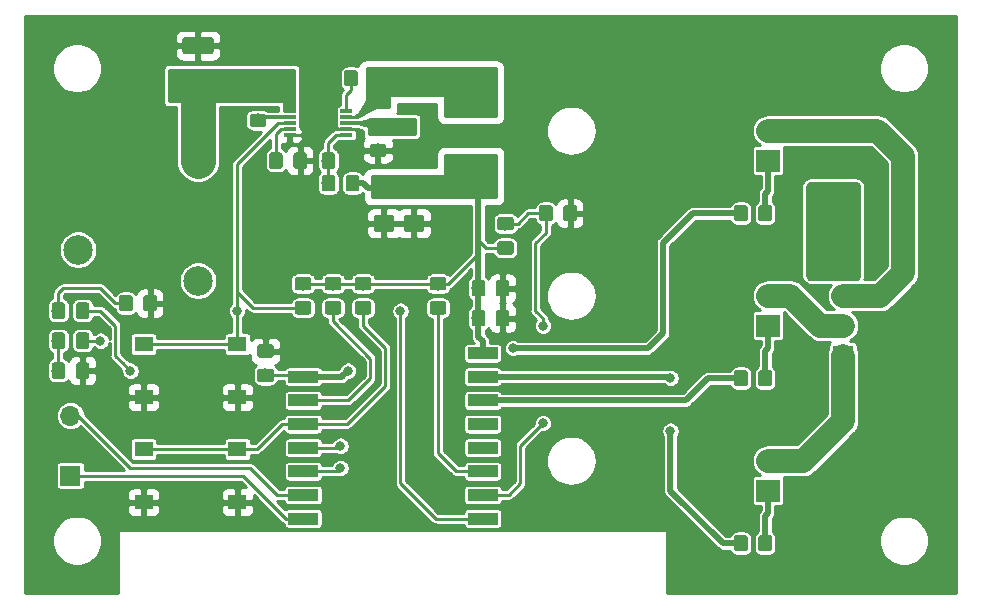
<source format=gtl>
G04 #@! TF.GenerationSoftware,KiCad,Pcbnew,(5.1.0)-1*
G04 #@! TF.CreationDate,2019-04-24T23:40:02+02:00*
G04 #@! TF.ProjectId,WiFiLEDController_FET,57694669-4c45-4444-936f-6e74726f6c6c,rev?*
G04 #@! TF.SameCoordinates,Original*
G04 #@! TF.FileFunction,Copper,L1,Top*
G04 #@! TF.FilePolarity,Positive*
%FSLAX46Y46*%
G04 Gerber Fmt 4.6, Leading zero omitted, Abs format (unit mm)*
G04 Created by KiCad (PCBNEW (5.1.0)-1) date 2019-04-24 23:40:02*
%MOMM*%
%LPD*%
G04 APERTURE LIST*
%ADD10R,2.000000X1.905000*%
%ADD11O,2.000000X1.905000*%
%ADD12R,2.500000X1.000000*%
%ADD13C,0.100000*%
%ADD14C,1.150000*%
%ADD15O,1.700000X1.700000*%
%ADD16R,1.700000X1.700000*%
%ADD17R,1.020000X0.300000*%
%ADD18R,1.730000X1.900000*%
%ADD19C,0.600000*%
%ADD20R,2.400000X1.500000*%
%ADD21R,2.500000X2.500000*%
%ADD22C,2.500000*%
%ADD23R,1.550000X1.300000*%
%ADD24C,1.425000*%
%ADD25R,1.200000X0.900000*%
%ADD26C,0.800000*%
%ADD27C,0.250000*%
%ADD28C,2.500000*%
%ADD29C,3.000000*%
%ADD30C,0.500000*%
%ADD31C,0.300000*%
%ADD32C,2.000000*%
%ADD33C,0.254000*%
G04 APERTURE END LIST*
D10*
X209550000Y-95885000D03*
D11*
X209550000Y-93345000D03*
X209550000Y-90805000D03*
D12*
X170200000Y-112215000D03*
X170200000Y-110215000D03*
X170200000Y-108215000D03*
X170200000Y-106215000D03*
X170200000Y-104215000D03*
X170200000Y-102215000D03*
X170200000Y-100215000D03*
X170200000Y-98215000D03*
X185400000Y-98215000D03*
X185400000Y-100215000D03*
X185400000Y-102215000D03*
X185400000Y-104215000D03*
X185400000Y-106215000D03*
X185400000Y-108215000D03*
X185400000Y-110215000D03*
X185400000Y-112215000D03*
D13*
G36*
X207604505Y-85661204D02*
G01*
X207628773Y-85664804D01*
X207652572Y-85670765D01*
X207675671Y-85679030D01*
X207697850Y-85689520D01*
X207718893Y-85702132D01*
X207738599Y-85716747D01*
X207756777Y-85733223D01*
X207773253Y-85751401D01*
X207787868Y-85771107D01*
X207800480Y-85792150D01*
X207810970Y-85814329D01*
X207819235Y-85837428D01*
X207825196Y-85861227D01*
X207828796Y-85885495D01*
X207830000Y-85909999D01*
X207830000Y-86810001D01*
X207828796Y-86834505D01*
X207825196Y-86858773D01*
X207819235Y-86882572D01*
X207810970Y-86905671D01*
X207800480Y-86927850D01*
X207787868Y-86948893D01*
X207773253Y-86968599D01*
X207756777Y-86986777D01*
X207738599Y-87003253D01*
X207718893Y-87017868D01*
X207697850Y-87030480D01*
X207675671Y-87040970D01*
X207652572Y-87049235D01*
X207628773Y-87055196D01*
X207604505Y-87058796D01*
X207580001Y-87060000D01*
X206929999Y-87060000D01*
X206905495Y-87058796D01*
X206881227Y-87055196D01*
X206857428Y-87049235D01*
X206834329Y-87040970D01*
X206812150Y-87030480D01*
X206791107Y-87017868D01*
X206771401Y-87003253D01*
X206753223Y-86986777D01*
X206736747Y-86968599D01*
X206722132Y-86948893D01*
X206709520Y-86927850D01*
X206699030Y-86905671D01*
X206690765Y-86882572D01*
X206684804Y-86858773D01*
X206681204Y-86834505D01*
X206680000Y-86810001D01*
X206680000Y-85909999D01*
X206681204Y-85885495D01*
X206684804Y-85861227D01*
X206690765Y-85837428D01*
X206699030Y-85814329D01*
X206709520Y-85792150D01*
X206722132Y-85771107D01*
X206736747Y-85751401D01*
X206753223Y-85733223D01*
X206771401Y-85716747D01*
X206791107Y-85702132D01*
X206812150Y-85689520D01*
X206834329Y-85679030D01*
X206857428Y-85670765D01*
X206881227Y-85664804D01*
X206905495Y-85661204D01*
X206929999Y-85660000D01*
X207580001Y-85660000D01*
X207604505Y-85661204D01*
X207604505Y-85661204D01*
G37*
D14*
X207255000Y-86360000D03*
D13*
G36*
X209654505Y-85661204D02*
G01*
X209678773Y-85664804D01*
X209702572Y-85670765D01*
X209725671Y-85679030D01*
X209747850Y-85689520D01*
X209768893Y-85702132D01*
X209788599Y-85716747D01*
X209806777Y-85733223D01*
X209823253Y-85751401D01*
X209837868Y-85771107D01*
X209850480Y-85792150D01*
X209860970Y-85814329D01*
X209869235Y-85837428D01*
X209875196Y-85861227D01*
X209878796Y-85885495D01*
X209880000Y-85909999D01*
X209880000Y-86810001D01*
X209878796Y-86834505D01*
X209875196Y-86858773D01*
X209869235Y-86882572D01*
X209860970Y-86905671D01*
X209850480Y-86927850D01*
X209837868Y-86948893D01*
X209823253Y-86968599D01*
X209806777Y-86986777D01*
X209788599Y-87003253D01*
X209768893Y-87017868D01*
X209747850Y-87030480D01*
X209725671Y-87040970D01*
X209702572Y-87049235D01*
X209678773Y-87055196D01*
X209654505Y-87058796D01*
X209630001Y-87060000D01*
X208979999Y-87060000D01*
X208955495Y-87058796D01*
X208931227Y-87055196D01*
X208907428Y-87049235D01*
X208884329Y-87040970D01*
X208862150Y-87030480D01*
X208841107Y-87017868D01*
X208821401Y-87003253D01*
X208803223Y-86986777D01*
X208786747Y-86968599D01*
X208772132Y-86948893D01*
X208759520Y-86927850D01*
X208749030Y-86905671D01*
X208740765Y-86882572D01*
X208734804Y-86858773D01*
X208731204Y-86834505D01*
X208730000Y-86810001D01*
X208730000Y-85909999D01*
X208731204Y-85885495D01*
X208734804Y-85861227D01*
X208740765Y-85837428D01*
X208749030Y-85814329D01*
X208759520Y-85792150D01*
X208772132Y-85771107D01*
X208786747Y-85751401D01*
X208803223Y-85733223D01*
X208821401Y-85716747D01*
X208841107Y-85702132D01*
X208862150Y-85689520D01*
X208884329Y-85679030D01*
X208907428Y-85670765D01*
X208931227Y-85664804D01*
X208955495Y-85661204D01*
X208979999Y-85660000D01*
X209630001Y-85660000D01*
X209654505Y-85661204D01*
X209654505Y-85661204D01*
G37*
D14*
X209305000Y-86360000D03*
D15*
X215900000Y-90805000D03*
X215900000Y-93345000D03*
X215900000Y-95885000D03*
D16*
X215900000Y-98425000D03*
D17*
X173850000Y-77740000D03*
X169050000Y-77740000D03*
X173850000Y-78240000D03*
X169050000Y-78240000D03*
X173850000Y-78740000D03*
X169050000Y-78740000D03*
X173850000Y-79240000D03*
X169050000Y-79240000D03*
X173850000Y-79740000D03*
X169050000Y-79740000D03*
D18*
X171450000Y-78740000D03*
D19*
X171958000Y-78232000D03*
X171958000Y-79248000D03*
X170942000Y-78232000D03*
X170942000Y-79248000D03*
X171450000Y-78740000D03*
D13*
G36*
X172679505Y-83121204D02*
G01*
X172703773Y-83124804D01*
X172727572Y-83130765D01*
X172750671Y-83139030D01*
X172772850Y-83149520D01*
X172793893Y-83162132D01*
X172813599Y-83176747D01*
X172831777Y-83193223D01*
X172848253Y-83211401D01*
X172862868Y-83231107D01*
X172875480Y-83252150D01*
X172885970Y-83274329D01*
X172894235Y-83297428D01*
X172900196Y-83321227D01*
X172903796Y-83345495D01*
X172905000Y-83369999D01*
X172905000Y-84270001D01*
X172903796Y-84294505D01*
X172900196Y-84318773D01*
X172894235Y-84342572D01*
X172885970Y-84365671D01*
X172875480Y-84387850D01*
X172862868Y-84408893D01*
X172848253Y-84428599D01*
X172831777Y-84446777D01*
X172813599Y-84463253D01*
X172793893Y-84477868D01*
X172772850Y-84490480D01*
X172750671Y-84500970D01*
X172727572Y-84509235D01*
X172703773Y-84515196D01*
X172679505Y-84518796D01*
X172655001Y-84520000D01*
X172004999Y-84520000D01*
X171980495Y-84518796D01*
X171956227Y-84515196D01*
X171932428Y-84509235D01*
X171909329Y-84500970D01*
X171887150Y-84490480D01*
X171866107Y-84477868D01*
X171846401Y-84463253D01*
X171828223Y-84446777D01*
X171811747Y-84428599D01*
X171797132Y-84408893D01*
X171784520Y-84387850D01*
X171774030Y-84365671D01*
X171765765Y-84342572D01*
X171759804Y-84318773D01*
X171756204Y-84294505D01*
X171755000Y-84270001D01*
X171755000Y-83369999D01*
X171756204Y-83345495D01*
X171759804Y-83321227D01*
X171765765Y-83297428D01*
X171774030Y-83274329D01*
X171784520Y-83252150D01*
X171797132Y-83231107D01*
X171811747Y-83211401D01*
X171828223Y-83193223D01*
X171846401Y-83176747D01*
X171866107Y-83162132D01*
X171887150Y-83149520D01*
X171909329Y-83139030D01*
X171932428Y-83130765D01*
X171956227Y-83124804D01*
X171980495Y-83121204D01*
X172004999Y-83120000D01*
X172655001Y-83120000D01*
X172679505Y-83121204D01*
X172679505Y-83121204D01*
G37*
D14*
X172330000Y-83820000D03*
D13*
G36*
X174729505Y-83121204D02*
G01*
X174753773Y-83124804D01*
X174777572Y-83130765D01*
X174800671Y-83139030D01*
X174822850Y-83149520D01*
X174843893Y-83162132D01*
X174863599Y-83176747D01*
X174881777Y-83193223D01*
X174898253Y-83211401D01*
X174912868Y-83231107D01*
X174925480Y-83252150D01*
X174935970Y-83274329D01*
X174944235Y-83297428D01*
X174950196Y-83321227D01*
X174953796Y-83345495D01*
X174955000Y-83369999D01*
X174955000Y-84270001D01*
X174953796Y-84294505D01*
X174950196Y-84318773D01*
X174944235Y-84342572D01*
X174935970Y-84365671D01*
X174925480Y-84387850D01*
X174912868Y-84408893D01*
X174898253Y-84428599D01*
X174881777Y-84446777D01*
X174863599Y-84463253D01*
X174843893Y-84477868D01*
X174822850Y-84490480D01*
X174800671Y-84500970D01*
X174777572Y-84509235D01*
X174753773Y-84515196D01*
X174729505Y-84518796D01*
X174705001Y-84520000D01*
X174054999Y-84520000D01*
X174030495Y-84518796D01*
X174006227Y-84515196D01*
X173982428Y-84509235D01*
X173959329Y-84500970D01*
X173937150Y-84490480D01*
X173916107Y-84477868D01*
X173896401Y-84463253D01*
X173878223Y-84446777D01*
X173861747Y-84428599D01*
X173847132Y-84408893D01*
X173834520Y-84387850D01*
X173824030Y-84365671D01*
X173815765Y-84342572D01*
X173809804Y-84318773D01*
X173806204Y-84294505D01*
X173805000Y-84270001D01*
X173805000Y-83369999D01*
X173806204Y-83345495D01*
X173809804Y-83321227D01*
X173815765Y-83297428D01*
X173824030Y-83274329D01*
X173834520Y-83252150D01*
X173847132Y-83231107D01*
X173861747Y-83211401D01*
X173878223Y-83193223D01*
X173896401Y-83176747D01*
X173916107Y-83162132D01*
X173937150Y-83149520D01*
X173959329Y-83139030D01*
X173982428Y-83130765D01*
X174006227Y-83124804D01*
X174030495Y-83121204D01*
X174054999Y-83120000D01*
X174705001Y-83120000D01*
X174729505Y-83121204D01*
X174729505Y-83121204D01*
G37*
D14*
X174380000Y-83820000D03*
D20*
X184404000Y-77260000D03*
X184404000Y-82760000D03*
D13*
G36*
X193144505Y-85661204D02*
G01*
X193168773Y-85664804D01*
X193192572Y-85670765D01*
X193215671Y-85679030D01*
X193237850Y-85689520D01*
X193258893Y-85702132D01*
X193278599Y-85716747D01*
X193296777Y-85733223D01*
X193313253Y-85751401D01*
X193327868Y-85771107D01*
X193340480Y-85792150D01*
X193350970Y-85814329D01*
X193359235Y-85837428D01*
X193365196Y-85861227D01*
X193368796Y-85885495D01*
X193370000Y-85909999D01*
X193370000Y-86810001D01*
X193368796Y-86834505D01*
X193365196Y-86858773D01*
X193359235Y-86882572D01*
X193350970Y-86905671D01*
X193340480Y-86927850D01*
X193327868Y-86948893D01*
X193313253Y-86968599D01*
X193296777Y-86986777D01*
X193278599Y-87003253D01*
X193258893Y-87017868D01*
X193237850Y-87030480D01*
X193215671Y-87040970D01*
X193192572Y-87049235D01*
X193168773Y-87055196D01*
X193144505Y-87058796D01*
X193120001Y-87060000D01*
X192469999Y-87060000D01*
X192445495Y-87058796D01*
X192421227Y-87055196D01*
X192397428Y-87049235D01*
X192374329Y-87040970D01*
X192352150Y-87030480D01*
X192331107Y-87017868D01*
X192311401Y-87003253D01*
X192293223Y-86986777D01*
X192276747Y-86968599D01*
X192262132Y-86948893D01*
X192249520Y-86927850D01*
X192239030Y-86905671D01*
X192230765Y-86882572D01*
X192224804Y-86858773D01*
X192221204Y-86834505D01*
X192220000Y-86810001D01*
X192220000Y-85909999D01*
X192221204Y-85885495D01*
X192224804Y-85861227D01*
X192230765Y-85837428D01*
X192239030Y-85814329D01*
X192249520Y-85792150D01*
X192262132Y-85771107D01*
X192276747Y-85751401D01*
X192293223Y-85733223D01*
X192311401Y-85716747D01*
X192331107Y-85702132D01*
X192352150Y-85689520D01*
X192374329Y-85679030D01*
X192397428Y-85670765D01*
X192421227Y-85664804D01*
X192445495Y-85661204D01*
X192469999Y-85660000D01*
X193120001Y-85660000D01*
X193144505Y-85661204D01*
X193144505Y-85661204D01*
G37*
D14*
X192795000Y-86360000D03*
D13*
G36*
X191094505Y-85661204D02*
G01*
X191118773Y-85664804D01*
X191142572Y-85670765D01*
X191165671Y-85679030D01*
X191187850Y-85689520D01*
X191208893Y-85702132D01*
X191228599Y-85716747D01*
X191246777Y-85733223D01*
X191263253Y-85751401D01*
X191277868Y-85771107D01*
X191290480Y-85792150D01*
X191300970Y-85814329D01*
X191309235Y-85837428D01*
X191315196Y-85861227D01*
X191318796Y-85885495D01*
X191320000Y-85909999D01*
X191320000Y-86810001D01*
X191318796Y-86834505D01*
X191315196Y-86858773D01*
X191309235Y-86882572D01*
X191300970Y-86905671D01*
X191290480Y-86927850D01*
X191277868Y-86948893D01*
X191263253Y-86968599D01*
X191246777Y-86986777D01*
X191228599Y-87003253D01*
X191208893Y-87017868D01*
X191187850Y-87030480D01*
X191165671Y-87040970D01*
X191142572Y-87049235D01*
X191118773Y-87055196D01*
X191094505Y-87058796D01*
X191070001Y-87060000D01*
X190419999Y-87060000D01*
X190395495Y-87058796D01*
X190371227Y-87055196D01*
X190347428Y-87049235D01*
X190324329Y-87040970D01*
X190302150Y-87030480D01*
X190281107Y-87017868D01*
X190261401Y-87003253D01*
X190243223Y-86986777D01*
X190226747Y-86968599D01*
X190212132Y-86948893D01*
X190199520Y-86927850D01*
X190189030Y-86905671D01*
X190180765Y-86882572D01*
X190174804Y-86858773D01*
X190171204Y-86834505D01*
X190170000Y-86810001D01*
X190170000Y-85909999D01*
X190171204Y-85885495D01*
X190174804Y-85861227D01*
X190180765Y-85837428D01*
X190189030Y-85814329D01*
X190199520Y-85792150D01*
X190212132Y-85771107D01*
X190226747Y-85751401D01*
X190243223Y-85733223D01*
X190261401Y-85716747D01*
X190281107Y-85702132D01*
X190302150Y-85689520D01*
X190324329Y-85679030D01*
X190347428Y-85670765D01*
X190371227Y-85664804D01*
X190395495Y-85661204D01*
X190419999Y-85660000D01*
X191070001Y-85660000D01*
X191094505Y-85661204D01*
X191094505Y-85661204D01*
G37*
D14*
X190745000Y-86360000D03*
D13*
G36*
X172679505Y-81216204D02*
G01*
X172703773Y-81219804D01*
X172727572Y-81225765D01*
X172750671Y-81234030D01*
X172772850Y-81244520D01*
X172793893Y-81257132D01*
X172813599Y-81271747D01*
X172831777Y-81288223D01*
X172848253Y-81306401D01*
X172862868Y-81326107D01*
X172875480Y-81347150D01*
X172885970Y-81369329D01*
X172894235Y-81392428D01*
X172900196Y-81416227D01*
X172903796Y-81440495D01*
X172905000Y-81464999D01*
X172905000Y-82365001D01*
X172903796Y-82389505D01*
X172900196Y-82413773D01*
X172894235Y-82437572D01*
X172885970Y-82460671D01*
X172875480Y-82482850D01*
X172862868Y-82503893D01*
X172848253Y-82523599D01*
X172831777Y-82541777D01*
X172813599Y-82558253D01*
X172793893Y-82572868D01*
X172772850Y-82585480D01*
X172750671Y-82595970D01*
X172727572Y-82604235D01*
X172703773Y-82610196D01*
X172679505Y-82613796D01*
X172655001Y-82615000D01*
X172004999Y-82615000D01*
X171980495Y-82613796D01*
X171956227Y-82610196D01*
X171932428Y-82604235D01*
X171909329Y-82595970D01*
X171887150Y-82585480D01*
X171866107Y-82572868D01*
X171846401Y-82558253D01*
X171828223Y-82541777D01*
X171811747Y-82523599D01*
X171797132Y-82503893D01*
X171784520Y-82482850D01*
X171774030Y-82460671D01*
X171765765Y-82437572D01*
X171759804Y-82413773D01*
X171756204Y-82389505D01*
X171755000Y-82365001D01*
X171755000Y-81464999D01*
X171756204Y-81440495D01*
X171759804Y-81416227D01*
X171765765Y-81392428D01*
X171774030Y-81369329D01*
X171784520Y-81347150D01*
X171797132Y-81326107D01*
X171811747Y-81306401D01*
X171828223Y-81288223D01*
X171846401Y-81271747D01*
X171866107Y-81257132D01*
X171887150Y-81244520D01*
X171909329Y-81234030D01*
X171932428Y-81225765D01*
X171956227Y-81219804D01*
X171980495Y-81216204D01*
X172004999Y-81215000D01*
X172655001Y-81215000D01*
X172679505Y-81216204D01*
X172679505Y-81216204D01*
G37*
D14*
X172330000Y-81915000D03*
D13*
G36*
X174729910Y-81216202D02*
G01*
X174754135Y-81219795D01*
X174777891Y-81225746D01*
X174800949Y-81233996D01*
X174823087Y-81244467D01*
X174844093Y-81257057D01*
X174863763Y-81271645D01*
X174881908Y-81288092D01*
X174898355Y-81306237D01*
X174912943Y-81325907D01*
X174925533Y-81346913D01*
X174936004Y-81369051D01*
X174944254Y-81392109D01*
X174950205Y-81415865D01*
X174953798Y-81440090D01*
X174955000Y-81464550D01*
X174955000Y-82365450D01*
X174953798Y-82389910D01*
X174950205Y-82414135D01*
X174944254Y-82437891D01*
X174936004Y-82460949D01*
X174925533Y-82483087D01*
X174912943Y-82504093D01*
X174898355Y-82523763D01*
X174881908Y-82541908D01*
X174863763Y-82558355D01*
X174844093Y-82572943D01*
X174823087Y-82585533D01*
X174800949Y-82596004D01*
X174777891Y-82604254D01*
X174754135Y-82610205D01*
X174729910Y-82613798D01*
X174705450Y-82615000D01*
X174054550Y-82615000D01*
X174030090Y-82613798D01*
X174005865Y-82610205D01*
X173982109Y-82604254D01*
X173959051Y-82596004D01*
X173936913Y-82585533D01*
X173915907Y-82572943D01*
X173896237Y-82558355D01*
X173878092Y-82541908D01*
X173861645Y-82523763D01*
X173847057Y-82504093D01*
X173834467Y-82483087D01*
X173823996Y-82460949D01*
X173815746Y-82437891D01*
X173809795Y-82414135D01*
X173806202Y-82389910D01*
X173805000Y-82365450D01*
X173805000Y-81464550D01*
X173806202Y-81440090D01*
X173809795Y-81415865D01*
X173815746Y-81392109D01*
X173823996Y-81369051D01*
X173834467Y-81346913D01*
X173847057Y-81325907D01*
X173861645Y-81306237D01*
X173878092Y-81288092D01*
X173896237Y-81271645D01*
X173915907Y-81257057D01*
X173936913Y-81244467D01*
X173959051Y-81233996D01*
X173982109Y-81225746D01*
X174005865Y-81219795D01*
X174030090Y-81216202D01*
X174054550Y-81215000D01*
X174705450Y-81215000D01*
X174729910Y-81216202D01*
X174729910Y-81216202D01*
G37*
D14*
X174380000Y-81915000D03*
D21*
X151130000Y-84455000D03*
D22*
X151130000Y-89455000D03*
D13*
G36*
X168234505Y-81216204D02*
G01*
X168258773Y-81219804D01*
X168282572Y-81225765D01*
X168305671Y-81234030D01*
X168327850Y-81244520D01*
X168348893Y-81257132D01*
X168368599Y-81271747D01*
X168386777Y-81288223D01*
X168403253Y-81306401D01*
X168417868Y-81326107D01*
X168430480Y-81347150D01*
X168440970Y-81369329D01*
X168449235Y-81392428D01*
X168455196Y-81416227D01*
X168458796Y-81440495D01*
X168460000Y-81464999D01*
X168460000Y-82365001D01*
X168458796Y-82389505D01*
X168455196Y-82413773D01*
X168449235Y-82437572D01*
X168440970Y-82460671D01*
X168430480Y-82482850D01*
X168417868Y-82503893D01*
X168403253Y-82523599D01*
X168386777Y-82541777D01*
X168368599Y-82558253D01*
X168348893Y-82572868D01*
X168327850Y-82585480D01*
X168305671Y-82595970D01*
X168282572Y-82604235D01*
X168258773Y-82610196D01*
X168234505Y-82613796D01*
X168210001Y-82615000D01*
X167559999Y-82615000D01*
X167535495Y-82613796D01*
X167511227Y-82610196D01*
X167487428Y-82604235D01*
X167464329Y-82595970D01*
X167442150Y-82585480D01*
X167421107Y-82572868D01*
X167401401Y-82558253D01*
X167383223Y-82541777D01*
X167366747Y-82523599D01*
X167352132Y-82503893D01*
X167339520Y-82482850D01*
X167329030Y-82460671D01*
X167320765Y-82437572D01*
X167314804Y-82413773D01*
X167311204Y-82389505D01*
X167310000Y-82365001D01*
X167310000Y-81464999D01*
X167311204Y-81440495D01*
X167314804Y-81416227D01*
X167320765Y-81392428D01*
X167329030Y-81369329D01*
X167339520Y-81347150D01*
X167352132Y-81326107D01*
X167366747Y-81306401D01*
X167383223Y-81288223D01*
X167401401Y-81271747D01*
X167421107Y-81257132D01*
X167442150Y-81244520D01*
X167464329Y-81234030D01*
X167487428Y-81225765D01*
X167511227Y-81219804D01*
X167535495Y-81216204D01*
X167559999Y-81215000D01*
X168210001Y-81215000D01*
X168234505Y-81216204D01*
X168234505Y-81216204D01*
G37*
D14*
X167885000Y-81915000D03*
D13*
G36*
X170284505Y-81216204D02*
G01*
X170308773Y-81219804D01*
X170332572Y-81225765D01*
X170355671Y-81234030D01*
X170377850Y-81244520D01*
X170398893Y-81257132D01*
X170418599Y-81271747D01*
X170436777Y-81288223D01*
X170453253Y-81306401D01*
X170467868Y-81326107D01*
X170480480Y-81347150D01*
X170490970Y-81369329D01*
X170499235Y-81392428D01*
X170505196Y-81416227D01*
X170508796Y-81440495D01*
X170510000Y-81464999D01*
X170510000Y-82365001D01*
X170508796Y-82389505D01*
X170505196Y-82413773D01*
X170499235Y-82437572D01*
X170490970Y-82460671D01*
X170480480Y-82482850D01*
X170467868Y-82503893D01*
X170453253Y-82523599D01*
X170436777Y-82541777D01*
X170418599Y-82558253D01*
X170398893Y-82572868D01*
X170377850Y-82585480D01*
X170355671Y-82595970D01*
X170332572Y-82604235D01*
X170308773Y-82610196D01*
X170284505Y-82613796D01*
X170260001Y-82615000D01*
X169609999Y-82615000D01*
X169585495Y-82613796D01*
X169561227Y-82610196D01*
X169537428Y-82604235D01*
X169514329Y-82595970D01*
X169492150Y-82585480D01*
X169471107Y-82572868D01*
X169451401Y-82558253D01*
X169433223Y-82541777D01*
X169416747Y-82523599D01*
X169402132Y-82503893D01*
X169389520Y-82482850D01*
X169379030Y-82460671D01*
X169370765Y-82437572D01*
X169364804Y-82413773D01*
X169361204Y-82389505D01*
X169360000Y-82365001D01*
X169360000Y-81464999D01*
X169361204Y-81440495D01*
X169364804Y-81416227D01*
X169370765Y-81392428D01*
X169379030Y-81369329D01*
X169389520Y-81347150D01*
X169402132Y-81326107D01*
X169416747Y-81306401D01*
X169433223Y-81288223D01*
X169451401Y-81271747D01*
X169471107Y-81257132D01*
X169492150Y-81244520D01*
X169514329Y-81234030D01*
X169537428Y-81225765D01*
X169561227Y-81219804D01*
X169585495Y-81216204D01*
X169609999Y-81215000D01*
X170260001Y-81215000D01*
X170284505Y-81216204D01*
X170284505Y-81216204D01*
G37*
D14*
X169935000Y-81915000D03*
D13*
G36*
X187429505Y-94551204D02*
G01*
X187453773Y-94554804D01*
X187477572Y-94560765D01*
X187500671Y-94569030D01*
X187522850Y-94579520D01*
X187543893Y-94592132D01*
X187563599Y-94606747D01*
X187581777Y-94623223D01*
X187598253Y-94641401D01*
X187612868Y-94661107D01*
X187625480Y-94682150D01*
X187635970Y-94704329D01*
X187644235Y-94727428D01*
X187650196Y-94751227D01*
X187653796Y-94775495D01*
X187655000Y-94799999D01*
X187655000Y-95700001D01*
X187653796Y-95724505D01*
X187650196Y-95748773D01*
X187644235Y-95772572D01*
X187635970Y-95795671D01*
X187625480Y-95817850D01*
X187612868Y-95838893D01*
X187598253Y-95858599D01*
X187581777Y-95876777D01*
X187563599Y-95893253D01*
X187543893Y-95907868D01*
X187522850Y-95920480D01*
X187500671Y-95930970D01*
X187477572Y-95939235D01*
X187453773Y-95945196D01*
X187429505Y-95948796D01*
X187405001Y-95950000D01*
X186754999Y-95950000D01*
X186730495Y-95948796D01*
X186706227Y-95945196D01*
X186682428Y-95939235D01*
X186659329Y-95930970D01*
X186637150Y-95920480D01*
X186616107Y-95907868D01*
X186596401Y-95893253D01*
X186578223Y-95876777D01*
X186561747Y-95858599D01*
X186547132Y-95838893D01*
X186534520Y-95817850D01*
X186524030Y-95795671D01*
X186515765Y-95772572D01*
X186509804Y-95748773D01*
X186506204Y-95724505D01*
X186505000Y-95700001D01*
X186505000Y-94799999D01*
X186506204Y-94775495D01*
X186509804Y-94751227D01*
X186515765Y-94727428D01*
X186524030Y-94704329D01*
X186534520Y-94682150D01*
X186547132Y-94661107D01*
X186561747Y-94641401D01*
X186578223Y-94623223D01*
X186596401Y-94606747D01*
X186616107Y-94592132D01*
X186637150Y-94579520D01*
X186659329Y-94569030D01*
X186682428Y-94560765D01*
X186706227Y-94554804D01*
X186730495Y-94551204D01*
X186754999Y-94550000D01*
X187405001Y-94550000D01*
X187429505Y-94551204D01*
X187429505Y-94551204D01*
G37*
D14*
X187080000Y-95250000D03*
D13*
G36*
X185379505Y-94551204D02*
G01*
X185403773Y-94554804D01*
X185427572Y-94560765D01*
X185450671Y-94569030D01*
X185472850Y-94579520D01*
X185493893Y-94592132D01*
X185513599Y-94606747D01*
X185531777Y-94623223D01*
X185548253Y-94641401D01*
X185562868Y-94661107D01*
X185575480Y-94682150D01*
X185585970Y-94704329D01*
X185594235Y-94727428D01*
X185600196Y-94751227D01*
X185603796Y-94775495D01*
X185605000Y-94799999D01*
X185605000Y-95700001D01*
X185603796Y-95724505D01*
X185600196Y-95748773D01*
X185594235Y-95772572D01*
X185585970Y-95795671D01*
X185575480Y-95817850D01*
X185562868Y-95838893D01*
X185548253Y-95858599D01*
X185531777Y-95876777D01*
X185513599Y-95893253D01*
X185493893Y-95907868D01*
X185472850Y-95920480D01*
X185450671Y-95930970D01*
X185427572Y-95939235D01*
X185403773Y-95945196D01*
X185379505Y-95948796D01*
X185355001Y-95950000D01*
X184704999Y-95950000D01*
X184680495Y-95948796D01*
X184656227Y-95945196D01*
X184632428Y-95939235D01*
X184609329Y-95930970D01*
X184587150Y-95920480D01*
X184566107Y-95907868D01*
X184546401Y-95893253D01*
X184528223Y-95876777D01*
X184511747Y-95858599D01*
X184497132Y-95838893D01*
X184484520Y-95817850D01*
X184474030Y-95795671D01*
X184465765Y-95772572D01*
X184459804Y-95748773D01*
X184456204Y-95724505D01*
X184455000Y-95700001D01*
X184455000Y-94799999D01*
X184456204Y-94775495D01*
X184459804Y-94751227D01*
X184465765Y-94727428D01*
X184474030Y-94704329D01*
X184484520Y-94682150D01*
X184497132Y-94661107D01*
X184511747Y-94641401D01*
X184528223Y-94623223D01*
X184546401Y-94606747D01*
X184566107Y-94592132D01*
X184587150Y-94579520D01*
X184609329Y-94569030D01*
X184632428Y-94560765D01*
X184656227Y-94554804D01*
X184680495Y-94551204D01*
X184704999Y-94550000D01*
X185355001Y-94550000D01*
X185379505Y-94551204D01*
X185379505Y-94551204D01*
G37*
D14*
X185030000Y-95250000D03*
D13*
G36*
X185379505Y-92011204D02*
G01*
X185403773Y-92014804D01*
X185427572Y-92020765D01*
X185450671Y-92029030D01*
X185472850Y-92039520D01*
X185493893Y-92052132D01*
X185513599Y-92066747D01*
X185531777Y-92083223D01*
X185548253Y-92101401D01*
X185562868Y-92121107D01*
X185575480Y-92142150D01*
X185585970Y-92164329D01*
X185594235Y-92187428D01*
X185600196Y-92211227D01*
X185603796Y-92235495D01*
X185605000Y-92259999D01*
X185605000Y-93160001D01*
X185603796Y-93184505D01*
X185600196Y-93208773D01*
X185594235Y-93232572D01*
X185585970Y-93255671D01*
X185575480Y-93277850D01*
X185562868Y-93298893D01*
X185548253Y-93318599D01*
X185531777Y-93336777D01*
X185513599Y-93353253D01*
X185493893Y-93367868D01*
X185472850Y-93380480D01*
X185450671Y-93390970D01*
X185427572Y-93399235D01*
X185403773Y-93405196D01*
X185379505Y-93408796D01*
X185355001Y-93410000D01*
X184704999Y-93410000D01*
X184680495Y-93408796D01*
X184656227Y-93405196D01*
X184632428Y-93399235D01*
X184609329Y-93390970D01*
X184587150Y-93380480D01*
X184566107Y-93367868D01*
X184546401Y-93353253D01*
X184528223Y-93336777D01*
X184511747Y-93318599D01*
X184497132Y-93298893D01*
X184484520Y-93277850D01*
X184474030Y-93255671D01*
X184465765Y-93232572D01*
X184459804Y-93208773D01*
X184456204Y-93184505D01*
X184455000Y-93160001D01*
X184455000Y-92259999D01*
X184456204Y-92235495D01*
X184459804Y-92211227D01*
X184465765Y-92187428D01*
X184474030Y-92164329D01*
X184484520Y-92142150D01*
X184497132Y-92121107D01*
X184511747Y-92101401D01*
X184528223Y-92083223D01*
X184546401Y-92066747D01*
X184566107Y-92052132D01*
X184587150Y-92039520D01*
X184609329Y-92029030D01*
X184632428Y-92020765D01*
X184656227Y-92014804D01*
X184680495Y-92011204D01*
X184704999Y-92010000D01*
X185355001Y-92010000D01*
X185379505Y-92011204D01*
X185379505Y-92011204D01*
G37*
D14*
X185030000Y-92710000D03*
D13*
G36*
X187429505Y-92011204D02*
G01*
X187453773Y-92014804D01*
X187477572Y-92020765D01*
X187500671Y-92029030D01*
X187522850Y-92039520D01*
X187543893Y-92052132D01*
X187563599Y-92066747D01*
X187581777Y-92083223D01*
X187598253Y-92101401D01*
X187612868Y-92121107D01*
X187625480Y-92142150D01*
X187635970Y-92164329D01*
X187644235Y-92187428D01*
X187650196Y-92211227D01*
X187653796Y-92235495D01*
X187655000Y-92259999D01*
X187655000Y-93160001D01*
X187653796Y-93184505D01*
X187650196Y-93208773D01*
X187644235Y-93232572D01*
X187635970Y-93255671D01*
X187625480Y-93277850D01*
X187612868Y-93298893D01*
X187598253Y-93318599D01*
X187581777Y-93336777D01*
X187563599Y-93353253D01*
X187543893Y-93367868D01*
X187522850Y-93380480D01*
X187500671Y-93390970D01*
X187477572Y-93399235D01*
X187453773Y-93405196D01*
X187429505Y-93408796D01*
X187405001Y-93410000D01*
X186754999Y-93410000D01*
X186730495Y-93408796D01*
X186706227Y-93405196D01*
X186682428Y-93399235D01*
X186659329Y-93390970D01*
X186637150Y-93380480D01*
X186616107Y-93367868D01*
X186596401Y-93353253D01*
X186578223Y-93336777D01*
X186561747Y-93318599D01*
X186547132Y-93298893D01*
X186534520Y-93277850D01*
X186524030Y-93255671D01*
X186515765Y-93232572D01*
X186509804Y-93208773D01*
X186506204Y-93184505D01*
X186505000Y-93160001D01*
X186505000Y-92259999D01*
X186506204Y-92235495D01*
X186509804Y-92211227D01*
X186515765Y-92187428D01*
X186524030Y-92164329D01*
X186534520Y-92142150D01*
X186547132Y-92121107D01*
X186561747Y-92101401D01*
X186578223Y-92083223D01*
X186596401Y-92066747D01*
X186616107Y-92052132D01*
X186637150Y-92039520D01*
X186659329Y-92029030D01*
X186682428Y-92020765D01*
X186706227Y-92014804D01*
X186730495Y-92011204D01*
X186754999Y-92010000D01*
X187405001Y-92010000D01*
X187429505Y-92011204D01*
X187429505Y-92011204D01*
G37*
D14*
X187080000Y-92710000D03*
D13*
G36*
X174584505Y-74231204D02*
G01*
X174608773Y-74234804D01*
X174632572Y-74240765D01*
X174655671Y-74249030D01*
X174677850Y-74259520D01*
X174698893Y-74272132D01*
X174718599Y-74286747D01*
X174736777Y-74303223D01*
X174753253Y-74321401D01*
X174767868Y-74341107D01*
X174780480Y-74362150D01*
X174790970Y-74384329D01*
X174799235Y-74407428D01*
X174805196Y-74431227D01*
X174808796Y-74455495D01*
X174810000Y-74479999D01*
X174810000Y-75380001D01*
X174808796Y-75404505D01*
X174805196Y-75428773D01*
X174799235Y-75452572D01*
X174790970Y-75475671D01*
X174780480Y-75497850D01*
X174767868Y-75518893D01*
X174753253Y-75538599D01*
X174736777Y-75556777D01*
X174718599Y-75573253D01*
X174698893Y-75587868D01*
X174677850Y-75600480D01*
X174655671Y-75610970D01*
X174632572Y-75619235D01*
X174608773Y-75625196D01*
X174584505Y-75628796D01*
X174560001Y-75630000D01*
X173909999Y-75630000D01*
X173885495Y-75628796D01*
X173861227Y-75625196D01*
X173837428Y-75619235D01*
X173814329Y-75610970D01*
X173792150Y-75600480D01*
X173771107Y-75587868D01*
X173751401Y-75573253D01*
X173733223Y-75556777D01*
X173716747Y-75538599D01*
X173702132Y-75518893D01*
X173689520Y-75497850D01*
X173679030Y-75475671D01*
X173670765Y-75452572D01*
X173664804Y-75428773D01*
X173661204Y-75404505D01*
X173660000Y-75380001D01*
X173660000Y-74479999D01*
X173661204Y-74455495D01*
X173664804Y-74431227D01*
X173670765Y-74407428D01*
X173679030Y-74384329D01*
X173689520Y-74362150D01*
X173702132Y-74341107D01*
X173716747Y-74321401D01*
X173733223Y-74303223D01*
X173751401Y-74286747D01*
X173771107Y-74272132D01*
X173792150Y-74259520D01*
X173814329Y-74249030D01*
X173837428Y-74240765D01*
X173861227Y-74234804D01*
X173885495Y-74231204D01*
X173909999Y-74230000D01*
X174560001Y-74230000D01*
X174584505Y-74231204D01*
X174584505Y-74231204D01*
G37*
D14*
X174235000Y-74930000D03*
D13*
G36*
X176634505Y-74231204D02*
G01*
X176658773Y-74234804D01*
X176682572Y-74240765D01*
X176705671Y-74249030D01*
X176727850Y-74259520D01*
X176748893Y-74272132D01*
X176768599Y-74286747D01*
X176786777Y-74303223D01*
X176803253Y-74321401D01*
X176817868Y-74341107D01*
X176830480Y-74362150D01*
X176840970Y-74384329D01*
X176849235Y-74407428D01*
X176855196Y-74431227D01*
X176858796Y-74455495D01*
X176860000Y-74479999D01*
X176860000Y-75380001D01*
X176858796Y-75404505D01*
X176855196Y-75428773D01*
X176849235Y-75452572D01*
X176840970Y-75475671D01*
X176830480Y-75497850D01*
X176817868Y-75518893D01*
X176803253Y-75538599D01*
X176786777Y-75556777D01*
X176768599Y-75573253D01*
X176748893Y-75587868D01*
X176727850Y-75600480D01*
X176705671Y-75610970D01*
X176682572Y-75619235D01*
X176658773Y-75625196D01*
X176634505Y-75628796D01*
X176610001Y-75630000D01*
X175959999Y-75630000D01*
X175935495Y-75628796D01*
X175911227Y-75625196D01*
X175887428Y-75619235D01*
X175864329Y-75610970D01*
X175842150Y-75600480D01*
X175821107Y-75587868D01*
X175801401Y-75573253D01*
X175783223Y-75556777D01*
X175766747Y-75538599D01*
X175752132Y-75518893D01*
X175739520Y-75497850D01*
X175729030Y-75475671D01*
X175720765Y-75452572D01*
X175714804Y-75428773D01*
X175711204Y-75404505D01*
X175710000Y-75380001D01*
X175710000Y-74479999D01*
X175711204Y-74455495D01*
X175714804Y-74431227D01*
X175720765Y-74407428D01*
X175729030Y-74384329D01*
X175739520Y-74362150D01*
X175752132Y-74341107D01*
X175766747Y-74321401D01*
X175783223Y-74303223D01*
X175801401Y-74286747D01*
X175821107Y-74272132D01*
X175842150Y-74259520D01*
X175864329Y-74249030D01*
X175887428Y-74240765D01*
X175911227Y-74234804D01*
X175935495Y-74231204D01*
X175959999Y-74230000D01*
X176610001Y-74230000D01*
X176634505Y-74231204D01*
X176634505Y-74231204D01*
G37*
D14*
X176285000Y-74930000D03*
D13*
G36*
X151869505Y-93916204D02*
G01*
X151893773Y-93919804D01*
X151917572Y-93925765D01*
X151940671Y-93934030D01*
X151962850Y-93944520D01*
X151983893Y-93957132D01*
X152003599Y-93971747D01*
X152021777Y-93988223D01*
X152038253Y-94006401D01*
X152052868Y-94026107D01*
X152065480Y-94047150D01*
X152075970Y-94069329D01*
X152084235Y-94092428D01*
X152090196Y-94116227D01*
X152093796Y-94140495D01*
X152095000Y-94164999D01*
X152095000Y-95065001D01*
X152093796Y-95089505D01*
X152090196Y-95113773D01*
X152084235Y-95137572D01*
X152075970Y-95160671D01*
X152065480Y-95182850D01*
X152052868Y-95203893D01*
X152038253Y-95223599D01*
X152021777Y-95241777D01*
X152003599Y-95258253D01*
X151983893Y-95272868D01*
X151962850Y-95285480D01*
X151940671Y-95295970D01*
X151917572Y-95304235D01*
X151893773Y-95310196D01*
X151869505Y-95313796D01*
X151845001Y-95315000D01*
X151194999Y-95315000D01*
X151170495Y-95313796D01*
X151146227Y-95310196D01*
X151122428Y-95304235D01*
X151099329Y-95295970D01*
X151077150Y-95285480D01*
X151056107Y-95272868D01*
X151036401Y-95258253D01*
X151018223Y-95241777D01*
X151001747Y-95223599D01*
X150987132Y-95203893D01*
X150974520Y-95182850D01*
X150964030Y-95160671D01*
X150955765Y-95137572D01*
X150949804Y-95113773D01*
X150946204Y-95089505D01*
X150945000Y-95065001D01*
X150945000Y-94164999D01*
X150946204Y-94140495D01*
X150949804Y-94116227D01*
X150955765Y-94092428D01*
X150964030Y-94069329D01*
X150974520Y-94047150D01*
X150987132Y-94026107D01*
X151001747Y-94006401D01*
X151018223Y-93988223D01*
X151036401Y-93971747D01*
X151056107Y-93957132D01*
X151077150Y-93944520D01*
X151099329Y-93934030D01*
X151122428Y-93925765D01*
X151146227Y-93919804D01*
X151170495Y-93916204D01*
X151194999Y-93915000D01*
X151845001Y-93915000D01*
X151869505Y-93916204D01*
X151869505Y-93916204D01*
G37*
D14*
X151520000Y-94615000D03*
D13*
G36*
X149819505Y-93916204D02*
G01*
X149843773Y-93919804D01*
X149867572Y-93925765D01*
X149890671Y-93934030D01*
X149912850Y-93944520D01*
X149933893Y-93957132D01*
X149953599Y-93971747D01*
X149971777Y-93988223D01*
X149988253Y-94006401D01*
X150002868Y-94026107D01*
X150015480Y-94047150D01*
X150025970Y-94069329D01*
X150034235Y-94092428D01*
X150040196Y-94116227D01*
X150043796Y-94140495D01*
X150045000Y-94164999D01*
X150045000Y-95065001D01*
X150043796Y-95089505D01*
X150040196Y-95113773D01*
X150034235Y-95137572D01*
X150025970Y-95160671D01*
X150015480Y-95182850D01*
X150002868Y-95203893D01*
X149988253Y-95223599D01*
X149971777Y-95241777D01*
X149953599Y-95258253D01*
X149933893Y-95272868D01*
X149912850Y-95285480D01*
X149890671Y-95295970D01*
X149867572Y-95304235D01*
X149843773Y-95310196D01*
X149819505Y-95313796D01*
X149795001Y-95315000D01*
X149144999Y-95315000D01*
X149120495Y-95313796D01*
X149096227Y-95310196D01*
X149072428Y-95304235D01*
X149049329Y-95295970D01*
X149027150Y-95285480D01*
X149006107Y-95272868D01*
X148986401Y-95258253D01*
X148968223Y-95241777D01*
X148951747Y-95223599D01*
X148937132Y-95203893D01*
X148924520Y-95182850D01*
X148914030Y-95160671D01*
X148905765Y-95137572D01*
X148899804Y-95113773D01*
X148896204Y-95089505D01*
X148895000Y-95065001D01*
X148895000Y-94164999D01*
X148896204Y-94140495D01*
X148899804Y-94116227D01*
X148905765Y-94092428D01*
X148914030Y-94069329D01*
X148924520Y-94047150D01*
X148937132Y-94026107D01*
X148951747Y-94006401D01*
X148968223Y-93988223D01*
X148986401Y-93971747D01*
X149006107Y-93957132D01*
X149027150Y-93944520D01*
X149049329Y-93934030D01*
X149072428Y-93925765D01*
X149096227Y-93919804D01*
X149120495Y-93916204D01*
X149144999Y-93915000D01*
X149795001Y-93915000D01*
X149819505Y-93916204D01*
X149819505Y-93916204D01*
G37*
D14*
X149470000Y-94615000D03*
D13*
G36*
X149819505Y-96456204D02*
G01*
X149843773Y-96459804D01*
X149867572Y-96465765D01*
X149890671Y-96474030D01*
X149912850Y-96484520D01*
X149933893Y-96497132D01*
X149953599Y-96511747D01*
X149971777Y-96528223D01*
X149988253Y-96546401D01*
X150002868Y-96566107D01*
X150015480Y-96587150D01*
X150025970Y-96609329D01*
X150034235Y-96632428D01*
X150040196Y-96656227D01*
X150043796Y-96680495D01*
X150045000Y-96704999D01*
X150045000Y-97605001D01*
X150043796Y-97629505D01*
X150040196Y-97653773D01*
X150034235Y-97677572D01*
X150025970Y-97700671D01*
X150015480Y-97722850D01*
X150002868Y-97743893D01*
X149988253Y-97763599D01*
X149971777Y-97781777D01*
X149953599Y-97798253D01*
X149933893Y-97812868D01*
X149912850Y-97825480D01*
X149890671Y-97835970D01*
X149867572Y-97844235D01*
X149843773Y-97850196D01*
X149819505Y-97853796D01*
X149795001Y-97855000D01*
X149144999Y-97855000D01*
X149120495Y-97853796D01*
X149096227Y-97850196D01*
X149072428Y-97844235D01*
X149049329Y-97835970D01*
X149027150Y-97825480D01*
X149006107Y-97812868D01*
X148986401Y-97798253D01*
X148968223Y-97781777D01*
X148951747Y-97763599D01*
X148937132Y-97743893D01*
X148924520Y-97722850D01*
X148914030Y-97700671D01*
X148905765Y-97677572D01*
X148899804Y-97653773D01*
X148896204Y-97629505D01*
X148895000Y-97605001D01*
X148895000Y-96704999D01*
X148896204Y-96680495D01*
X148899804Y-96656227D01*
X148905765Y-96632428D01*
X148914030Y-96609329D01*
X148924520Y-96587150D01*
X148937132Y-96566107D01*
X148951747Y-96546401D01*
X148968223Y-96528223D01*
X148986401Y-96511747D01*
X149006107Y-96497132D01*
X149027150Y-96484520D01*
X149049329Y-96474030D01*
X149072428Y-96465765D01*
X149096227Y-96459804D01*
X149120495Y-96456204D01*
X149144999Y-96455000D01*
X149795001Y-96455000D01*
X149819505Y-96456204D01*
X149819505Y-96456204D01*
G37*
D14*
X149470000Y-97155000D03*
D13*
G36*
X151869505Y-96456204D02*
G01*
X151893773Y-96459804D01*
X151917572Y-96465765D01*
X151940671Y-96474030D01*
X151962850Y-96484520D01*
X151983893Y-96497132D01*
X152003599Y-96511747D01*
X152021777Y-96528223D01*
X152038253Y-96546401D01*
X152052868Y-96566107D01*
X152065480Y-96587150D01*
X152075970Y-96609329D01*
X152084235Y-96632428D01*
X152090196Y-96656227D01*
X152093796Y-96680495D01*
X152095000Y-96704999D01*
X152095000Y-97605001D01*
X152093796Y-97629505D01*
X152090196Y-97653773D01*
X152084235Y-97677572D01*
X152075970Y-97700671D01*
X152065480Y-97722850D01*
X152052868Y-97743893D01*
X152038253Y-97763599D01*
X152021777Y-97781777D01*
X152003599Y-97798253D01*
X151983893Y-97812868D01*
X151962850Y-97825480D01*
X151940671Y-97835970D01*
X151917572Y-97844235D01*
X151893773Y-97850196D01*
X151869505Y-97853796D01*
X151845001Y-97855000D01*
X151194999Y-97855000D01*
X151170495Y-97853796D01*
X151146227Y-97850196D01*
X151122428Y-97844235D01*
X151099329Y-97835970D01*
X151077150Y-97825480D01*
X151056107Y-97812868D01*
X151036401Y-97798253D01*
X151018223Y-97781777D01*
X151001747Y-97763599D01*
X150987132Y-97743893D01*
X150974520Y-97722850D01*
X150964030Y-97700671D01*
X150955765Y-97677572D01*
X150949804Y-97653773D01*
X150946204Y-97629505D01*
X150945000Y-97605001D01*
X150945000Y-96704999D01*
X150946204Y-96680495D01*
X150949804Y-96656227D01*
X150955765Y-96632428D01*
X150964030Y-96609329D01*
X150974520Y-96587150D01*
X150987132Y-96566107D01*
X151001747Y-96546401D01*
X151018223Y-96528223D01*
X151036401Y-96511747D01*
X151056107Y-96497132D01*
X151077150Y-96484520D01*
X151099329Y-96474030D01*
X151122428Y-96465765D01*
X151146227Y-96459804D01*
X151170495Y-96456204D01*
X151194999Y-96455000D01*
X151845001Y-96455000D01*
X151869505Y-96456204D01*
X151869505Y-96456204D01*
G37*
D14*
X151520000Y-97155000D03*
D16*
X150495000Y-108585000D03*
D15*
X150495000Y-106045000D03*
X150495000Y-103505000D03*
D13*
G36*
X187799505Y-86666204D02*
G01*
X187823773Y-86669804D01*
X187847572Y-86675765D01*
X187870671Y-86684030D01*
X187892850Y-86694520D01*
X187913893Y-86707132D01*
X187933599Y-86721747D01*
X187951777Y-86738223D01*
X187968253Y-86756401D01*
X187982868Y-86776107D01*
X187995480Y-86797150D01*
X188005970Y-86819329D01*
X188014235Y-86842428D01*
X188020196Y-86866227D01*
X188023796Y-86890495D01*
X188025000Y-86914999D01*
X188025000Y-87565001D01*
X188023796Y-87589505D01*
X188020196Y-87613773D01*
X188014235Y-87637572D01*
X188005970Y-87660671D01*
X187995480Y-87682850D01*
X187982868Y-87703893D01*
X187968253Y-87723599D01*
X187951777Y-87741777D01*
X187933599Y-87758253D01*
X187913893Y-87772868D01*
X187892850Y-87785480D01*
X187870671Y-87795970D01*
X187847572Y-87804235D01*
X187823773Y-87810196D01*
X187799505Y-87813796D01*
X187775001Y-87815000D01*
X186874999Y-87815000D01*
X186850495Y-87813796D01*
X186826227Y-87810196D01*
X186802428Y-87804235D01*
X186779329Y-87795970D01*
X186757150Y-87785480D01*
X186736107Y-87772868D01*
X186716401Y-87758253D01*
X186698223Y-87741777D01*
X186681747Y-87723599D01*
X186667132Y-87703893D01*
X186654520Y-87682850D01*
X186644030Y-87660671D01*
X186635765Y-87637572D01*
X186629804Y-87613773D01*
X186626204Y-87589505D01*
X186625000Y-87565001D01*
X186625000Y-86914999D01*
X186626204Y-86890495D01*
X186629804Y-86866227D01*
X186635765Y-86842428D01*
X186644030Y-86819329D01*
X186654520Y-86797150D01*
X186667132Y-86776107D01*
X186681747Y-86756401D01*
X186698223Y-86738223D01*
X186716401Y-86721747D01*
X186736107Y-86707132D01*
X186757150Y-86694520D01*
X186779329Y-86684030D01*
X186802428Y-86675765D01*
X186826227Y-86669804D01*
X186850495Y-86666204D01*
X186874999Y-86665000D01*
X187775001Y-86665000D01*
X187799505Y-86666204D01*
X187799505Y-86666204D01*
G37*
D14*
X187325000Y-87240000D03*
D13*
G36*
X187799505Y-88716204D02*
G01*
X187823773Y-88719804D01*
X187847572Y-88725765D01*
X187870671Y-88734030D01*
X187892850Y-88744520D01*
X187913893Y-88757132D01*
X187933599Y-88771747D01*
X187951777Y-88788223D01*
X187968253Y-88806401D01*
X187982868Y-88826107D01*
X187995480Y-88847150D01*
X188005970Y-88869329D01*
X188014235Y-88892428D01*
X188020196Y-88916227D01*
X188023796Y-88940495D01*
X188025000Y-88964999D01*
X188025000Y-89615001D01*
X188023796Y-89639505D01*
X188020196Y-89663773D01*
X188014235Y-89687572D01*
X188005970Y-89710671D01*
X187995480Y-89732850D01*
X187982868Y-89753893D01*
X187968253Y-89773599D01*
X187951777Y-89791777D01*
X187933599Y-89808253D01*
X187913893Y-89822868D01*
X187892850Y-89835480D01*
X187870671Y-89845970D01*
X187847572Y-89854235D01*
X187823773Y-89860196D01*
X187799505Y-89863796D01*
X187775001Y-89865000D01*
X186874999Y-89865000D01*
X186850495Y-89863796D01*
X186826227Y-89860196D01*
X186802428Y-89854235D01*
X186779329Y-89845970D01*
X186757150Y-89835480D01*
X186736107Y-89822868D01*
X186716401Y-89808253D01*
X186698223Y-89791777D01*
X186681747Y-89773599D01*
X186667132Y-89753893D01*
X186654520Y-89732850D01*
X186644030Y-89710671D01*
X186635765Y-89687572D01*
X186629804Y-89663773D01*
X186626204Y-89639505D01*
X186625000Y-89615001D01*
X186625000Y-88964999D01*
X186626204Y-88940495D01*
X186629804Y-88916227D01*
X186635765Y-88892428D01*
X186644030Y-88869329D01*
X186654520Y-88847150D01*
X186667132Y-88826107D01*
X186681747Y-88806401D01*
X186698223Y-88788223D01*
X186716401Y-88771747D01*
X186736107Y-88757132D01*
X186757150Y-88744520D01*
X186779329Y-88734030D01*
X186802428Y-88725765D01*
X186826227Y-88719804D01*
X186850495Y-88716204D01*
X186874999Y-88715000D01*
X187775001Y-88715000D01*
X187799505Y-88716204D01*
X187799505Y-88716204D01*
G37*
D14*
X187325000Y-89290000D03*
D13*
G36*
X170654505Y-93796204D02*
G01*
X170678773Y-93799804D01*
X170702572Y-93805765D01*
X170725671Y-93814030D01*
X170747850Y-93824520D01*
X170768893Y-93837132D01*
X170788599Y-93851747D01*
X170806777Y-93868223D01*
X170823253Y-93886401D01*
X170837868Y-93906107D01*
X170850480Y-93927150D01*
X170860970Y-93949329D01*
X170869235Y-93972428D01*
X170875196Y-93996227D01*
X170878796Y-94020495D01*
X170880000Y-94044999D01*
X170880000Y-94695001D01*
X170878796Y-94719505D01*
X170875196Y-94743773D01*
X170869235Y-94767572D01*
X170860970Y-94790671D01*
X170850480Y-94812850D01*
X170837868Y-94833893D01*
X170823253Y-94853599D01*
X170806777Y-94871777D01*
X170788599Y-94888253D01*
X170768893Y-94902868D01*
X170747850Y-94915480D01*
X170725671Y-94925970D01*
X170702572Y-94934235D01*
X170678773Y-94940196D01*
X170654505Y-94943796D01*
X170630001Y-94945000D01*
X169729999Y-94945000D01*
X169705495Y-94943796D01*
X169681227Y-94940196D01*
X169657428Y-94934235D01*
X169634329Y-94925970D01*
X169612150Y-94915480D01*
X169591107Y-94902868D01*
X169571401Y-94888253D01*
X169553223Y-94871777D01*
X169536747Y-94853599D01*
X169522132Y-94833893D01*
X169509520Y-94812850D01*
X169499030Y-94790671D01*
X169490765Y-94767572D01*
X169484804Y-94743773D01*
X169481204Y-94719505D01*
X169480000Y-94695001D01*
X169480000Y-94044999D01*
X169481204Y-94020495D01*
X169484804Y-93996227D01*
X169490765Y-93972428D01*
X169499030Y-93949329D01*
X169509520Y-93927150D01*
X169522132Y-93906107D01*
X169536747Y-93886401D01*
X169553223Y-93868223D01*
X169571401Y-93851747D01*
X169591107Y-93837132D01*
X169612150Y-93824520D01*
X169634329Y-93814030D01*
X169657428Y-93805765D01*
X169681227Y-93799804D01*
X169705495Y-93796204D01*
X169729999Y-93795000D01*
X170630001Y-93795000D01*
X170654505Y-93796204D01*
X170654505Y-93796204D01*
G37*
D14*
X170180000Y-94370000D03*
D13*
G36*
X170654505Y-91746204D02*
G01*
X170678773Y-91749804D01*
X170702572Y-91755765D01*
X170725671Y-91764030D01*
X170747850Y-91774520D01*
X170768893Y-91787132D01*
X170788599Y-91801747D01*
X170806777Y-91818223D01*
X170823253Y-91836401D01*
X170837868Y-91856107D01*
X170850480Y-91877150D01*
X170860970Y-91899329D01*
X170869235Y-91922428D01*
X170875196Y-91946227D01*
X170878796Y-91970495D01*
X170880000Y-91994999D01*
X170880000Y-92645001D01*
X170878796Y-92669505D01*
X170875196Y-92693773D01*
X170869235Y-92717572D01*
X170860970Y-92740671D01*
X170850480Y-92762850D01*
X170837868Y-92783893D01*
X170823253Y-92803599D01*
X170806777Y-92821777D01*
X170788599Y-92838253D01*
X170768893Y-92852868D01*
X170747850Y-92865480D01*
X170725671Y-92875970D01*
X170702572Y-92884235D01*
X170678773Y-92890196D01*
X170654505Y-92893796D01*
X170630001Y-92895000D01*
X169729999Y-92895000D01*
X169705495Y-92893796D01*
X169681227Y-92890196D01*
X169657428Y-92884235D01*
X169634329Y-92875970D01*
X169612150Y-92865480D01*
X169591107Y-92852868D01*
X169571401Y-92838253D01*
X169553223Y-92821777D01*
X169536747Y-92803599D01*
X169522132Y-92783893D01*
X169509520Y-92762850D01*
X169499030Y-92740671D01*
X169490765Y-92717572D01*
X169484804Y-92693773D01*
X169481204Y-92669505D01*
X169480000Y-92645001D01*
X169480000Y-91994999D01*
X169481204Y-91970495D01*
X169484804Y-91946227D01*
X169490765Y-91922428D01*
X169499030Y-91899329D01*
X169509520Y-91877150D01*
X169522132Y-91856107D01*
X169536747Y-91836401D01*
X169553223Y-91818223D01*
X169571401Y-91801747D01*
X169591107Y-91787132D01*
X169612150Y-91774520D01*
X169634329Y-91764030D01*
X169657428Y-91755765D01*
X169681227Y-91749804D01*
X169705495Y-91746204D01*
X169729999Y-91745000D01*
X170630001Y-91745000D01*
X170654505Y-91746204D01*
X170654505Y-91746204D01*
G37*
D14*
X170180000Y-92320000D03*
D13*
G36*
X166844505Y-77921204D02*
G01*
X166868773Y-77924804D01*
X166892572Y-77930765D01*
X166915671Y-77939030D01*
X166937850Y-77949520D01*
X166958893Y-77962132D01*
X166978599Y-77976747D01*
X166996777Y-77993223D01*
X167013253Y-78011401D01*
X167027868Y-78031107D01*
X167040480Y-78052150D01*
X167050970Y-78074329D01*
X167059235Y-78097428D01*
X167065196Y-78121227D01*
X167068796Y-78145495D01*
X167070000Y-78169999D01*
X167070000Y-78820001D01*
X167068796Y-78844505D01*
X167065196Y-78868773D01*
X167059235Y-78892572D01*
X167050970Y-78915671D01*
X167040480Y-78937850D01*
X167027868Y-78958893D01*
X167013253Y-78978599D01*
X166996777Y-78996777D01*
X166978599Y-79013253D01*
X166958893Y-79027868D01*
X166937850Y-79040480D01*
X166915671Y-79050970D01*
X166892572Y-79059235D01*
X166868773Y-79065196D01*
X166844505Y-79068796D01*
X166820001Y-79070000D01*
X165919999Y-79070000D01*
X165895495Y-79068796D01*
X165871227Y-79065196D01*
X165847428Y-79059235D01*
X165824329Y-79050970D01*
X165802150Y-79040480D01*
X165781107Y-79027868D01*
X165761401Y-79013253D01*
X165743223Y-78996777D01*
X165726747Y-78978599D01*
X165712132Y-78958893D01*
X165699520Y-78937850D01*
X165689030Y-78915671D01*
X165680765Y-78892572D01*
X165674804Y-78868773D01*
X165671204Y-78844505D01*
X165670000Y-78820001D01*
X165670000Y-78169999D01*
X165671204Y-78145495D01*
X165674804Y-78121227D01*
X165680765Y-78097428D01*
X165689030Y-78074329D01*
X165699520Y-78052150D01*
X165712132Y-78031107D01*
X165726747Y-78011401D01*
X165743223Y-77993223D01*
X165761401Y-77976747D01*
X165781107Y-77962132D01*
X165802150Y-77949520D01*
X165824329Y-77939030D01*
X165847428Y-77930765D01*
X165871227Y-77924804D01*
X165895495Y-77921204D01*
X165919999Y-77920000D01*
X166820001Y-77920000D01*
X166844505Y-77921204D01*
X166844505Y-77921204D01*
G37*
D14*
X166370000Y-78495000D03*
D13*
G36*
X166844505Y-75871204D02*
G01*
X166868773Y-75874804D01*
X166892572Y-75880765D01*
X166915671Y-75889030D01*
X166937850Y-75899520D01*
X166958893Y-75912132D01*
X166978599Y-75926747D01*
X166996777Y-75943223D01*
X167013253Y-75961401D01*
X167027868Y-75981107D01*
X167040480Y-76002150D01*
X167050970Y-76024329D01*
X167059235Y-76047428D01*
X167065196Y-76071227D01*
X167068796Y-76095495D01*
X167070000Y-76119999D01*
X167070000Y-76770001D01*
X167068796Y-76794505D01*
X167065196Y-76818773D01*
X167059235Y-76842572D01*
X167050970Y-76865671D01*
X167040480Y-76887850D01*
X167027868Y-76908893D01*
X167013253Y-76928599D01*
X166996777Y-76946777D01*
X166978599Y-76963253D01*
X166958893Y-76977868D01*
X166937850Y-76990480D01*
X166915671Y-77000970D01*
X166892572Y-77009235D01*
X166868773Y-77015196D01*
X166844505Y-77018796D01*
X166820001Y-77020000D01*
X165919999Y-77020000D01*
X165895495Y-77018796D01*
X165871227Y-77015196D01*
X165847428Y-77009235D01*
X165824329Y-77000970D01*
X165802150Y-76990480D01*
X165781107Y-76977868D01*
X165761401Y-76963253D01*
X165743223Y-76946777D01*
X165726747Y-76928599D01*
X165712132Y-76908893D01*
X165699520Y-76887850D01*
X165689030Y-76865671D01*
X165680765Y-76842572D01*
X165674804Y-76818773D01*
X165671204Y-76794505D01*
X165670000Y-76770001D01*
X165670000Y-76119999D01*
X165671204Y-76095495D01*
X165674804Y-76071227D01*
X165680765Y-76047428D01*
X165689030Y-76024329D01*
X165699520Y-76002150D01*
X165712132Y-75981107D01*
X165726747Y-75961401D01*
X165743223Y-75943223D01*
X165761401Y-75926747D01*
X165781107Y-75912132D01*
X165802150Y-75899520D01*
X165824329Y-75889030D01*
X165847428Y-75880765D01*
X165871227Y-75874804D01*
X165895495Y-75871204D01*
X165919999Y-75870000D01*
X166820001Y-75870000D01*
X166844505Y-75871204D01*
X166844505Y-75871204D01*
G37*
D14*
X166370000Y-76445000D03*
D13*
G36*
X182084505Y-91746204D02*
G01*
X182108773Y-91749804D01*
X182132572Y-91755765D01*
X182155671Y-91764030D01*
X182177850Y-91774520D01*
X182198893Y-91787132D01*
X182218599Y-91801747D01*
X182236777Y-91818223D01*
X182253253Y-91836401D01*
X182267868Y-91856107D01*
X182280480Y-91877150D01*
X182290970Y-91899329D01*
X182299235Y-91922428D01*
X182305196Y-91946227D01*
X182308796Y-91970495D01*
X182310000Y-91994999D01*
X182310000Y-92645001D01*
X182308796Y-92669505D01*
X182305196Y-92693773D01*
X182299235Y-92717572D01*
X182290970Y-92740671D01*
X182280480Y-92762850D01*
X182267868Y-92783893D01*
X182253253Y-92803599D01*
X182236777Y-92821777D01*
X182218599Y-92838253D01*
X182198893Y-92852868D01*
X182177850Y-92865480D01*
X182155671Y-92875970D01*
X182132572Y-92884235D01*
X182108773Y-92890196D01*
X182084505Y-92893796D01*
X182060001Y-92895000D01*
X181159999Y-92895000D01*
X181135495Y-92893796D01*
X181111227Y-92890196D01*
X181087428Y-92884235D01*
X181064329Y-92875970D01*
X181042150Y-92865480D01*
X181021107Y-92852868D01*
X181001401Y-92838253D01*
X180983223Y-92821777D01*
X180966747Y-92803599D01*
X180952132Y-92783893D01*
X180939520Y-92762850D01*
X180929030Y-92740671D01*
X180920765Y-92717572D01*
X180914804Y-92693773D01*
X180911204Y-92669505D01*
X180910000Y-92645001D01*
X180910000Y-91994999D01*
X180911204Y-91970495D01*
X180914804Y-91946227D01*
X180920765Y-91922428D01*
X180929030Y-91899329D01*
X180939520Y-91877150D01*
X180952132Y-91856107D01*
X180966747Y-91836401D01*
X180983223Y-91818223D01*
X181001401Y-91801747D01*
X181021107Y-91787132D01*
X181042150Y-91774520D01*
X181064329Y-91764030D01*
X181087428Y-91755765D01*
X181111227Y-91749804D01*
X181135495Y-91746204D01*
X181159999Y-91745000D01*
X182060001Y-91745000D01*
X182084505Y-91746204D01*
X182084505Y-91746204D01*
G37*
D14*
X181610000Y-92320000D03*
D13*
G36*
X182084505Y-93796204D02*
G01*
X182108773Y-93799804D01*
X182132572Y-93805765D01*
X182155671Y-93814030D01*
X182177850Y-93824520D01*
X182198893Y-93837132D01*
X182218599Y-93851747D01*
X182236777Y-93868223D01*
X182253253Y-93886401D01*
X182267868Y-93906107D01*
X182280480Y-93927150D01*
X182290970Y-93949329D01*
X182299235Y-93972428D01*
X182305196Y-93996227D01*
X182308796Y-94020495D01*
X182310000Y-94044999D01*
X182310000Y-94695001D01*
X182308796Y-94719505D01*
X182305196Y-94743773D01*
X182299235Y-94767572D01*
X182290970Y-94790671D01*
X182280480Y-94812850D01*
X182267868Y-94833893D01*
X182253253Y-94853599D01*
X182236777Y-94871777D01*
X182218599Y-94888253D01*
X182198893Y-94902868D01*
X182177850Y-94915480D01*
X182155671Y-94925970D01*
X182132572Y-94934235D01*
X182108773Y-94940196D01*
X182084505Y-94943796D01*
X182060001Y-94945000D01*
X181159999Y-94945000D01*
X181135495Y-94943796D01*
X181111227Y-94940196D01*
X181087428Y-94934235D01*
X181064329Y-94925970D01*
X181042150Y-94915480D01*
X181021107Y-94902868D01*
X181001401Y-94888253D01*
X180983223Y-94871777D01*
X180966747Y-94853599D01*
X180952132Y-94833893D01*
X180939520Y-94812850D01*
X180929030Y-94790671D01*
X180920765Y-94767572D01*
X180914804Y-94743773D01*
X180911204Y-94719505D01*
X180910000Y-94695001D01*
X180910000Y-94044999D01*
X180911204Y-94020495D01*
X180914804Y-93996227D01*
X180920765Y-93972428D01*
X180929030Y-93949329D01*
X180939520Y-93927150D01*
X180952132Y-93906107D01*
X180966747Y-93886401D01*
X180983223Y-93868223D01*
X181001401Y-93851747D01*
X181021107Y-93837132D01*
X181042150Y-93824520D01*
X181064329Y-93814030D01*
X181087428Y-93805765D01*
X181111227Y-93799804D01*
X181135495Y-93796204D01*
X181159999Y-93795000D01*
X182060001Y-93795000D01*
X182084505Y-93796204D01*
X182084505Y-93796204D01*
G37*
D14*
X181610000Y-94370000D03*
D13*
G36*
X177004505Y-78411204D02*
G01*
X177028773Y-78414804D01*
X177052572Y-78420765D01*
X177075671Y-78429030D01*
X177097850Y-78439520D01*
X177118893Y-78452132D01*
X177138599Y-78466747D01*
X177156777Y-78483223D01*
X177173253Y-78501401D01*
X177187868Y-78521107D01*
X177200480Y-78542150D01*
X177210970Y-78564329D01*
X177219235Y-78587428D01*
X177225196Y-78611227D01*
X177228796Y-78635495D01*
X177230000Y-78659999D01*
X177230000Y-79310001D01*
X177228796Y-79334505D01*
X177225196Y-79358773D01*
X177219235Y-79382572D01*
X177210970Y-79405671D01*
X177200480Y-79427850D01*
X177187868Y-79448893D01*
X177173253Y-79468599D01*
X177156777Y-79486777D01*
X177138599Y-79503253D01*
X177118893Y-79517868D01*
X177097850Y-79530480D01*
X177075671Y-79540970D01*
X177052572Y-79549235D01*
X177028773Y-79555196D01*
X177004505Y-79558796D01*
X176980001Y-79560000D01*
X176079999Y-79560000D01*
X176055495Y-79558796D01*
X176031227Y-79555196D01*
X176007428Y-79549235D01*
X175984329Y-79540970D01*
X175962150Y-79530480D01*
X175941107Y-79517868D01*
X175921401Y-79503253D01*
X175903223Y-79486777D01*
X175886747Y-79468599D01*
X175872132Y-79448893D01*
X175859520Y-79427850D01*
X175849030Y-79405671D01*
X175840765Y-79382572D01*
X175834804Y-79358773D01*
X175831204Y-79334505D01*
X175830000Y-79310001D01*
X175830000Y-78659999D01*
X175831204Y-78635495D01*
X175834804Y-78611227D01*
X175840765Y-78587428D01*
X175849030Y-78564329D01*
X175859520Y-78542150D01*
X175872132Y-78521107D01*
X175886747Y-78501401D01*
X175903223Y-78483223D01*
X175921401Y-78466747D01*
X175941107Y-78452132D01*
X175962150Y-78439520D01*
X175984329Y-78429030D01*
X176007428Y-78420765D01*
X176031227Y-78414804D01*
X176055495Y-78411204D01*
X176079999Y-78410000D01*
X176980001Y-78410000D01*
X177004505Y-78411204D01*
X177004505Y-78411204D01*
G37*
D14*
X176530000Y-78985000D03*
D13*
G36*
X177004505Y-80461204D02*
G01*
X177028773Y-80464804D01*
X177052572Y-80470765D01*
X177075671Y-80479030D01*
X177097850Y-80489520D01*
X177118893Y-80502132D01*
X177138599Y-80516747D01*
X177156777Y-80533223D01*
X177173253Y-80551401D01*
X177187868Y-80571107D01*
X177200480Y-80592150D01*
X177210970Y-80614329D01*
X177219235Y-80637428D01*
X177225196Y-80661227D01*
X177228796Y-80685495D01*
X177230000Y-80709999D01*
X177230000Y-81360001D01*
X177228796Y-81384505D01*
X177225196Y-81408773D01*
X177219235Y-81432572D01*
X177210970Y-81455671D01*
X177200480Y-81477850D01*
X177187868Y-81498893D01*
X177173253Y-81518599D01*
X177156777Y-81536777D01*
X177138599Y-81553253D01*
X177118893Y-81567868D01*
X177097850Y-81580480D01*
X177075671Y-81590970D01*
X177052572Y-81599235D01*
X177028773Y-81605196D01*
X177004505Y-81608796D01*
X176980001Y-81610000D01*
X176079999Y-81610000D01*
X176055495Y-81608796D01*
X176031227Y-81605196D01*
X176007428Y-81599235D01*
X175984329Y-81590970D01*
X175962150Y-81580480D01*
X175941107Y-81567868D01*
X175921401Y-81553253D01*
X175903223Y-81536777D01*
X175886747Y-81518599D01*
X175872132Y-81498893D01*
X175859520Y-81477850D01*
X175849030Y-81455671D01*
X175840765Y-81432572D01*
X175834804Y-81408773D01*
X175831204Y-81384505D01*
X175830000Y-81360001D01*
X175830000Y-80709999D01*
X175831204Y-80685495D01*
X175834804Y-80661227D01*
X175840765Y-80637428D01*
X175849030Y-80614329D01*
X175859520Y-80592150D01*
X175872132Y-80571107D01*
X175886747Y-80551401D01*
X175903223Y-80533223D01*
X175921401Y-80516747D01*
X175941107Y-80502132D01*
X175962150Y-80489520D01*
X175984329Y-80479030D01*
X176007428Y-80470765D01*
X176031227Y-80464804D01*
X176055495Y-80461204D01*
X176079999Y-80460000D01*
X176980001Y-80460000D01*
X177004505Y-80461204D01*
X177004505Y-80461204D01*
G37*
D14*
X176530000Y-81035000D03*
D13*
G36*
X167479505Y-97461204D02*
G01*
X167503773Y-97464804D01*
X167527572Y-97470765D01*
X167550671Y-97479030D01*
X167572850Y-97489520D01*
X167593893Y-97502132D01*
X167613599Y-97516747D01*
X167631777Y-97533223D01*
X167648253Y-97551401D01*
X167662868Y-97571107D01*
X167675480Y-97592150D01*
X167685970Y-97614329D01*
X167694235Y-97637428D01*
X167700196Y-97661227D01*
X167703796Y-97685495D01*
X167705000Y-97709999D01*
X167705000Y-98360001D01*
X167703796Y-98384505D01*
X167700196Y-98408773D01*
X167694235Y-98432572D01*
X167685970Y-98455671D01*
X167675480Y-98477850D01*
X167662868Y-98498893D01*
X167648253Y-98518599D01*
X167631777Y-98536777D01*
X167613599Y-98553253D01*
X167593893Y-98567868D01*
X167572850Y-98580480D01*
X167550671Y-98590970D01*
X167527572Y-98599235D01*
X167503773Y-98605196D01*
X167479505Y-98608796D01*
X167455001Y-98610000D01*
X166554999Y-98610000D01*
X166530495Y-98608796D01*
X166506227Y-98605196D01*
X166482428Y-98599235D01*
X166459329Y-98590970D01*
X166437150Y-98580480D01*
X166416107Y-98567868D01*
X166396401Y-98553253D01*
X166378223Y-98536777D01*
X166361747Y-98518599D01*
X166347132Y-98498893D01*
X166334520Y-98477850D01*
X166324030Y-98455671D01*
X166315765Y-98432572D01*
X166309804Y-98408773D01*
X166306204Y-98384505D01*
X166305000Y-98360001D01*
X166305000Y-97709999D01*
X166306204Y-97685495D01*
X166309804Y-97661227D01*
X166315765Y-97637428D01*
X166324030Y-97614329D01*
X166334520Y-97592150D01*
X166347132Y-97571107D01*
X166361747Y-97551401D01*
X166378223Y-97533223D01*
X166396401Y-97516747D01*
X166416107Y-97502132D01*
X166437150Y-97489520D01*
X166459329Y-97479030D01*
X166482428Y-97470765D01*
X166506227Y-97464804D01*
X166530495Y-97461204D01*
X166554999Y-97460000D01*
X167455001Y-97460000D01*
X167479505Y-97461204D01*
X167479505Y-97461204D01*
G37*
D14*
X167005000Y-98035000D03*
D13*
G36*
X167479505Y-99511204D02*
G01*
X167503773Y-99514804D01*
X167527572Y-99520765D01*
X167550671Y-99529030D01*
X167572850Y-99539520D01*
X167593893Y-99552132D01*
X167613599Y-99566747D01*
X167631777Y-99583223D01*
X167648253Y-99601401D01*
X167662868Y-99621107D01*
X167675480Y-99642150D01*
X167685970Y-99664329D01*
X167694235Y-99687428D01*
X167700196Y-99711227D01*
X167703796Y-99735495D01*
X167705000Y-99759999D01*
X167705000Y-100410001D01*
X167703796Y-100434505D01*
X167700196Y-100458773D01*
X167694235Y-100482572D01*
X167685970Y-100505671D01*
X167675480Y-100527850D01*
X167662868Y-100548893D01*
X167648253Y-100568599D01*
X167631777Y-100586777D01*
X167613599Y-100603253D01*
X167593893Y-100617868D01*
X167572850Y-100630480D01*
X167550671Y-100640970D01*
X167527572Y-100649235D01*
X167503773Y-100655196D01*
X167479505Y-100658796D01*
X167455001Y-100660000D01*
X166554999Y-100660000D01*
X166530495Y-100658796D01*
X166506227Y-100655196D01*
X166482428Y-100649235D01*
X166459329Y-100640970D01*
X166437150Y-100630480D01*
X166416107Y-100617868D01*
X166396401Y-100603253D01*
X166378223Y-100586777D01*
X166361747Y-100568599D01*
X166347132Y-100548893D01*
X166334520Y-100527850D01*
X166324030Y-100505671D01*
X166315765Y-100482572D01*
X166309804Y-100458773D01*
X166306204Y-100434505D01*
X166305000Y-100410001D01*
X166305000Y-99759999D01*
X166306204Y-99735495D01*
X166309804Y-99711227D01*
X166315765Y-99687428D01*
X166324030Y-99664329D01*
X166334520Y-99642150D01*
X166347132Y-99621107D01*
X166361747Y-99601401D01*
X166378223Y-99583223D01*
X166396401Y-99566747D01*
X166416107Y-99552132D01*
X166437150Y-99539520D01*
X166459329Y-99529030D01*
X166482428Y-99520765D01*
X166506227Y-99514804D01*
X166530495Y-99511204D01*
X166554999Y-99510000D01*
X167455001Y-99510000D01*
X167479505Y-99511204D01*
X167479505Y-99511204D01*
G37*
D14*
X167005000Y-100085000D03*
D13*
G36*
X175734505Y-91746204D02*
G01*
X175758773Y-91749804D01*
X175782572Y-91755765D01*
X175805671Y-91764030D01*
X175827850Y-91774520D01*
X175848893Y-91787132D01*
X175868599Y-91801747D01*
X175886777Y-91818223D01*
X175903253Y-91836401D01*
X175917868Y-91856107D01*
X175930480Y-91877150D01*
X175940970Y-91899329D01*
X175949235Y-91922428D01*
X175955196Y-91946227D01*
X175958796Y-91970495D01*
X175960000Y-91994999D01*
X175960000Y-92645001D01*
X175958796Y-92669505D01*
X175955196Y-92693773D01*
X175949235Y-92717572D01*
X175940970Y-92740671D01*
X175930480Y-92762850D01*
X175917868Y-92783893D01*
X175903253Y-92803599D01*
X175886777Y-92821777D01*
X175868599Y-92838253D01*
X175848893Y-92852868D01*
X175827850Y-92865480D01*
X175805671Y-92875970D01*
X175782572Y-92884235D01*
X175758773Y-92890196D01*
X175734505Y-92893796D01*
X175710001Y-92895000D01*
X174809999Y-92895000D01*
X174785495Y-92893796D01*
X174761227Y-92890196D01*
X174737428Y-92884235D01*
X174714329Y-92875970D01*
X174692150Y-92865480D01*
X174671107Y-92852868D01*
X174651401Y-92838253D01*
X174633223Y-92821777D01*
X174616747Y-92803599D01*
X174602132Y-92783893D01*
X174589520Y-92762850D01*
X174579030Y-92740671D01*
X174570765Y-92717572D01*
X174564804Y-92693773D01*
X174561204Y-92669505D01*
X174560000Y-92645001D01*
X174560000Y-91994999D01*
X174561204Y-91970495D01*
X174564804Y-91946227D01*
X174570765Y-91922428D01*
X174579030Y-91899329D01*
X174589520Y-91877150D01*
X174602132Y-91856107D01*
X174616747Y-91836401D01*
X174633223Y-91818223D01*
X174651401Y-91801747D01*
X174671107Y-91787132D01*
X174692150Y-91774520D01*
X174714329Y-91764030D01*
X174737428Y-91755765D01*
X174761227Y-91749804D01*
X174785495Y-91746204D01*
X174809999Y-91745000D01*
X175710001Y-91745000D01*
X175734505Y-91746204D01*
X175734505Y-91746204D01*
G37*
D14*
X175260000Y-92320000D03*
D13*
G36*
X175734505Y-93796204D02*
G01*
X175758773Y-93799804D01*
X175782572Y-93805765D01*
X175805671Y-93814030D01*
X175827850Y-93824520D01*
X175848893Y-93837132D01*
X175868599Y-93851747D01*
X175886777Y-93868223D01*
X175903253Y-93886401D01*
X175917868Y-93906107D01*
X175930480Y-93927150D01*
X175940970Y-93949329D01*
X175949235Y-93972428D01*
X175955196Y-93996227D01*
X175958796Y-94020495D01*
X175960000Y-94044999D01*
X175960000Y-94695001D01*
X175958796Y-94719505D01*
X175955196Y-94743773D01*
X175949235Y-94767572D01*
X175940970Y-94790671D01*
X175930480Y-94812850D01*
X175917868Y-94833893D01*
X175903253Y-94853599D01*
X175886777Y-94871777D01*
X175868599Y-94888253D01*
X175848893Y-94902868D01*
X175827850Y-94915480D01*
X175805671Y-94925970D01*
X175782572Y-94934235D01*
X175758773Y-94940196D01*
X175734505Y-94943796D01*
X175710001Y-94945000D01*
X174809999Y-94945000D01*
X174785495Y-94943796D01*
X174761227Y-94940196D01*
X174737428Y-94934235D01*
X174714329Y-94925970D01*
X174692150Y-94915480D01*
X174671107Y-94902868D01*
X174651401Y-94888253D01*
X174633223Y-94871777D01*
X174616747Y-94853599D01*
X174602132Y-94833893D01*
X174589520Y-94812850D01*
X174579030Y-94790671D01*
X174570765Y-94767572D01*
X174564804Y-94743773D01*
X174561204Y-94719505D01*
X174560000Y-94695001D01*
X174560000Y-94044999D01*
X174561204Y-94020495D01*
X174564804Y-93996227D01*
X174570765Y-93972428D01*
X174579030Y-93949329D01*
X174589520Y-93927150D01*
X174602132Y-93906107D01*
X174616747Y-93886401D01*
X174633223Y-93868223D01*
X174651401Y-93851747D01*
X174671107Y-93837132D01*
X174692150Y-93824520D01*
X174714329Y-93814030D01*
X174737428Y-93805765D01*
X174761227Y-93799804D01*
X174785495Y-93796204D01*
X174809999Y-93795000D01*
X175710001Y-93795000D01*
X175734505Y-93796204D01*
X175734505Y-93796204D01*
G37*
D14*
X175260000Y-94370000D03*
D13*
G36*
X173194505Y-91746204D02*
G01*
X173218773Y-91749804D01*
X173242572Y-91755765D01*
X173265671Y-91764030D01*
X173287850Y-91774520D01*
X173308893Y-91787132D01*
X173328599Y-91801747D01*
X173346777Y-91818223D01*
X173363253Y-91836401D01*
X173377868Y-91856107D01*
X173390480Y-91877150D01*
X173400970Y-91899329D01*
X173409235Y-91922428D01*
X173415196Y-91946227D01*
X173418796Y-91970495D01*
X173420000Y-91994999D01*
X173420000Y-92645001D01*
X173418796Y-92669505D01*
X173415196Y-92693773D01*
X173409235Y-92717572D01*
X173400970Y-92740671D01*
X173390480Y-92762850D01*
X173377868Y-92783893D01*
X173363253Y-92803599D01*
X173346777Y-92821777D01*
X173328599Y-92838253D01*
X173308893Y-92852868D01*
X173287850Y-92865480D01*
X173265671Y-92875970D01*
X173242572Y-92884235D01*
X173218773Y-92890196D01*
X173194505Y-92893796D01*
X173170001Y-92895000D01*
X172269999Y-92895000D01*
X172245495Y-92893796D01*
X172221227Y-92890196D01*
X172197428Y-92884235D01*
X172174329Y-92875970D01*
X172152150Y-92865480D01*
X172131107Y-92852868D01*
X172111401Y-92838253D01*
X172093223Y-92821777D01*
X172076747Y-92803599D01*
X172062132Y-92783893D01*
X172049520Y-92762850D01*
X172039030Y-92740671D01*
X172030765Y-92717572D01*
X172024804Y-92693773D01*
X172021204Y-92669505D01*
X172020000Y-92645001D01*
X172020000Y-91994999D01*
X172021204Y-91970495D01*
X172024804Y-91946227D01*
X172030765Y-91922428D01*
X172039030Y-91899329D01*
X172049520Y-91877150D01*
X172062132Y-91856107D01*
X172076747Y-91836401D01*
X172093223Y-91818223D01*
X172111401Y-91801747D01*
X172131107Y-91787132D01*
X172152150Y-91774520D01*
X172174329Y-91764030D01*
X172197428Y-91755765D01*
X172221227Y-91749804D01*
X172245495Y-91746204D01*
X172269999Y-91745000D01*
X173170001Y-91745000D01*
X173194505Y-91746204D01*
X173194505Y-91746204D01*
G37*
D14*
X172720000Y-92320000D03*
D13*
G36*
X173194505Y-93796204D02*
G01*
X173218773Y-93799804D01*
X173242572Y-93805765D01*
X173265671Y-93814030D01*
X173287850Y-93824520D01*
X173308893Y-93837132D01*
X173328599Y-93851747D01*
X173346777Y-93868223D01*
X173363253Y-93886401D01*
X173377868Y-93906107D01*
X173390480Y-93927150D01*
X173400970Y-93949329D01*
X173409235Y-93972428D01*
X173415196Y-93996227D01*
X173418796Y-94020495D01*
X173420000Y-94044999D01*
X173420000Y-94695001D01*
X173418796Y-94719505D01*
X173415196Y-94743773D01*
X173409235Y-94767572D01*
X173400970Y-94790671D01*
X173390480Y-94812850D01*
X173377868Y-94833893D01*
X173363253Y-94853599D01*
X173346777Y-94871777D01*
X173328599Y-94888253D01*
X173308893Y-94902868D01*
X173287850Y-94915480D01*
X173265671Y-94925970D01*
X173242572Y-94934235D01*
X173218773Y-94940196D01*
X173194505Y-94943796D01*
X173170001Y-94945000D01*
X172269999Y-94945000D01*
X172245495Y-94943796D01*
X172221227Y-94940196D01*
X172197428Y-94934235D01*
X172174329Y-94925970D01*
X172152150Y-94915480D01*
X172131107Y-94902868D01*
X172111401Y-94888253D01*
X172093223Y-94871777D01*
X172076747Y-94853599D01*
X172062132Y-94833893D01*
X172049520Y-94812850D01*
X172039030Y-94790671D01*
X172030765Y-94767572D01*
X172024804Y-94743773D01*
X172021204Y-94719505D01*
X172020000Y-94695001D01*
X172020000Y-94044999D01*
X172021204Y-94020495D01*
X172024804Y-93996227D01*
X172030765Y-93972428D01*
X172039030Y-93949329D01*
X172049520Y-93927150D01*
X172062132Y-93906107D01*
X172076747Y-93886401D01*
X172093223Y-93868223D01*
X172111401Y-93851747D01*
X172131107Y-93837132D01*
X172152150Y-93824520D01*
X172174329Y-93814030D01*
X172197428Y-93805765D01*
X172221227Y-93799804D01*
X172245495Y-93796204D01*
X172269999Y-93795000D01*
X173170001Y-93795000D01*
X173194505Y-93796204D01*
X173194505Y-93796204D01*
G37*
D14*
X172720000Y-94370000D03*
D13*
G36*
X157584505Y-93281204D02*
G01*
X157608773Y-93284804D01*
X157632572Y-93290765D01*
X157655671Y-93299030D01*
X157677850Y-93309520D01*
X157698893Y-93322132D01*
X157718599Y-93336747D01*
X157736777Y-93353223D01*
X157753253Y-93371401D01*
X157767868Y-93391107D01*
X157780480Y-93412150D01*
X157790970Y-93434329D01*
X157799235Y-93457428D01*
X157805196Y-93481227D01*
X157808796Y-93505495D01*
X157810000Y-93529999D01*
X157810000Y-94430001D01*
X157808796Y-94454505D01*
X157805196Y-94478773D01*
X157799235Y-94502572D01*
X157790970Y-94525671D01*
X157780480Y-94547850D01*
X157767868Y-94568893D01*
X157753253Y-94588599D01*
X157736777Y-94606777D01*
X157718599Y-94623253D01*
X157698893Y-94637868D01*
X157677850Y-94650480D01*
X157655671Y-94660970D01*
X157632572Y-94669235D01*
X157608773Y-94675196D01*
X157584505Y-94678796D01*
X157560001Y-94680000D01*
X156909999Y-94680000D01*
X156885495Y-94678796D01*
X156861227Y-94675196D01*
X156837428Y-94669235D01*
X156814329Y-94660970D01*
X156792150Y-94650480D01*
X156771107Y-94637868D01*
X156751401Y-94623253D01*
X156733223Y-94606777D01*
X156716747Y-94588599D01*
X156702132Y-94568893D01*
X156689520Y-94547850D01*
X156679030Y-94525671D01*
X156670765Y-94502572D01*
X156664804Y-94478773D01*
X156661204Y-94454505D01*
X156660000Y-94430001D01*
X156660000Y-93529999D01*
X156661204Y-93505495D01*
X156664804Y-93481227D01*
X156670765Y-93457428D01*
X156679030Y-93434329D01*
X156689520Y-93412150D01*
X156702132Y-93391107D01*
X156716747Y-93371401D01*
X156733223Y-93353223D01*
X156751401Y-93336747D01*
X156771107Y-93322132D01*
X156792150Y-93309520D01*
X156814329Y-93299030D01*
X156837428Y-93290765D01*
X156861227Y-93284804D01*
X156885495Y-93281204D01*
X156909999Y-93280000D01*
X157560001Y-93280000D01*
X157584505Y-93281204D01*
X157584505Y-93281204D01*
G37*
D14*
X157235000Y-93980000D03*
D13*
G36*
X155534505Y-93281204D02*
G01*
X155558773Y-93284804D01*
X155582572Y-93290765D01*
X155605671Y-93299030D01*
X155627850Y-93309520D01*
X155648893Y-93322132D01*
X155668599Y-93336747D01*
X155686777Y-93353223D01*
X155703253Y-93371401D01*
X155717868Y-93391107D01*
X155730480Y-93412150D01*
X155740970Y-93434329D01*
X155749235Y-93457428D01*
X155755196Y-93481227D01*
X155758796Y-93505495D01*
X155760000Y-93529999D01*
X155760000Y-94430001D01*
X155758796Y-94454505D01*
X155755196Y-94478773D01*
X155749235Y-94502572D01*
X155740970Y-94525671D01*
X155730480Y-94547850D01*
X155717868Y-94568893D01*
X155703253Y-94588599D01*
X155686777Y-94606777D01*
X155668599Y-94623253D01*
X155648893Y-94637868D01*
X155627850Y-94650480D01*
X155605671Y-94660970D01*
X155582572Y-94669235D01*
X155558773Y-94675196D01*
X155534505Y-94678796D01*
X155510001Y-94680000D01*
X154859999Y-94680000D01*
X154835495Y-94678796D01*
X154811227Y-94675196D01*
X154787428Y-94669235D01*
X154764329Y-94660970D01*
X154742150Y-94650480D01*
X154721107Y-94637868D01*
X154701401Y-94623253D01*
X154683223Y-94606777D01*
X154666747Y-94588599D01*
X154652132Y-94568893D01*
X154639520Y-94547850D01*
X154629030Y-94525671D01*
X154620765Y-94502572D01*
X154614804Y-94478773D01*
X154611204Y-94454505D01*
X154610000Y-94430001D01*
X154610000Y-93529999D01*
X154611204Y-93505495D01*
X154614804Y-93481227D01*
X154620765Y-93457428D01*
X154629030Y-93434329D01*
X154639520Y-93412150D01*
X154652132Y-93391107D01*
X154666747Y-93371401D01*
X154683223Y-93353223D01*
X154701401Y-93336747D01*
X154721107Y-93322132D01*
X154742150Y-93309520D01*
X154764329Y-93299030D01*
X154787428Y-93290765D01*
X154811227Y-93284804D01*
X154835495Y-93281204D01*
X154859999Y-93280000D01*
X155510001Y-93280000D01*
X155534505Y-93281204D01*
X155534505Y-93281204D01*
G37*
D14*
X155185000Y-93980000D03*
D13*
G36*
X149819505Y-98996204D02*
G01*
X149843773Y-98999804D01*
X149867572Y-99005765D01*
X149890671Y-99014030D01*
X149912850Y-99024520D01*
X149933893Y-99037132D01*
X149953599Y-99051747D01*
X149971777Y-99068223D01*
X149988253Y-99086401D01*
X150002868Y-99106107D01*
X150015480Y-99127150D01*
X150025970Y-99149329D01*
X150034235Y-99172428D01*
X150040196Y-99196227D01*
X150043796Y-99220495D01*
X150045000Y-99244999D01*
X150045000Y-100145001D01*
X150043796Y-100169505D01*
X150040196Y-100193773D01*
X150034235Y-100217572D01*
X150025970Y-100240671D01*
X150015480Y-100262850D01*
X150002868Y-100283893D01*
X149988253Y-100303599D01*
X149971777Y-100321777D01*
X149953599Y-100338253D01*
X149933893Y-100352868D01*
X149912850Y-100365480D01*
X149890671Y-100375970D01*
X149867572Y-100384235D01*
X149843773Y-100390196D01*
X149819505Y-100393796D01*
X149795001Y-100395000D01*
X149144999Y-100395000D01*
X149120495Y-100393796D01*
X149096227Y-100390196D01*
X149072428Y-100384235D01*
X149049329Y-100375970D01*
X149027150Y-100365480D01*
X149006107Y-100352868D01*
X148986401Y-100338253D01*
X148968223Y-100321777D01*
X148951747Y-100303599D01*
X148937132Y-100283893D01*
X148924520Y-100262850D01*
X148914030Y-100240671D01*
X148905765Y-100217572D01*
X148899804Y-100193773D01*
X148896204Y-100169505D01*
X148895000Y-100145001D01*
X148895000Y-99244999D01*
X148896204Y-99220495D01*
X148899804Y-99196227D01*
X148905765Y-99172428D01*
X148914030Y-99149329D01*
X148924520Y-99127150D01*
X148937132Y-99106107D01*
X148951747Y-99086401D01*
X148968223Y-99068223D01*
X148986401Y-99051747D01*
X149006107Y-99037132D01*
X149027150Y-99024520D01*
X149049329Y-99014030D01*
X149072428Y-99005765D01*
X149096227Y-98999804D01*
X149120495Y-98996204D01*
X149144999Y-98995000D01*
X149795001Y-98995000D01*
X149819505Y-98996204D01*
X149819505Y-98996204D01*
G37*
D14*
X149470000Y-99695000D03*
D13*
G36*
X151869505Y-98996204D02*
G01*
X151893773Y-98999804D01*
X151917572Y-99005765D01*
X151940671Y-99014030D01*
X151962850Y-99024520D01*
X151983893Y-99037132D01*
X152003599Y-99051747D01*
X152021777Y-99068223D01*
X152038253Y-99086401D01*
X152052868Y-99106107D01*
X152065480Y-99127150D01*
X152075970Y-99149329D01*
X152084235Y-99172428D01*
X152090196Y-99196227D01*
X152093796Y-99220495D01*
X152095000Y-99244999D01*
X152095000Y-100145001D01*
X152093796Y-100169505D01*
X152090196Y-100193773D01*
X152084235Y-100217572D01*
X152075970Y-100240671D01*
X152065480Y-100262850D01*
X152052868Y-100283893D01*
X152038253Y-100303599D01*
X152021777Y-100321777D01*
X152003599Y-100338253D01*
X151983893Y-100352868D01*
X151962850Y-100365480D01*
X151940671Y-100375970D01*
X151917572Y-100384235D01*
X151893773Y-100390196D01*
X151869505Y-100393796D01*
X151845001Y-100395000D01*
X151194999Y-100395000D01*
X151170495Y-100393796D01*
X151146227Y-100390196D01*
X151122428Y-100384235D01*
X151099329Y-100375970D01*
X151077150Y-100365480D01*
X151056107Y-100352868D01*
X151036401Y-100338253D01*
X151018223Y-100321777D01*
X151001747Y-100303599D01*
X150987132Y-100283893D01*
X150974520Y-100262850D01*
X150964030Y-100240671D01*
X150955765Y-100217572D01*
X150949804Y-100193773D01*
X150946204Y-100169505D01*
X150945000Y-100145001D01*
X150945000Y-99244999D01*
X150946204Y-99220495D01*
X150949804Y-99196227D01*
X150955765Y-99172428D01*
X150964030Y-99149329D01*
X150974520Y-99127150D01*
X150987132Y-99106107D01*
X151001747Y-99086401D01*
X151018223Y-99068223D01*
X151036401Y-99051747D01*
X151056107Y-99037132D01*
X151077150Y-99024520D01*
X151099329Y-99014030D01*
X151122428Y-99005765D01*
X151146227Y-98999804D01*
X151170495Y-98996204D01*
X151194999Y-98995000D01*
X151845001Y-98995000D01*
X151869505Y-98996204D01*
X151869505Y-98996204D01*
G37*
D14*
X151520000Y-99695000D03*
D13*
G36*
X209654505Y-99631204D02*
G01*
X209678773Y-99634804D01*
X209702572Y-99640765D01*
X209725671Y-99649030D01*
X209747850Y-99659520D01*
X209768893Y-99672132D01*
X209788599Y-99686747D01*
X209806777Y-99703223D01*
X209823253Y-99721401D01*
X209837868Y-99741107D01*
X209850480Y-99762150D01*
X209860970Y-99784329D01*
X209869235Y-99807428D01*
X209875196Y-99831227D01*
X209878796Y-99855495D01*
X209880000Y-99879999D01*
X209880000Y-100780001D01*
X209878796Y-100804505D01*
X209875196Y-100828773D01*
X209869235Y-100852572D01*
X209860970Y-100875671D01*
X209850480Y-100897850D01*
X209837868Y-100918893D01*
X209823253Y-100938599D01*
X209806777Y-100956777D01*
X209788599Y-100973253D01*
X209768893Y-100987868D01*
X209747850Y-101000480D01*
X209725671Y-101010970D01*
X209702572Y-101019235D01*
X209678773Y-101025196D01*
X209654505Y-101028796D01*
X209630001Y-101030000D01*
X208979999Y-101030000D01*
X208955495Y-101028796D01*
X208931227Y-101025196D01*
X208907428Y-101019235D01*
X208884329Y-101010970D01*
X208862150Y-101000480D01*
X208841107Y-100987868D01*
X208821401Y-100973253D01*
X208803223Y-100956777D01*
X208786747Y-100938599D01*
X208772132Y-100918893D01*
X208759520Y-100897850D01*
X208749030Y-100875671D01*
X208740765Y-100852572D01*
X208734804Y-100828773D01*
X208731204Y-100804505D01*
X208730000Y-100780001D01*
X208730000Y-99879999D01*
X208731204Y-99855495D01*
X208734804Y-99831227D01*
X208740765Y-99807428D01*
X208749030Y-99784329D01*
X208759520Y-99762150D01*
X208772132Y-99741107D01*
X208786747Y-99721401D01*
X208803223Y-99703223D01*
X208821401Y-99686747D01*
X208841107Y-99672132D01*
X208862150Y-99659520D01*
X208884329Y-99649030D01*
X208907428Y-99640765D01*
X208931227Y-99634804D01*
X208955495Y-99631204D01*
X208979999Y-99630000D01*
X209630001Y-99630000D01*
X209654505Y-99631204D01*
X209654505Y-99631204D01*
G37*
D14*
X209305000Y-100330000D03*
D13*
G36*
X207604505Y-99631204D02*
G01*
X207628773Y-99634804D01*
X207652572Y-99640765D01*
X207675671Y-99649030D01*
X207697850Y-99659520D01*
X207718893Y-99672132D01*
X207738599Y-99686747D01*
X207756777Y-99703223D01*
X207773253Y-99721401D01*
X207787868Y-99741107D01*
X207800480Y-99762150D01*
X207810970Y-99784329D01*
X207819235Y-99807428D01*
X207825196Y-99831227D01*
X207828796Y-99855495D01*
X207830000Y-99879999D01*
X207830000Y-100780001D01*
X207828796Y-100804505D01*
X207825196Y-100828773D01*
X207819235Y-100852572D01*
X207810970Y-100875671D01*
X207800480Y-100897850D01*
X207787868Y-100918893D01*
X207773253Y-100938599D01*
X207756777Y-100956777D01*
X207738599Y-100973253D01*
X207718893Y-100987868D01*
X207697850Y-101000480D01*
X207675671Y-101010970D01*
X207652572Y-101019235D01*
X207628773Y-101025196D01*
X207604505Y-101028796D01*
X207580001Y-101030000D01*
X206929999Y-101030000D01*
X206905495Y-101028796D01*
X206881227Y-101025196D01*
X206857428Y-101019235D01*
X206834329Y-101010970D01*
X206812150Y-101000480D01*
X206791107Y-100987868D01*
X206771401Y-100973253D01*
X206753223Y-100956777D01*
X206736747Y-100938599D01*
X206722132Y-100918893D01*
X206709520Y-100897850D01*
X206699030Y-100875671D01*
X206690765Y-100852572D01*
X206684804Y-100828773D01*
X206681204Y-100804505D01*
X206680000Y-100780001D01*
X206680000Y-99879999D01*
X206681204Y-99855495D01*
X206684804Y-99831227D01*
X206690765Y-99807428D01*
X206699030Y-99784329D01*
X206709520Y-99762150D01*
X206722132Y-99741107D01*
X206736747Y-99721401D01*
X206753223Y-99703223D01*
X206771401Y-99686747D01*
X206791107Y-99672132D01*
X206812150Y-99659520D01*
X206834329Y-99649030D01*
X206857428Y-99640765D01*
X206881227Y-99634804D01*
X206905495Y-99631204D01*
X206929999Y-99630000D01*
X207580001Y-99630000D01*
X207604505Y-99631204D01*
X207604505Y-99631204D01*
G37*
D14*
X207255000Y-100330000D03*
D13*
G36*
X209654505Y-113601204D02*
G01*
X209678773Y-113604804D01*
X209702572Y-113610765D01*
X209725671Y-113619030D01*
X209747850Y-113629520D01*
X209768893Y-113642132D01*
X209788599Y-113656747D01*
X209806777Y-113673223D01*
X209823253Y-113691401D01*
X209837868Y-113711107D01*
X209850480Y-113732150D01*
X209860970Y-113754329D01*
X209869235Y-113777428D01*
X209875196Y-113801227D01*
X209878796Y-113825495D01*
X209880000Y-113849999D01*
X209880000Y-114750001D01*
X209878796Y-114774505D01*
X209875196Y-114798773D01*
X209869235Y-114822572D01*
X209860970Y-114845671D01*
X209850480Y-114867850D01*
X209837868Y-114888893D01*
X209823253Y-114908599D01*
X209806777Y-114926777D01*
X209788599Y-114943253D01*
X209768893Y-114957868D01*
X209747850Y-114970480D01*
X209725671Y-114980970D01*
X209702572Y-114989235D01*
X209678773Y-114995196D01*
X209654505Y-114998796D01*
X209630001Y-115000000D01*
X208979999Y-115000000D01*
X208955495Y-114998796D01*
X208931227Y-114995196D01*
X208907428Y-114989235D01*
X208884329Y-114980970D01*
X208862150Y-114970480D01*
X208841107Y-114957868D01*
X208821401Y-114943253D01*
X208803223Y-114926777D01*
X208786747Y-114908599D01*
X208772132Y-114888893D01*
X208759520Y-114867850D01*
X208749030Y-114845671D01*
X208740765Y-114822572D01*
X208734804Y-114798773D01*
X208731204Y-114774505D01*
X208730000Y-114750001D01*
X208730000Y-113849999D01*
X208731204Y-113825495D01*
X208734804Y-113801227D01*
X208740765Y-113777428D01*
X208749030Y-113754329D01*
X208759520Y-113732150D01*
X208772132Y-113711107D01*
X208786747Y-113691401D01*
X208803223Y-113673223D01*
X208821401Y-113656747D01*
X208841107Y-113642132D01*
X208862150Y-113629520D01*
X208884329Y-113619030D01*
X208907428Y-113610765D01*
X208931227Y-113604804D01*
X208955495Y-113601204D01*
X208979999Y-113600000D01*
X209630001Y-113600000D01*
X209654505Y-113601204D01*
X209654505Y-113601204D01*
G37*
D14*
X209305000Y-114300000D03*
D13*
G36*
X207604505Y-113601204D02*
G01*
X207628773Y-113604804D01*
X207652572Y-113610765D01*
X207675671Y-113619030D01*
X207697850Y-113629520D01*
X207718893Y-113642132D01*
X207738599Y-113656747D01*
X207756777Y-113673223D01*
X207773253Y-113691401D01*
X207787868Y-113711107D01*
X207800480Y-113732150D01*
X207810970Y-113754329D01*
X207819235Y-113777428D01*
X207825196Y-113801227D01*
X207828796Y-113825495D01*
X207830000Y-113849999D01*
X207830000Y-114750001D01*
X207828796Y-114774505D01*
X207825196Y-114798773D01*
X207819235Y-114822572D01*
X207810970Y-114845671D01*
X207800480Y-114867850D01*
X207787868Y-114888893D01*
X207773253Y-114908599D01*
X207756777Y-114926777D01*
X207738599Y-114943253D01*
X207718893Y-114957868D01*
X207697850Y-114970480D01*
X207675671Y-114980970D01*
X207652572Y-114989235D01*
X207628773Y-114995196D01*
X207604505Y-114998796D01*
X207580001Y-115000000D01*
X206929999Y-115000000D01*
X206905495Y-114998796D01*
X206881227Y-114995196D01*
X206857428Y-114989235D01*
X206834329Y-114980970D01*
X206812150Y-114970480D01*
X206791107Y-114957868D01*
X206771401Y-114943253D01*
X206753223Y-114926777D01*
X206736747Y-114908599D01*
X206722132Y-114888893D01*
X206709520Y-114867850D01*
X206699030Y-114845671D01*
X206690765Y-114822572D01*
X206684804Y-114798773D01*
X206681204Y-114774505D01*
X206680000Y-114750001D01*
X206680000Y-113849999D01*
X206681204Y-113825495D01*
X206684804Y-113801227D01*
X206690765Y-113777428D01*
X206699030Y-113754329D01*
X206709520Y-113732150D01*
X206722132Y-113711107D01*
X206736747Y-113691401D01*
X206753223Y-113673223D01*
X206771401Y-113656747D01*
X206791107Y-113642132D01*
X206812150Y-113629520D01*
X206834329Y-113619030D01*
X206857428Y-113610765D01*
X206881227Y-113604804D01*
X206905495Y-113601204D01*
X206929999Y-113600000D01*
X207580001Y-113600000D01*
X207604505Y-113601204D01*
X207604505Y-113601204D01*
G37*
D14*
X207255000Y-114300000D03*
D23*
X164630000Y-101945000D03*
X156680000Y-101945000D03*
X164630000Y-97445000D03*
X156680000Y-97445000D03*
X156680000Y-106335000D03*
X164630000Y-106335000D03*
X156680000Y-110835000D03*
X164630000Y-110835000D03*
D13*
G36*
X162389504Y-74436204D02*
G01*
X162413773Y-74439804D01*
X162437571Y-74445765D01*
X162460671Y-74454030D01*
X162482849Y-74464520D01*
X162503893Y-74477133D01*
X162523598Y-74491747D01*
X162541777Y-74508223D01*
X162558253Y-74526402D01*
X162572867Y-74546107D01*
X162585480Y-74567151D01*
X162595970Y-74589329D01*
X162604235Y-74612429D01*
X162610196Y-74636227D01*
X162613796Y-74660496D01*
X162615000Y-74685000D01*
X162615000Y-75610000D01*
X162613796Y-75634504D01*
X162610196Y-75658773D01*
X162604235Y-75682571D01*
X162595970Y-75705671D01*
X162585480Y-75727849D01*
X162572867Y-75748893D01*
X162558253Y-75768598D01*
X162541777Y-75786777D01*
X162523598Y-75803253D01*
X162503893Y-75817867D01*
X162482849Y-75830480D01*
X162460671Y-75840970D01*
X162437571Y-75849235D01*
X162413773Y-75855196D01*
X162389504Y-75858796D01*
X162365000Y-75860000D01*
X160215000Y-75860000D01*
X160190496Y-75858796D01*
X160166227Y-75855196D01*
X160142429Y-75849235D01*
X160119329Y-75840970D01*
X160097151Y-75830480D01*
X160076107Y-75817867D01*
X160056402Y-75803253D01*
X160038223Y-75786777D01*
X160021747Y-75768598D01*
X160007133Y-75748893D01*
X159994520Y-75727849D01*
X159984030Y-75705671D01*
X159975765Y-75682571D01*
X159969804Y-75658773D01*
X159966204Y-75634504D01*
X159965000Y-75610000D01*
X159965000Y-74685000D01*
X159966204Y-74660496D01*
X159969804Y-74636227D01*
X159975765Y-74612429D01*
X159984030Y-74589329D01*
X159994520Y-74567151D01*
X160007133Y-74546107D01*
X160021747Y-74526402D01*
X160038223Y-74508223D01*
X160056402Y-74491747D01*
X160076107Y-74477133D01*
X160097151Y-74464520D01*
X160119329Y-74454030D01*
X160142429Y-74445765D01*
X160166227Y-74439804D01*
X160190496Y-74436204D01*
X160215000Y-74435000D01*
X162365000Y-74435000D01*
X162389504Y-74436204D01*
X162389504Y-74436204D01*
G37*
D24*
X161290000Y-75147500D03*
D13*
G36*
X162390069Y-71461201D02*
G01*
X162414276Y-71464792D01*
X162438015Y-71470738D01*
X162461057Y-71478982D01*
X162483180Y-71489446D01*
X162504171Y-71502027D01*
X162523827Y-71516605D01*
X162541960Y-71533040D01*
X162558395Y-71551173D01*
X162572973Y-71570829D01*
X162585554Y-71591820D01*
X162596018Y-71613943D01*
X162604262Y-71636985D01*
X162610208Y-71660724D01*
X162613799Y-71684931D01*
X162615000Y-71709374D01*
X162615000Y-72635626D01*
X162613799Y-72660069D01*
X162610208Y-72684276D01*
X162604262Y-72708015D01*
X162596018Y-72731057D01*
X162585554Y-72753180D01*
X162572973Y-72774171D01*
X162558395Y-72793827D01*
X162541960Y-72811960D01*
X162523827Y-72828395D01*
X162504171Y-72842973D01*
X162483180Y-72855554D01*
X162461057Y-72866018D01*
X162438015Y-72874262D01*
X162414276Y-72880208D01*
X162390069Y-72883799D01*
X162365626Y-72885000D01*
X160214374Y-72885000D01*
X160189931Y-72883799D01*
X160165724Y-72880208D01*
X160141985Y-72874262D01*
X160118943Y-72866018D01*
X160096820Y-72855554D01*
X160075829Y-72842973D01*
X160056173Y-72828395D01*
X160038040Y-72811960D01*
X160021605Y-72793827D01*
X160007027Y-72774171D01*
X159994446Y-72753180D01*
X159983982Y-72731057D01*
X159975738Y-72708015D01*
X159969792Y-72684276D01*
X159966201Y-72660069D01*
X159965000Y-72635626D01*
X159965000Y-71709374D01*
X159966201Y-71684931D01*
X159969792Y-71660724D01*
X159975738Y-71636985D01*
X159983982Y-71613943D01*
X159994446Y-71591820D01*
X160007027Y-71570829D01*
X160021605Y-71551173D01*
X160038040Y-71533040D01*
X160056173Y-71516605D01*
X160075829Y-71502027D01*
X160096820Y-71489446D01*
X160118943Y-71478982D01*
X160141985Y-71470738D01*
X160165724Y-71464792D01*
X160189931Y-71461201D01*
X160214374Y-71460000D01*
X162365626Y-71460000D01*
X162390069Y-71461201D01*
X162390069Y-71461201D01*
G37*
D24*
X161290000Y-72172500D03*
D13*
G36*
X180227504Y-83526204D02*
G01*
X180251773Y-83529804D01*
X180275571Y-83535765D01*
X180298671Y-83544030D01*
X180320849Y-83554520D01*
X180341893Y-83567133D01*
X180361598Y-83581747D01*
X180379777Y-83598223D01*
X180396253Y-83616402D01*
X180410867Y-83636107D01*
X180423480Y-83657151D01*
X180433970Y-83679329D01*
X180442235Y-83702429D01*
X180448196Y-83726227D01*
X180451796Y-83750496D01*
X180453000Y-83775000D01*
X180453000Y-84700000D01*
X180451796Y-84724504D01*
X180448196Y-84748773D01*
X180442235Y-84772571D01*
X180433970Y-84795671D01*
X180423480Y-84817849D01*
X180410867Y-84838893D01*
X180396253Y-84858598D01*
X180379777Y-84876777D01*
X180361598Y-84893253D01*
X180341893Y-84907867D01*
X180320849Y-84920480D01*
X180298671Y-84930970D01*
X180275571Y-84939235D01*
X180251773Y-84945196D01*
X180227504Y-84948796D01*
X180203000Y-84950000D01*
X178953000Y-84950000D01*
X178928496Y-84948796D01*
X178904227Y-84945196D01*
X178880429Y-84939235D01*
X178857329Y-84930970D01*
X178835151Y-84920480D01*
X178814107Y-84907867D01*
X178794402Y-84893253D01*
X178776223Y-84876777D01*
X178759747Y-84858598D01*
X178745133Y-84838893D01*
X178732520Y-84817849D01*
X178722030Y-84795671D01*
X178713765Y-84772571D01*
X178707804Y-84748773D01*
X178704204Y-84724504D01*
X178703000Y-84700000D01*
X178703000Y-83775000D01*
X178704204Y-83750496D01*
X178707804Y-83726227D01*
X178713765Y-83702429D01*
X178722030Y-83679329D01*
X178732520Y-83657151D01*
X178745133Y-83636107D01*
X178759747Y-83616402D01*
X178776223Y-83598223D01*
X178794402Y-83581747D01*
X178814107Y-83567133D01*
X178835151Y-83554520D01*
X178857329Y-83544030D01*
X178880429Y-83535765D01*
X178904227Y-83529804D01*
X178928496Y-83526204D01*
X178953000Y-83525000D01*
X180203000Y-83525000D01*
X180227504Y-83526204D01*
X180227504Y-83526204D01*
G37*
D24*
X179578000Y-84237500D03*
D13*
G36*
X180227504Y-86501204D02*
G01*
X180251773Y-86504804D01*
X180275571Y-86510765D01*
X180298671Y-86519030D01*
X180320849Y-86529520D01*
X180341893Y-86542133D01*
X180361598Y-86556747D01*
X180379777Y-86573223D01*
X180396253Y-86591402D01*
X180410867Y-86611107D01*
X180423480Y-86632151D01*
X180433970Y-86654329D01*
X180442235Y-86677429D01*
X180448196Y-86701227D01*
X180451796Y-86725496D01*
X180453000Y-86750000D01*
X180453000Y-87675000D01*
X180451796Y-87699504D01*
X180448196Y-87723773D01*
X180442235Y-87747571D01*
X180433970Y-87770671D01*
X180423480Y-87792849D01*
X180410867Y-87813893D01*
X180396253Y-87833598D01*
X180379777Y-87851777D01*
X180361598Y-87868253D01*
X180341893Y-87882867D01*
X180320849Y-87895480D01*
X180298671Y-87905970D01*
X180275571Y-87914235D01*
X180251773Y-87920196D01*
X180227504Y-87923796D01*
X180203000Y-87925000D01*
X178953000Y-87925000D01*
X178928496Y-87923796D01*
X178904227Y-87920196D01*
X178880429Y-87914235D01*
X178857329Y-87905970D01*
X178835151Y-87895480D01*
X178814107Y-87882867D01*
X178794402Y-87868253D01*
X178776223Y-87851777D01*
X178759747Y-87833598D01*
X178745133Y-87813893D01*
X178732520Y-87792849D01*
X178722030Y-87770671D01*
X178713765Y-87747571D01*
X178707804Y-87723773D01*
X178704204Y-87699504D01*
X178703000Y-87675000D01*
X178703000Y-86750000D01*
X178704204Y-86725496D01*
X178707804Y-86701227D01*
X178713765Y-86677429D01*
X178722030Y-86654329D01*
X178732520Y-86632151D01*
X178745133Y-86611107D01*
X178759747Y-86591402D01*
X178776223Y-86573223D01*
X178794402Y-86556747D01*
X178814107Y-86542133D01*
X178835151Y-86529520D01*
X178857329Y-86519030D01*
X178880429Y-86510765D01*
X178904227Y-86504804D01*
X178928496Y-86501204D01*
X178953000Y-86500000D01*
X180203000Y-86500000D01*
X180227504Y-86501204D01*
X180227504Y-86501204D01*
G37*
D24*
X179578000Y-87212500D03*
D13*
G36*
X177687504Y-86501204D02*
G01*
X177711773Y-86504804D01*
X177735571Y-86510765D01*
X177758671Y-86519030D01*
X177780849Y-86529520D01*
X177801893Y-86542133D01*
X177821598Y-86556747D01*
X177839777Y-86573223D01*
X177856253Y-86591402D01*
X177870867Y-86611107D01*
X177883480Y-86632151D01*
X177893970Y-86654329D01*
X177902235Y-86677429D01*
X177908196Y-86701227D01*
X177911796Y-86725496D01*
X177913000Y-86750000D01*
X177913000Y-87675000D01*
X177911796Y-87699504D01*
X177908196Y-87723773D01*
X177902235Y-87747571D01*
X177893970Y-87770671D01*
X177883480Y-87792849D01*
X177870867Y-87813893D01*
X177856253Y-87833598D01*
X177839777Y-87851777D01*
X177821598Y-87868253D01*
X177801893Y-87882867D01*
X177780849Y-87895480D01*
X177758671Y-87905970D01*
X177735571Y-87914235D01*
X177711773Y-87920196D01*
X177687504Y-87923796D01*
X177663000Y-87925000D01*
X176413000Y-87925000D01*
X176388496Y-87923796D01*
X176364227Y-87920196D01*
X176340429Y-87914235D01*
X176317329Y-87905970D01*
X176295151Y-87895480D01*
X176274107Y-87882867D01*
X176254402Y-87868253D01*
X176236223Y-87851777D01*
X176219747Y-87833598D01*
X176205133Y-87813893D01*
X176192520Y-87792849D01*
X176182030Y-87770671D01*
X176173765Y-87747571D01*
X176167804Y-87723773D01*
X176164204Y-87699504D01*
X176163000Y-87675000D01*
X176163000Y-86750000D01*
X176164204Y-86725496D01*
X176167804Y-86701227D01*
X176173765Y-86677429D01*
X176182030Y-86654329D01*
X176192520Y-86632151D01*
X176205133Y-86611107D01*
X176219747Y-86591402D01*
X176236223Y-86573223D01*
X176254402Y-86556747D01*
X176274107Y-86542133D01*
X176295151Y-86529520D01*
X176317329Y-86519030D01*
X176340429Y-86510765D01*
X176364227Y-86504804D01*
X176388496Y-86501204D01*
X176413000Y-86500000D01*
X177663000Y-86500000D01*
X177687504Y-86501204D01*
X177687504Y-86501204D01*
G37*
D24*
X177038000Y-87212500D03*
D13*
G36*
X177687504Y-83526204D02*
G01*
X177711773Y-83529804D01*
X177735571Y-83535765D01*
X177758671Y-83544030D01*
X177780849Y-83554520D01*
X177801893Y-83567133D01*
X177821598Y-83581747D01*
X177839777Y-83598223D01*
X177856253Y-83616402D01*
X177870867Y-83636107D01*
X177883480Y-83657151D01*
X177893970Y-83679329D01*
X177902235Y-83702429D01*
X177908196Y-83726227D01*
X177911796Y-83750496D01*
X177913000Y-83775000D01*
X177913000Y-84700000D01*
X177911796Y-84724504D01*
X177908196Y-84748773D01*
X177902235Y-84772571D01*
X177893970Y-84795671D01*
X177883480Y-84817849D01*
X177870867Y-84838893D01*
X177856253Y-84858598D01*
X177839777Y-84876777D01*
X177821598Y-84893253D01*
X177801893Y-84907867D01*
X177780849Y-84920480D01*
X177758671Y-84930970D01*
X177735571Y-84939235D01*
X177711773Y-84945196D01*
X177687504Y-84948796D01*
X177663000Y-84950000D01*
X176413000Y-84950000D01*
X176388496Y-84948796D01*
X176364227Y-84945196D01*
X176340429Y-84939235D01*
X176317329Y-84930970D01*
X176295151Y-84920480D01*
X176274107Y-84907867D01*
X176254402Y-84893253D01*
X176236223Y-84876777D01*
X176219747Y-84858598D01*
X176205133Y-84838893D01*
X176192520Y-84817849D01*
X176182030Y-84795671D01*
X176173765Y-84772571D01*
X176167804Y-84748773D01*
X176164204Y-84724504D01*
X176163000Y-84700000D01*
X176163000Y-83775000D01*
X176164204Y-83750496D01*
X176167804Y-83726227D01*
X176173765Y-83702429D01*
X176182030Y-83679329D01*
X176192520Y-83657151D01*
X176205133Y-83636107D01*
X176219747Y-83616402D01*
X176236223Y-83598223D01*
X176254402Y-83581747D01*
X176274107Y-83567133D01*
X176295151Y-83554520D01*
X176317329Y-83544030D01*
X176340429Y-83535765D01*
X176364227Y-83529804D01*
X176388496Y-83526204D01*
X176413000Y-83525000D01*
X177663000Y-83525000D01*
X177687504Y-83526204D01*
X177687504Y-83526204D01*
G37*
D24*
X177038000Y-84237500D03*
D25*
X179070000Y-75820000D03*
X179070000Y-79120000D03*
D10*
X209550000Y-109855000D03*
D11*
X209550000Y-107315000D03*
X209550000Y-104775000D03*
X209550000Y-76835000D03*
X209550000Y-79375000D03*
D10*
X209550000Y-81915000D03*
D22*
X161290000Y-81915000D03*
X161290000Y-92075000D03*
D26*
X173355000Y-98425000D03*
X188595000Y-95250000D03*
X182880000Y-100965000D03*
X179705000Y-97790000D03*
X160655000Y-110490000D03*
X171450000Y-74295000D03*
X186055000Y-80010000D03*
X163830000Y-72390000D03*
X158750000Y-72390000D03*
X177165000Y-90170000D03*
X179705000Y-90170000D03*
X168275000Y-95885000D03*
X179705000Y-106045000D03*
X163830000Y-78740000D03*
X188595000Y-75565000D03*
X188595000Y-104140000D03*
X205105000Y-90805000D03*
X205105000Y-92075000D03*
X205105000Y-93345000D03*
X205105000Y-94615000D03*
X205105000Y-95885000D03*
X205105000Y-104775000D03*
X205105000Y-106045000D03*
X205105000Y-107315000D03*
X205105000Y-108585000D03*
X205105000Y-109855000D03*
X198120000Y-104775000D03*
X198120000Y-106045000D03*
X198120000Y-107315000D03*
X198120000Y-108585000D03*
X198120000Y-109855000D03*
X198120000Y-76835000D03*
X198120000Y-78105000D03*
X198120000Y-79375000D03*
X198120000Y-80645000D03*
X198120000Y-81915000D03*
X205105000Y-81915000D03*
X205105000Y-80645000D03*
X205105000Y-79375000D03*
X205105000Y-78105000D03*
X205105000Y-76835000D03*
X153670000Y-110490000D03*
X175895000Y-111760000D03*
X173355000Y-111760000D03*
X154305000Y-85725000D03*
X154305000Y-84455000D03*
X154305000Y-83185000D03*
X188595000Y-81915000D03*
X182245000Y-80010000D03*
X184150000Y-80010000D03*
X179705000Y-81280000D03*
X153670000Y-99695000D03*
X163830000Y-70485000D03*
X168910000Y-70485000D03*
X173990000Y-70485000D03*
X179070000Y-70485000D03*
X184150000Y-70485000D03*
X189230000Y-70485000D03*
X194310000Y-70485000D03*
X199390000Y-70485000D03*
X204470000Y-70485000D03*
X209550000Y-70485000D03*
X214630000Y-70485000D03*
X219710000Y-70485000D03*
X224790000Y-70485000D03*
X158750000Y-70485000D03*
X153670000Y-70485000D03*
X148590000Y-70485000D03*
X204470000Y-117475000D03*
X209550000Y-117475000D03*
X214630000Y-117475000D03*
X219710000Y-117475000D03*
X224790000Y-117475000D03*
X148590000Y-117475000D03*
X153670000Y-117475000D03*
X214630000Y-111125000D03*
X212090000Y-102870000D03*
X218440000Y-86360000D03*
X218440000Y-90805000D03*
X175895000Y-106045000D03*
X175895000Y-107950000D03*
X179705000Y-107950000D03*
X188522885Y-92782115D03*
X188595000Y-111760000D03*
X196850000Y-92075000D03*
X196850000Y-90805000D03*
X196850000Y-93345000D03*
X196850000Y-94615000D03*
X196850000Y-95885000D03*
X224790000Y-75565000D03*
X224790000Y-80645000D03*
X224790000Y-85725000D03*
X224790000Y-90805000D03*
X224790000Y-95885000D03*
X224790000Y-100965000D03*
X224790000Y-106045000D03*
X224790000Y-111125000D03*
X154305000Y-79375000D03*
X156210000Y-79375000D03*
X156210000Y-77470000D03*
X161290000Y-70485000D03*
X178435000Y-90170000D03*
X167005000Y-90170000D03*
X167005000Y-91440000D03*
X167005000Y-92710000D03*
X160655000Y-99695000D03*
X147955000Y-85725000D03*
X147955000Y-84455000D03*
X147955000Y-83185000D03*
X194310000Y-111760000D03*
X212090000Y-101600000D03*
X213360000Y-101600000D03*
X213360000Y-102870000D03*
X213487000Y-85979000D03*
X216281000Y-87630000D03*
X214884000Y-87630000D03*
X214884000Y-84455000D03*
X216281000Y-84455000D03*
X214884000Y-85979000D03*
X213487000Y-84455000D03*
X213487000Y-87630000D03*
X213487000Y-89408000D03*
X216281000Y-85979000D03*
X214884000Y-89408000D03*
X216281000Y-89408000D03*
X213487000Y-91186000D03*
X173355000Y-107950000D03*
X155575000Y-99695000D03*
X173355000Y-106045000D03*
X153034998Y-97155000D03*
X190500000Y-95885000D03*
X190500000Y-104140000D03*
X178435000Y-94615014D03*
X164592000Y-94614996D03*
X173990000Y-99695000D03*
X187960000Y-97790000D03*
X201295000Y-104775000D03*
X201295000Y-100329986D03*
D27*
X170450000Y-79740000D02*
X171450000Y-78740000D01*
X169050000Y-79740000D02*
X170450000Y-79740000D01*
X171950000Y-79240000D02*
X171450000Y-78740000D01*
X173850000Y-79240000D02*
X171950000Y-79240000D01*
X175003372Y-81291628D02*
X174380000Y-81915000D01*
X175003372Y-79633372D02*
X175003372Y-81291628D01*
X174610000Y-79240000D02*
X175003372Y-79633372D01*
X173850000Y-79240000D02*
X174610000Y-79240000D01*
X192750000Y-86505000D02*
X192895000Y-86360000D01*
D28*
X161234337Y-78198497D02*
X161247170Y-78211330D01*
X161234337Y-76307582D02*
X161234337Y-78198497D01*
D29*
X161290000Y-81915000D02*
X161290000Y-76363245D01*
D28*
X161290000Y-76363245D02*
X161234337Y-76307582D01*
D27*
X169050000Y-77740000D02*
X169050000Y-76340000D01*
X168945000Y-76445000D02*
X166370000Y-76445000D01*
X169050000Y-76340000D02*
X168945000Y-76445000D01*
X167885000Y-79645000D02*
X167885000Y-81915000D01*
X168290000Y-79240000D02*
X167885000Y-79645000D01*
X169050000Y-79240000D02*
X168290000Y-79240000D01*
D30*
X185030000Y-95250000D02*
X185030000Y-92710000D01*
X185030000Y-83005000D02*
X184785000Y-82760000D01*
X185030000Y-96845000D02*
X185030000Y-95250000D01*
X185400000Y-98215000D02*
X185400000Y-97215000D01*
X185400000Y-97215000D02*
X185030000Y-96845000D01*
D27*
X170180000Y-92320000D02*
X172720000Y-92320000D01*
X172720000Y-92320000D02*
X175260000Y-92320000D01*
X175260000Y-92320000D02*
X181610000Y-92320000D01*
X182490000Y-92320000D02*
X185030000Y-89780000D01*
X181610000Y-92320000D02*
X182490000Y-92320000D01*
D30*
X185030000Y-92710000D02*
X185030000Y-89780000D01*
X185030000Y-87875000D02*
X185030000Y-83005000D01*
X174380000Y-83820000D02*
X175260000Y-83820000D01*
X175677500Y-84237500D02*
X177038000Y-84237500D01*
X175260000Y-83820000D02*
X175677500Y-84237500D01*
D27*
X185665000Y-89290000D02*
X185030000Y-88655000D01*
X187325000Y-89290000D02*
X185665000Y-89290000D01*
D30*
X185030000Y-89780000D02*
X185030000Y-88655000D01*
X185030000Y-88655000D02*
X185030000Y-87875000D01*
D27*
X173850000Y-77740000D02*
X173850000Y-76340000D01*
X174235000Y-75955000D02*
X174235000Y-74930000D01*
X173850000Y-76340000D02*
X174235000Y-75955000D01*
X184785000Y-76260000D02*
X184785000Y-77260000D01*
X184345000Y-75820000D02*
X184785000Y-76260000D01*
X179070000Y-75820000D02*
X184345000Y-75820000D01*
X176285000Y-76565000D02*
X176285000Y-74930000D01*
X174610000Y-78240000D02*
X176285000Y-76565000D01*
X173850000Y-78240000D02*
X174610000Y-78240000D01*
X176285000Y-78740000D02*
X176530000Y-78985000D01*
D31*
X173850000Y-78740000D02*
X176285000Y-78740000D01*
D27*
X178935000Y-78985000D02*
X179070000Y-79120000D01*
X176530000Y-78985000D02*
X178935000Y-78985000D01*
X170200000Y-108215000D02*
X173090000Y-108215000D01*
X173090000Y-108215000D02*
X173355000Y-107950000D01*
X154940000Y-99060000D02*
X155575000Y-99695000D01*
X154305000Y-98425000D02*
X154940000Y-99060000D01*
X154305000Y-95885000D02*
X154305000Y-98425000D01*
X151520000Y-94615000D02*
X153035000Y-94615000D01*
X153035000Y-94615000D02*
X154305000Y-95885000D01*
X154305000Y-93980000D02*
X155185000Y-93980000D01*
X153035000Y-92710000D02*
X154305000Y-93980000D01*
X149860000Y-92710000D02*
X153035000Y-92710000D01*
X149470000Y-94615000D02*
X149470000Y-93100000D01*
X149470000Y-93100000D02*
X149860000Y-92710000D01*
X149470000Y-97155000D02*
X149470000Y-99695000D01*
X170200000Y-106215000D02*
X173185000Y-106215000D01*
X173185000Y-106215000D02*
X173355000Y-106045000D01*
X151520000Y-97155000D02*
X153034998Y-97155000D01*
X168730000Y-112215000D02*
X170200000Y-112215000D01*
X150495000Y-108585000D02*
X165100000Y-108585000D01*
X165100000Y-108585000D02*
X168730000Y-112215000D01*
X168000000Y-110215000D02*
X170200000Y-110215000D01*
X165735000Y-107950000D02*
X168000000Y-110215000D01*
X155575000Y-107950000D02*
X165735000Y-107950000D01*
X150495000Y-103505000D02*
X151130000Y-103505000D01*
X151130000Y-103505000D02*
X155575000Y-107950000D01*
D32*
X211455000Y-93345000D02*
X209550000Y-93345000D01*
X215900000Y-95885000D02*
X213995000Y-95885000D01*
X213995000Y-95885000D02*
X211455000Y-93345000D01*
X219075000Y-93345000D02*
X215900000Y-93345000D01*
X220980000Y-91440000D02*
X219075000Y-93345000D01*
X220980000Y-81534000D02*
X220980000Y-91440000D01*
X209550000Y-79375000D02*
X218821000Y-79375000D01*
X218821000Y-79375000D02*
X220980000Y-81534000D01*
X215900000Y-101275000D02*
X215900000Y-98425000D01*
X215900000Y-103965000D02*
X215900000Y-101275000D01*
X209550000Y-107315000D02*
X212550000Y-107315000D01*
X212550000Y-107315000D02*
X215900000Y-103965000D01*
D30*
X209305000Y-114300000D02*
X209305000Y-112005000D01*
X209550000Y-111760000D02*
X209550000Y-109855000D01*
X209305000Y-112005000D02*
X209550000Y-111760000D01*
X209305000Y-86360000D02*
X209305000Y-84700000D01*
X209550000Y-84455000D02*
X209550000Y-81915000D01*
X209305000Y-84700000D02*
X209550000Y-84455000D01*
X209305000Y-100330000D02*
X209305000Y-98035000D01*
X209550000Y-97790000D02*
X209550000Y-95885000D01*
X209305000Y-98035000D02*
X209550000Y-97790000D01*
D27*
X190500000Y-86605000D02*
X190745000Y-86360000D01*
X190500000Y-95250000D02*
X190500000Y-95885000D01*
X189865000Y-94615000D02*
X190500000Y-95250000D01*
X189865000Y-88900000D02*
X189865000Y-94615000D01*
X190745000Y-86360000D02*
X190745000Y-88020000D01*
X190745000Y-88020000D02*
X189865000Y-88900000D01*
X187325000Y-87240000D02*
X188350000Y-87240000D01*
X189230000Y-86360000D02*
X190745000Y-86360000D01*
X188350000Y-87240000D02*
X189230000Y-86360000D01*
X188595000Y-106045000D02*
X190500000Y-104140000D01*
X188595000Y-109220000D02*
X188595000Y-106045000D01*
X185400000Y-110215000D02*
X187600000Y-110215000D01*
X187600000Y-110215000D02*
X188595000Y-109220000D01*
X164630000Y-97445000D02*
X156680000Y-97445000D01*
X178435000Y-109220000D02*
X178435000Y-94615014D01*
X185400000Y-112215000D02*
X181430000Y-112215000D01*
X181430000Y-112215000D02*
X178435000Y-109220000D01*
X169935030Y-94614970D02*
X170180000Y-94370000D01*
X164630000Y-94652996D02*
X164592000Y-94614996D01*
X164630000Y-97445000D02*
X164630000Y-94652996D01*
X168084500Y-78740000D02*
X169050000Y-78740000D01*
X164592000Y-82232500D02*
X168084500Y-78740000D01*
X164592000Y-94614996D02*
X164592000Y-92329000D01*
X164592000Y-92329000D02*
X164592000Y-82232500D01*
X164592000Y-93027500D02*
X164592000Y-92329000D01*
X170180000Y-94370000D02*
X165934500Y-94370000D01*
X165934500Y-94370000D02*
X164592000Y-93027500D01*
X166625000Y-78240000D02*
X166370000Y-78495000D01*
D31*
X169050000Y-78240000D02*
X166625000Y-78240000D01*
D27*
X181610000Y-104971996D02*
X181610000Y-94370000D01*
X181610000Y-106680000D02*
X181610000Y-104971996D01*
X185400000Y-108215000D02*
X183145000Y-108215000D01*
X183145000Y-108215000D02*
X181610000Y-106680000D01*
X170070000Y-100085000D02*
X170200000Y-100215000D01*
X167005000Y-100085000D02*
X170070000Y-100085000D01*
D30*
X173590001Y-100094999D02*
X173990000Y-99695000D01*
X173470000Y-100215000D02*
X173590001Y-100094999D01*
X170200000Y-100215000D02*
X173470000Y-100215000D01*
X207255000Y-86360000D02*
X206375000Y-86360000D01*
X203200000Y-86360000D02*
X207255000Y-86360000D01*
X200660000Y-88900000D02*
X203200000Y-86360000D01*
X200660000Y-96520000D02*
X200660000Y-88900000D01*
X187960000Y-97790000D02*
X199390000Y-97790000D01*
X199390000Y-97790000D02*
X200660000Y-96520000D01*
D27*
X168410000Y-104215000D02*
X170200000Y-104215000D01*
X166290000Y-106335000D02*
X168410000Y-104215000D01*
X165265000Y-106335000D02*
X166290000Y-106335000D01*
X165265000Y-106335000D02*
X157315000Y-106335000D01*
X175260000Y-95885000D02*
X175260000Y-94370000D01*
X177165000Y-97790000D02*
X175260000Y-95885000D01*
X177165000Y-100965000D02*
X177165000Y-97790000D01*
X170200000Y-104215000D02*
X173915000Y-104215000D01*
X173915000Y-104215000D02*
X177165000Y-100965000D01*
X172720000Y-95504000D02*
X172720000Y-94370000D01*
X175895000Y-98679000D02*
X172720000Y-95504000D01*
X175895000Y-100330000D02*
X175895000Y-98679000D01*
X170200000Y-102215000D02*
X174010000Y-102215000D01*
X174010000Y-102215000D02*
X175895000Y-100330000D01*
X172330000Y-81915000D02*
X172330000Y-83820000D01*
X172990000Y-79740000D02*
X173850000Y-79740000D01*
X172330000Y-81915000D02*
X172330000Y-80400000D01*
X172330000Y-80400000D02*
X172990000Y-79740000D01*
D30*
X185400000Y-100215000D02*
X201180014Y-100215000D01*
X201180014Y-100215000D02*
X201295000Y-100329986D01*
X201295000Y-109855000D02*
X201295000Y-104775000D01*
X207255000Y-114300000D02*
X205740000Y-114300000D01*
X205740000Y-114300000D02*
X201295000Y-109855000D01*
X202585000Y-102215000D02*
X185400000Y-102215000D01*
X207255000Y-100330000D02*
X204470000Y-100330000D01*
X204470000Y-100330000D02*
X202585000Y-102215000D01*
D33*
G36*
X225488501Y-118516400D02*
G01*
X201041000Y-118516400D01*
X201041000Y-113284000D01*
X201038560Y-113259224D01*
X201031333Y-113235399D01*
X201019597Y-113213443D01*
X201003803Y-113194197D01*
X200984557Y-113178403D01*
X200962601Y-113166667D01*
X200938776Y-113159440D01*
X200914000Y-113157000D01*
X154686000Y-113157000D01*
X154661224Y-113159440D01*
X154637399Y-113166667D01*
X154615443Y-113178403D01*
X154596197Y-113194197D01*
X154580403Y-113213443D01*
X154568667Y-113235399D01*
X154561440Y-113259224D01*
X154559000Y-113284000D01*
X154559000Y-118516400D01*
X146631660Y-118516400D01*
X146631660Y-113879289D01*
X148927820Y-113879289D01*
X148927820Y-114299071D01*
X149009716Y-114710787D01*
X149170359Y-115098615D01*
X149403578Y-115447651D01*
X149700409Y-115744482D01*
X150049445Y-115977701D01*
X150437273Y-116138344D01*
X150848989Y-116220240D01*
X151268771Y-116220240D01*
X151680487Y-116138344D01*
X152068315Y-115977701D01*
X152417351Y-115744482D01*
X152714182Y-115447651D01*
X152947401Y-115098615D01*
X153108044Y-114710787D01*
X153189940Y-114299071D01*
X153189940Y-113879289D01*
X153108044Y-113467573D01*
X152947401Y-113079745D01*
X152714182Y-112730709D01*
X152417351Y-112433878D01*
X152068315Y-112200659D01*
X151680487Y-112040016D01*
X151268771Y-111958120D01*
X150848989Y-111958120D01*
X150437273Y-112040016D01*
X150049445Y-112200659D01*
X149700409Y-112433878D01*
X149403578Y-112730709D01*
X149170359Y-113079745D01*
X149009716Y-113467573D01*
X148927820Y-113879289D01*
X146631660Y-113879289D01*
X146631660Y-111485000D01*
X155266928Y-111485000D01*
X155279188Y-111609482D01*
X155315498Y-111729180D01*
X155374463Y-111839494D01*
X155453815Y-111936185D01*
X155550506Y-112015537D01*
X155660820Y-112074502D01*
X155780518Y-112110812D01*
X155905000Y-112123072D01*
X156394250Y-112120000D01*
X156553000Y-111961250D01*
X156553000Y-110962000D01*
X156807000Y-110962000D01*
X156807000Y-111961250D01*
X156965750Y-112120000D01*
X157455000Y-112123072D01*
X157579482Y-112110812D01*
X157699180Y-112074502D01*
X157809494Y-112015537D01*
X157906185Y-111936185D01*
X157985537Y-111839494D01*
X158044502Y-111729180D01*
X158080812Y-111609482D01*
X158093072Y-111485000D01*
X163216928Y-111485000D01*
X163229188Y-111609482D01*
X163265498Y-111729180D01*
X163324463Y-111839494D01*
X163403815Y-111936185D01*
X163500506Y-112015537D01*
X163610820Y-112074502D01*
X163730518Y-112110812D01*
X163855000Y-112123072D01*
X164344250Y-112120000D01*
X164503000Y-111961250D01*
X164503000Y-110962000D01*
X164757000Y-110962000D01*
X164757000Y-111961250D01*
X164915750Y-112120000D01*
X165405000Y-112123072D01*
X165529482Y-112110812D01*
X165649180Y-112074502D01*
X165759494Y-112015537D01*
X165856185Y-111936185D01*
X165935537Y-111839494D01*
X165994502Y-111729180D01*
X166030812Y-111609482D01*
X166043072Y-111485000D01*
X166040000Y-111120750D01*
X165881250Y-110962000D01*
X164757000Y-110962000D01*
X164503000Y-110962000D01*
X163378750Y-110962000D01*
X163220000Y-111120750D01*
X163216928Y-111485000D01*
X158093072Y-111485000D01*
X158090000Y-111120750D01*
X157931250Y-110962000D01*
X156807000Y-110962000D01*
X156553000Y-110962000D01*
X155428750Y-110962000D01*
X155270000Y-111120750D01*
X155266928Y-111485000D01*
X146631660Y-111485000D01*
X146631660Y-110185000D01*
X155266928Y-110185000D01*
X155270000Y-110549250D01*
X155428750Y-110708000D01*
X156553000Y-110708000D01*
X156553000Y-109708750D01*
X156807000Y-109708750D01*
X156807000Y-110708000D01*
X157931250Y-110708000D01*
X158090000Y-110549250D01*
X158093072Y-110185000D01*
X163216928Y-110185000D01*
X163220000Y-110549250D01*
X163378750Y-110708000D01*
X164503000Y-110708000D01*
X164503000Y-109708750D01*
X164344250Y-109550000D01*
X163855000Y-109546928D01*
X163730518Y-109559188D01*
X163610820Y-109595498D01*
X163500506Y-109654463D01*
X163403815Y-109733815D01*
X163324463Y-109830506D01*
X163265498Y-109940820D01*
X163229188Y-110060518D01*
X163216928Y-110185000D01*
X158093072Y-110185000D01*
X158080812Y-110060518D01*
X158044502Y-109940820D01*
X157985537Y-109830506D01*
X157906185Y-109733815D01*
X157809494Y-109654463D01*
X157699180Y-109595498D01*
X157579482Y-109559188D01*
X157455000Y-109546928D01*
X156965750Y-109550000D01*
X156807000Y-109708750D01*
X156553000Y-109708750D01*
X156394250Y-109550000D01*
X155905000Y-109546928D01*
X155780518Y-109559188D01*
X155660820Y-109595498D01*
X155550506Y-109654463D01*
X155453815Y-109733815D01*
X155374463Y-109830506D01*
X155315498Y-109940820D01*
X155279188Y-110060518D01*
X155266928Y-110185000D01*
X146631660Y-110185000D01*
X146631660Y-103505000D01*
X149258044Y-103505000D01*
X149281812Y-103746318D01*
X149352202Y-103978363D01*
X149466509Y-104192216D01*
X149620340Y-104379660D01*
X149807784Y-104533491D01*
X150021637Y-104647798D01*
X150253682Y-104718188D01*
X150434528Y-104736000D01*
X150555472Y-104736000D01*
X150736318Y-104718188D01*
X150968363Y-104647798D01*
X151182216Y-104533491D01*
X151325396Y-104415987D01*
X154988408Y-108079000D01*
X151727843Y-108079000D01*
X151727843Y-107735000D01*
X151720487Y-107660311D01*
X151698701Y-107588492D01*
X151663322Y-107522304D01*
X151615711Y-107464289D01*
X151557696Y-107416678D01*
X151491508Y-107381299D01*
X151419689Y-107359513D01*
X151345000Y-107352157D01*
X149645000Y-107352157D01*
X149570311Y-107359513D01*
X149498492Y-107381299D01*
X149432304Y-107416678D01*
X149374289Y-107464289D01*
X149326678Y-107522304D01*
X149291299Y-107588492D01*
X149269513Y-107660311D01*
X149262157Y-107735000D01*
X149262157Y-109435000D01*
X149269513Y-109509689D01*
X149291299Y-109581508D01*
X149326678Y-109647696D01*
X149374289Y-109705711D01*
X149432304Y-109753322D01*
X149498492Y-109788701D01*
X149570311Y-109810487D01*
X149645000Y-109817843D01*
X151345000Y-109817843D01*
X151419689Y-109810487D01*
X151491508Y-109788701D01*
X151557696Y-109753322D01*
X151615711Y-109705711D01*
X151663322Y-109647696D01*
X151698701Y-109581508D01*
X151720487Y-109509689D01*
X151727843Y-109435000D01*
X151727843Y-109091000D01*
X164890409Y-109091000D01*
X165346703Y-109547294D01*
X164915750Y-109550000D01*
X164757000Y-109708750D01*
X164757000Y-110708000D01*
X165881250Y-110708000D01*
X166040000Y-110549250D01*
X166042581Y-110243173D01*
X168354628Y-112555220D01*
X168370473Y-112574527D01*
X168447521Y-112637759D01*
X168535425Y-112684745D01*
X168567157Y-112694371D01*
X168567157Y-112715000D01*
X168574513Y-112789689D01*
X168596299Y-112861508D01*
X168631678Y-112927696D01*
X168679289Y-112985711D01*
X168737304Y-113033322D01*
X168803492Y-113068701D01*
X168875311Y-113090487D01*
X168950000Y-113097843D01*
X171450000Y-113097843D01*
X171524689Y-113090487D01*
X171596508Y-113068701D01*
X171662696Y-113033322D01*
X171720711Y-112985711D01*
X171768322Y-112927696D01*
X171803701Y-112861508D01*
X171825487Y-112789689D01*
X171832843Y-112715000D01*
X171832843Y-111715000D01*
X171825487Y-111640311D01*
X171803701Y-111568492D01*
X171768322Y-111502304D01*
X171720711Y-111444289D01*
X171662696Y-111396678D01*
X171596508Y-111361299D01*
X171524689Y-111339513D01*
X171450000Y-111332157D01*
X168950000Y-111332157D01*
X168875311Y-111339513D01*
X168803492Y-111361299D01*
X168737304Y-111396678D01*
X168679289Y-111444289D01*
X168677302Y-111446710D01*
X167949018Y-110718427D01*
X168000000Y-110723448D01*
X168024854Y-110721000D01*
X168567748Y-110721000D01*
X168574513Y-110789689D01*
X168596299Y-110861508D01*
X168631678Y-110927696D01*
X168679289Y-110985711D01*
X168737304Y-111033322D01*
X168803492Y-111068701D01*
X168875311Y-111090487D01*
X168950000Y-111097843D01*
X171450000Y-111097843D01*
X171524689Y-111090487D01*
X171596508Y-111068701D01*
X171662696Y-111033322D01*
X171720711Y-110985711D01*
X171768322Y-110927696D01*
X171803701Y-110861508D01*
X171825487Y-110789689D01*
X171832843Y-110715000D01*
X171832843Y-109715000D01*
X171825487Y-109640311D01*
X171803701Y-109568492D01*
X171768322Y-109502304D01*
X171720711Y-109444289D01*
X171662696Y-109396678D01*
X171596508Y-109361299D01*
X171524689Y-109339513D01*
X171450000Y-109332157D01*
X168950000Y-109332157D01*
X168875311Y-109339513D01*
X168803492Y-109361299D01*
X168737304Y-109396678D01*
X168679289Y-109444289D01*
X168631678Y-109502304D01*
X168596299Y-109568492D01*
X168574513Y-109640311D01*
X168567748Y-109709000D01*
X168209592Y-109709000D01*
X166215592Y-107715000D01*
X168567157Y-107715000D01*
X168567157Y-108715000D01*
X168574513Y-108789689D01*
X168596299Y-108861508D01*
X168631678Y-108927696D01*
X168679289Y-108985711D01*
X168737304Y-109033322D01*
X168803492Y-109068701D01*
X168875311Y-109090487D01*
X168950000Y-109097843D01*
X171450000Y-109097843D01*
X171524689Y-109090487D01*
X171596508Y-109068701D01*
X171662696Y-109033322D01*
X171720711Y-108985711D01*
X171768322Y-108927696D01*
X171803701Y-108861508D01*
X171825487Y-108789689D01*
X171832252Y-108721000D01*
X173065154Y-108721000D01*
X173090000Y-108723447D01*
X173114846Y-108721000D01*
X173114854Y-108721000D01*
X173189193Y-108713678D01*
X173189906Y-108713462D01*
X173278078Y-108731000D01*
X173431922Y-108731000D01*
X173582809Y-108700987D01*
X173724942Y-108642113D01*
X173852859Y-108556642D01*
X173961642Y-108447859D01*
X174047113Y-108319942D01*
X174105987Y-108177809D01*
X174136000Y-108026922D01*
X174136000Y-107873078D01*
X174105987Y-107722191D01*
X174047113Y-107580058D01*
X173961642Y-107452141D01*
X173852859Y-107343358D01*
X173724942Y-107257887D01*
X173582809Y-107199013D01*
X173431922Y-107169000D01*
X173278078Y-107169000D01*
X173127191Y-107199013D01*
X172985058Y-107257887D01*
X172857141Y-107343358D01*
X172748358Y-107452141D01*
X172662887Y-107580058D01*
X172609477Y-107709000D01*
X171832252Y-107709000D01*
X171825487Y-107640311D01*
X171803701Y-107568492D01*
X171768322Y-107502304D01*
X171720711Y-107444289D01*
X171662696Y-107396678D01*
X171596508Y-107361299D01*
X171524689Y-107339513D01*
X171450000Y-107332157D01*
X168950000Y-107332157D01*
X168875311Y-107339513D01*
X168803492Y-107361299D01*
X168737304Y-107396678D01*
X168679289Y-107444289D01*
X168631678Y-107502304D01*
X168596299Y-107568492D01*
X168574513Y-107640311D01*
X168567157Y-107715000D01*
X166215592Y-107715000D01*
X166110376Y-107609785D01*
X166094527Y-107590473D01*
X166017479Y-107527241D01*
X165929575Y-107480255D01*
X165834193Y-107451322D01*
X165759854Y-107444000D01*
X165759846Y-107444000D01*
X165735000Y-107441553D01*
X165710154Y-107444000D01*
X155784592Y-107444000D01*
X154025592Y-105685000D01*
X155522157Y-105685000D01*
X155522157Y-106985000D01*
X155529513Y-107059689D01*
X155551299Y-107131508D01*
X155586678Y-107197696D01*
X155634289Y-107255711D01*
X155692304Y-107303322D01*
X155758492Y-107338701D01*
X155830311Y-107360487D01*
X155905000Y-107367843D01*
X157455000Y-107367843D01*
X157529689Y-107360487D01*
X157601508Y-107338701D01*
X157667696Y-107303322D01*
X157725711Y-107255711D01*
X157773322Y-107197696D01*
X157808701Y-107131508D01*
X157830487Y-107059689D01*
X157837843Y-106985000D01*
X157837843Y-106841000D01*
X163472157Y-106841000D01*
X163472157Y-106985000D01*
X163479513Y-107059689D01*
X163501299Y-107131508D01*
X163536678Y-107197696D01*
X163584289Y-107255711D01*
X163642304Y-107303322D01*
X163708492Y-107338701D01*
X163780311Y-107360487D01*
X163855000Y-107367843D01*
X165405000Y-107367843D01*
X165479689Y-107360487D01*
X165551508Y-107338701D01*
X165617696Y-107303322D01*
X165675711Y-107255711D01*
X165723322Y-107197696D01*
X165758701Y-107131508D01*
X165780487Y-107059689D01*
X165787843Y-106985000D01*
X165787843Y-106841000D01*
X166265154Y-106841000D01*
X166290000Y-106843447D01*
X166314846Y-106841000D01*
X166314854Y-106841000D01*
X166389193Y-106833678D01*
X166484575Y-106804745D01*
X166572479Y-106757759D01*
X166649527Y-106694527D01*
X166665376Y-106675215D01*
X167625591Y-105715000D01*
X168567157Y-105715000D01*
X168567157Y-106715000D01*
X168574513Y-106789689D01*
X168596299Y-106861508D01*
X168631678Y-106927696D01*
X168679289Y-106985711D01*
X168737304Y-107033322D01*
X168803492Y-107068701D01*
X168875311Y-107090487D01*
X168950000Y-107097843D01*
X171450000Y-107097843D01*
X171524689Y-107090487D01*
X171596508Y-107068701D01*
X171662696Y-107033322D01*
X171720711Y-106985711D01*
X171768322Y-106927696D01*
X171803701Y-106861508D01*
X171825487Y-106789689D01*
X171832252Y-106721000D01*
X172960943Y-106721000D01*
X172985058Y-106737113D01*
X173127191Y-106795987D01*
X173278078Y-106826000D01*
X173431922Y-106826000D01*
X173582809Y-106795987D01*
X173724942Y-106737113D01*
X173852859Y-106651642D01*
X173961642Y-106542859D01*
X174047113Y-106414942D01*
X174105987Y-106272809D01*
X174136000Y-106121922D01*
X174136000Y-105968078D01*
X174105987Y-105817191D01*
X174047113Y-105675058D01*
X173961642Y-105547141D01*
X173852859Y-105438358D01*
X173724942Y-105352887D01*
X173582809Y-105294013D01*
X173431922Y-105264000D01*
X173278078Y-105264000D01*
X173127191Y-105294013D01*
X172985058Y-105352887D01*
X172857141Y-105438358D01*
X172748358Y-105547141D01*
X172662887Y-105675058D01*
X172648828Y-105709000D01*
X171832252Y-105709000D01*
X171825487Y-105640311D01*
X171803701Y-105568492D01*
X171768322Y-105502304D01*
X171720711Y-105444289D01*
X171662696Y-105396678D01*
X171596508Y-105361299D01*
X171524689Y-105339513D01*
X171450000Y-105332157D01*
X168950000Y-105332157D01*
X168875311Y-105339513D01*
X168803492Y-105361299D01*
X168737304Y-105396678D01*
X168679289Y-105444289D01*
X168631678Y-105502304D01*
X168596299Y-105568492D01*
X168574513Y-105640311D01*
X168567157Y-105715000D01*
X167625591Y-105715000D01*
X168572396Y-104768196D01*
X168574513Y-104789689D01*
X168596299Y-104861508D01*
X168631678Y-104927696D01*
X168679289Y-104985711D01*
X168737304Y-105033322D01*
X168803492Y-105068701D01*
X168875311Y-105090487D01*
X168950000Y-105097843D01*
X171450000Y-105097843D01*
X171524689Y-105090487D01*
X171596508Y-105068701D01*
X171662696Y-105033322D01*
X171720711Y-104985711D01*
X171768322Y-104927696D01*
X171803701Y-104861508D01*
X171825487Y-104789689D01*
X171832252Y-104721000D01*
X173890154Y-104721000D01*
X173915000Y-104723447D01*
X173939846Y-104721000D01*
X173939854Y-104721000D01*
X174014193Y-104713678D01*
X174109575Y-104684745D01*
X174197479Y-104637759D01*
X174274527Y-104574527D01*
X174290376Y-104555215D01*
X177505220Y-101340372D01*
X177524527Y-101324527D01*
X177587759Y-101247479D01*
X177634745Y-101159575D01*
X177663678Y-101064193D01*
X177671000Y-100989854D01*
X177671000Y-100989847D01*
X177673447Y-100965001D01*
X177671000Y-100940155D01*
X177671000Y-97814854D01*
X177673448Y-97790000D01*
X177663678Y-97690807D01*
X177634745Y-97595425D01*
X177625302Y-97577759D01*
X177587759Y-97507521D01*
X177524527Y-97430473D01*
X177505220Y-97414628D01*
X175766000Y-95675409D01*
X175766000Y-95322328D01*
X175833462Y-95315683D01*
X175952179Y-95279671D01*
X176061589Y-95221190D01*
X176157488Y-95142488D01*
X176236190Y-95046589D01*
X176294671Y-94937179D01*
X176330683Y-94818462D01*
X176342843Y-94695001D01*
X176342843Y-94538092D01*
X177654000Y-94538092D01*
X177654000Y-94691936D01*
X177684013Y-94842823D01*
X177742887Y-94984956D01*
X177828358Y-95112873D01*
X177929001Y-95213516D01*
X177929000Y-109195154D01*
X177926553Y-109220000D01*
X177929000Y-109244846D01*
X177929000Y-109244853D01*
X177936322Y-109319192D01*
X177965255Y-109414574D01*
X178012241Y-109502479D01*
X178075473Y-109579527D01*
X178094785Y-109595376D01*
X181054628Y-112555220D01*
X181070473Y-112574527D01*
X181147521Y-112637759D01*
X181235425Y-112684745D01*
X181330807Y-112713678D01*
X181430000Y-112723448D01*
X181454854Y-112721000D01*
X183767748Y-112721000D01*
X183774513Y-112789689D01*
X183796299Y-112861508D01*
X183831678Y-112927696D01*
X183879289Y-112985711D01*
X183937304Y-113033322D01*
X184003492Y-113068701D01*
X184075311Y-113090487D01*
X184150000Y-113097843D01*
X186650000Y-113097843D01*
X186724689Y-113090487D01*
X186796508Y-113068701D01*
X186862696Y-113033322D01*
X186920711Y-112985711D01*
X186968322Y-112927696D01*
X187003701Y-112861508D01*
X187025487Y-112789689D01*
X187032843Y-112715000D01*
X187032843Y-111715000D01*
X187025487Y-111640311D01*
X187003701Y-111568492D01*
X186968322Y-111502304D01*
X186920711Y-111444289D01*
X186862696Y-111396678D01*
X186796508Y-111361299D01*
X186724689Y-111339513D01*
X186650000Y-111332157D01*
X184150000Y-111332157D01*
X184075311Y-111339513D01*
X184003492Y-111361299D01*
X183937304Y-111396678D01*
X183879289Y-111444289D01*
X183831678Y-111502304D01*
X183796299Y-111568492D01*
X183774513Y-111640311D01*
X183767748Y-111709000D01*
X181639592Y-111709000D01*
X179645592Y-109715000D01*
X183767157Y-109715000D01*
X183767157Y-110715000D01*
X183774513Y-110789689D01*
X183796299Y-110861508D01*
X183831678Y-110927696D01*
X183879289Y-110985711D01*
X183937304Y-111033322D01*
X184003492Y-111068701D01*
X184075311Y-111090487D01*
X184150000Y-111097843D01*
X186650000Y-111097843D01*
X186724689Y-111090487D01*
X186796508Y-111068701D01*
X186862696Y-111033322D01*
X186920711Y-110985711D01*
X186968322Y-110927696D01*
X187003701Y-110861508D01*
X187025487Y-110789689D01*
X187032252Y-110721000D01*
X187575154Y-110721000D01*
X187600000Y-110723447D01*
X187624846Y-110721000D01*
X187624854Y-110721000D01*
X187699193Y-110713678D01*
X187794575Y-110684745D01*
X187882479Y-110637759D01*
X187959527Y-110574527D01*
X187975376Y-110555215D01*
X188935220Y-109595372D01*
X188954527Y-109579527D01*
X189017759Y-109502479D01*
X189064745Y-109414575D01*
X189093678Y-109319193D01*
X189101000Y-109244854D01*
X189101000Y-109244847D01*
X189103447Y-109220001D01*
X189101000Y-109195155D01*
X189101000Y-107315000D01*
X190748690Y-107315000D01*
X190789835Y-107732749D01*
X190911688Y-108134444D01*
X191109566Y-108504648D01*
X191375865Y-108829135D01*
X191700352Y-109095434D01*
X192070556Y-109293312D01*
X192472251Y-109415165D01*
X192785322Y-109446000D01*
X192994678Y-109446000D01*
X193307749Y-109415165D01*
X193709444Y-109293312D01*
X194079648Y-109095434D01*
X194404135Y-108829135D01*
X194670434Y-108504648D01*
X194868312Y-108134444D01*
X194990165Y-107732749D01*
X195031310Y-107315000D01*
X194990165Y-106897251D01*
X194868312Y-106495556D01*
X194670434Y-106125352D01*
X194404135Y-105800865D01*
X194079648Y-105534566D01*
X193709444Y-105336688D01*
X193307749Y-105214835D01*
X192994678Y-105184000D01*
X192785322Y-105184000D01*
X192472251Y-105214835D01*
X192070556Y-105336688D01*
X191700352Y-105534566D01*
X191375865Y-105800865D01*
X191109566Y-106125352D01*
X190911688Y-106495556D01*
X190789835Y-106897251D01*
X190748690Y-107315000D01*
X189101000Y-107315000D01*
X189101000Y-106254591D01*
X190434592Y-104921000D01*
X190576922Y-104921000D01*
X190727809Y-104890987D01*
X190869942Y-104832113D01*
X190997859Y-104746642D01*
X191046423Y-104698078D01*
X200514000Y-104698078D01*
X200514000Y-104851922D01*
X200544013Y-105002809D01*
X200602887Y-105144942D01*
X200664001Y-105236406D01*
X200664000Y-109824010D01*
X200660948Y-109855000D01*
X200664000Y-109885990D01*
X200664000Y-109885997D01*
X200673130Y-109978697D01*
X200709211Y-110097641D01*
X200767804Y-110207260D01*
X200846657Y-110303343D01*
X200870737Y-110323105D01*
X205271899Y-114724268D01*
X205291657Y-114748343D01*
X205387739Y-114827196D01*
X205497358Y-114885789D01*
X205616302Y-114921870D01*
X205709002Y-114931000D01*
X205709011Y-114931000D01*
X205739999Y-114934052D01*
X205770987Y-114931000D01*
X206326771Y-114931000D01*
X206345329Y-114992179D01*
X206403810Y-115101589D01*
X206482512Y-115197488D01*
X206578411Y-115276190D01*
X206687821Y-115334671D01*
X206806538Y-115370683D01*
X206929999Y-115382843D01*
X207580001Y-115382843D01*
X207703462Y-115370683D01*
X207822179Y-115334671D01*
X207931589Y-115276190D01*
X208027488Y-115197488D01*
X208106190Y-115101589D01*
X208164671Y-114992179D01*
X208200683Y-114873462D01*
X208212843Y-114750001D01*
X208212843Y-113849999D01*
X208200683Y-113726538D01*
X208164671Y-113607821D01*
X208106190Y-113498411D01*
X208027488Y-113402512D01*
X207931589Y-113323810D01*
X207822179Y-113265329D01*
X207703462Y-113229317D01*
X207580001Y-113217157D01*
X206929999Y-113217157D01*
X206806538Y-113229317D01*
X206687821Y-113265329D01*
X206578411Y-113323810D01*
X206482512Y-113402512D01*
X206403810Y-113498411D01*
X206345329Y-113607821D01*
X206326771Y-113669000D01*
X206001369Y-113669000D01*
X201926000Y-109593632D01*
X201926000Y-105236405D01*
X201987113Y-105144942D01*
X202045987Y-105002809D01*
X202076000Y-104851922D01*
X202076000Y-104698078D01*
X202045987Y-104547191D01*
X201987113Y-104405058D01*
X201901642Y-104277141D01*
X201792859Y-104168358D01*
X201664942Y-104082887D01*
X201522809Y-104024013D01*
X201371922Y-103994000D01*
X201218078Y-103994000D01*
X201067191Y-104024013D01*
X200925058Y-104082887D01*
X200797141Y-104168358D01*
X200688358Y-104277141D01*
X200602887Y-104405058D01*
X200544013Y-104547191D01*
X200514000Y-104698078D01*
X191046423Y-104698078D01*
X191106642Y-104637859D01*
X191192113Y-104509942D01*
X191250987Y-104367809D01*
X191281000Y-104216922D01*
X191281000Y-104063078D01*
X191250987Y-103912191D01*
X191192113Y-103770058D01*
X191106642Y-103642141D01*
X190997859Y-103533358D01*
X190869942Y-103447887D01*
X190727809Y-103389013D01*
X190576922Y-103359000D01*
X190423078Y-103359000D01*
X190272191Y-103389013D01*
X190130058Y-103447887D01*
X190002141Y-103533358D01*
X189893358Y-103642141D01*
X189807887Y-103770058D01*
X189749013Y-103912191D01*
X189719000Y-104063078D01*
X189719000Y-104205408D01*
X188254781Y-105669628D01*
X188235474Y-105685473D01*
X188172242Y-105762521D01*
X188156356Y-105792241D01*
X188125255Y-105850426D01*
X188096322Y-105945808D01*
X188086553Y-106045000D01*
X188089001Y-106069856D01*
X188089000Y-109010408D01*
X187390409Y-109709000D01*
X187032252Y-109709000D01*
X187025487Y-109640311D01*
X187003701Y-109568492D01*
X186968322Y-109502304D01*
X186920711Y-109444289D01*
X186862696Y-109396678D01*
X186796508Y-109361299D01*
X186724689Y-109339513D01*
X186650000Y-109332157D01*
X184150000Y-109332157D01*
X184075311Y-109339513D01*
X184003492Y-109361299D01*
X183937304Y-109396678D01*
X183879289Y-109444289D01*
X183831678Y-109502304D01*
X183796299Y-109568492D01*
X183774513Y-109640311D01*
X183767157Y-109715000D01*
X179645592Y-109715000D01*
X178941000Y-109010409D01*
X178941000Y-95213515D01*
X179041642Y-95112873D01*
X179127113Y-94984956D01*
X179185987Y-94842823D01*
X179216000Y-94691936D01*
X179216000Y-94538092D01*
X179185987Y-94387205D01*
X179127113Y-94245072D01*
X179041642Y-94117155D01*
X178969486Y-94044999D01*
X180527157Y-94044999D01*
X180527157Y-94695001D01*
X180539317Y-94818462D01*
X180575329Y-94937179D01*
X180633810Y-95046589D01*
X180712512Y-95142488D01*
X180808411Y-95221190D01*
X180917821Y-95279671D01*
X181036538Y-95315683D01*
X181104001Y-95322328D01*
X181104000Y-104996849D01*
X181104001Y-104996859D01*
X181104000Y-106655153D01*
X181101553Y-106680000D01*
X181104000Y-106704846D01*
X181104000Y-106704853D01*
X181111322Y-106779192D01*
X181140255Y-106874574D01*
X181187241Y-106962479D01*
X181250473Y-107039527D01*
X181269785Y-107055376D01*
X182769628Y-108555220D01*
X182785473Y-108574527D01*
X182862521Y-108637759D01*
X182934098Y-108676018D01*
X182950425Y-108684745D01*
X183045807Y-108713678D01*
X183145000Y-108723448D01*
X183169854Y-108721000D01*
X183767748Y-108721000D01*
X183774513Y-108789689D01*
X183796299Y-108861508D01*
X183831678Y-108927696D01*
X183879289Y-108985711D01*
X183937304Y-109033322D01*
X184003492Y-109068701D01*
X184075311Y-109090487D01*
X184150000Y-109097843D01*
X186650000Y-109097843D01*
X186724689Y-109090487D01*
X186796508Y-109068701D01*
X186862696Y-109033322D01*
X186920711Y-108985711D01*
X186968322Y-108927696D01*
X187003701Y-108861508D01*
X187025487Y-108789689D01*
X187032843Y-108715000D01*
X187032843Y-107715000D01*
X187025487Y-107640311D01*
X187003701Y-107568492D01*
X186968322Y-107502304D01*
X186920711Y-107444289D01*
X186862696Y-107396678D01*
X186796508Y-107361299D01*
X186724689Y-107339513D01*
X186650000Y-107332157D01*
X184150000Y-107332157D01*
X184075311Y-107339513D01*
X184003492Y-107361299D01*
X183937304Y-107396678D01*
X183879289Y-107444289D01*
X183831678Y-107502304D01*
X183796299Y-107568492D01*
X183774513Y-107640311D01*
X183767748Y-107709000D01*
X183354592Y-107709000D01*
X182116000Y-106470409D01*
X182116000Y-105715000D01*
X183767157Y-105715000D01*
X183767157Y-106715000D01*
X183774513Y-106789689D01*
X183796299Y-106861508D01*
X183831678Y-106927696D01*
X183879289Y-106985711D01*
X183937304Y-107033322D01*
X184003492Y-107068701D01*
X184075311Y-107090487D01*
X184150000Y-107097843D01*
X186650000Y-107097843D01*
X186724689Y-107090487D01*
X186796508Y-107068701D01*
X186862696Y-107033322D01*
X186920711Y-106985711D01*
X186968322Y-106927696D01*
X187003701Y-106861508D01*
X187025487Y-106789689D01*
X187032843Y-106715000D01*
X187032843Y-105715000D01*
X187025487Y-105640311D01*
X187003701Y-105568492D01*
X186968322Y-105502304D01*
X186920711Y-105444289D01*
X186862696Y-105396678D01*
X186796508Y-105361299D01*
X186724689Y-105339513D01*
X186650000Y-105332157D01*
X184150000Y-105332157D01*
X184075311Y-105339513D01*
X184003492Y-105361299D01*
X183937304Y-105396678D01*
X183879289Y-105444289D01*
X183831678Y-105502304D01*
X183796299Y-105568492D01*
X183774513Y-105640311D01*
X183767157Y-105715000D01*
X182116000Y-105715000D01*
X182116000Y-103715000D01*
X183767157Y-103715000D01*
X183767157Y-104715000D01*
X183774513Y-104789689D01*
X183796299Y-104861508D01*
X183831678Y-104927696D01*
X183879289Y-104985711D01*
X183937304Y-105033322D01*
X184003492Y-105068701D01*
X184075311Y-105090487D01*
X184150000Y-105097843D01*
X186650000Y-105097843D01*
X186724689Y-105090487D01*
X186796508Y-105068701D01*
X186862696Y-105033322D01*
X186920711Y-104985711D01*
X186968322Y-104927696D01*
X187003701Y-104861508D01*
X187025487Y-104789689D01*
X187032843Y-104715000D01*
X187032843Y-103715000D01*
X187025487Y-103640311D01*
X187003701Y-103568492D01*
X186968322Y-103502304D01*
X186920711Y-103444289D01*
X186862696Y-103396678D01*
X186796508Y-103361299D01*
X186724689Y-103339513D01*
X186650000Y-103332157D01*
X184150000Y-103332157D01*
X184075311Y-103339513D01*
X184003492Y-103361299D01*
X183937304Y-103396678D01*
X183879289Y-103444289D01*
X183831678Y-103502304D01*
X183796299Y-103568492D01*
X183774513Y-103640311D01*
X183767157Y-103715000D01*
X182116000Y-103715000D01*
X182116000Y-101715000D01*
X183767157Y-101715000D01*
X183767157Y-102715000D01*
X183774513Y-102789689D01*
X183796299Y-102861508D01*
X183831678Y-102927696D01*
X183879289Y-102985711D01*
X183937304Y-103033322D01*
X184003492Y-103068701D01*
X184075311Y-103090487D01*
X184150000Y-103097843D01*
X186650000Y-103097843D01*
X186724689Y-103090487D01*
X186796508Y-103068701D01*
X186862696Y-103033322D01*
X186920711Y-102985711D01*
X186968322Y-102927696D01*
X187003701Y-102861508D01*
X187008405Y-102846000D01*
X202554010Y-102846000D01*
X202585000Y-102849052D01*
X202615990Y-102846000D01*
X202615998Y-102846000D01*
X202708698Y-102836870D01*
X202827642Y-102800789D01*
X202937261Y-102742196D01*
X203033343Y-102663343D01*
X203053105Y-102639263D01*
X204731369Y-100961000D01*
X206326771Y-100961000D01*
X206345329Y-101022179D01*
X206403810Y-101131589D01*
X206482512Y-101227488D01*
X206578411Y-101306190D01*
X206687821Y-101364671D01*
X206806538Y-101400683D01*
X206929999Y-101412843D01*
X207580001Y-101412843D01*
X207703462Y-101400683D01*
X207822179Y-101364671D01*
X207931589Y-101306190D01*
X208027488Y-101227488D01*
X208106190Y-101131589D01*
X208164671Y-101022179D01*
X208200683Y-100903462D01*
X208212843Y-100780001D01*
X208212843Y-99879999D01*
X208200683Y-99756538D01*
X208164671Y-99637821D01*
X208106190Y-99528411D01*
X208027488Y-99432512D01*
X207931589Y-99353810D01*
X207822179Y-99295329D01*
X207703462Y-99259317D01*
X207580001Y-99247157D01*
X206929999Y-99247157D01*
X206806538Y-99259317D01*
X206687821Y-99295329D01*
X206578411Y-99353810D01*
X206482512Y-99432512D01*
X206403810Y-99528411D01*
X206345329Y-99637821D01*
X206326771Y-99699000D01*
X204500998Y-99699000D01*
X204470000Y-99695947D01*
X204346302Y-99708130D01*
X204227358Y-99744211D01*
X204117739Y-99802804D01*
X204057358Y-99852358D01*
X204021657Y-99881657D01*
X204001899Y-99905732D01*
X202323632Y-101584000D01*
X187008405Y-101584000D01*
X187003701Y-101568492D01*
X186968322Y-101502304D01*
X186920711Y-101444289D01*
X186862696Y-101396678D01*
X186796508Y-101361299D01*
X186724689Y-101339513D01*
X186650000Y-101332157D01*
X184150000Y-101332157D01*
X184075311Y-101339513D01*
X184003492Y-101361299D01*
X183937304Y-101396678D01*
X183879289Y-101444289D01*
X183831678Y-101502304D01*
X183796299Y-101568492D01*
X183774513Y-101640311D01*
X183767157Y-101715000D01*
X182116000Y-101715000D01*
X182116000Y-99715000D01*
X183767157Y-99715000D01*
X183767157Y-100715000D01*
X183774513Y-100789689D01*
X183796299Y-100861508D01*
X183831678Y-100927696D01*
X183879289Y-100985711D01*
X183937304Y-101033322D01*
X184003492Y-101068701D01*
X184075311Y-101090487D01*
X184150000Y-101097843D01*
X186650000Y-101097843D01*
X186724689Y-101090487D01*
X186796508Y-101068701D01*
X186862696Y-101033322D01*
X186920711Y-100985711D01*
X186968322Y-100927696D01*
X187003701Y-100861508D01*
X187008405Y-100846000D01*
X200706513Y-100846000D01*
X200797141Y-100936628D01*
X200925058Y-101022099D01*
X201067191Y-101080973D01*
X201218078Y-101110986D01*
X201371922Y-101110986D01*
X201522809Y-101080973D01*
X201664942Y-101022099D01*
X201792859Y-100936628D01*
X201901642Y-100827845D01*
X201987113Y-100699928D01*
X202045987Y-100557795D01*
X202076000Y-100406908D01*
X202076000Y-100253064D01*
X202045987Y-100102177D01*
X201987113Y-99960044D01*
X201901642Y-99832127D01*
X201792859Y-99723344D01*
X201664942Y-99637873D01*
X201522809Y-99578999D01*
X201371922Y-99548986D01*
X201218078Y-99548986D01*
X201067191Y-99578999D01*
X201055118Y-99584000D01*
X187008405Y-99584000D01*
X187003701Y-99568492D01*
X186968322Y-99502304D01*
X186920711Y-99444289D01*
X186862696Y-99396678D01*
X186796508Y-99361299D01*
X186724689Y-99339513D01*
X186650000Y-99332157D01*
X184150000Y-99332157D01*
X184075311Y-99339513D01*
X184003492Y-99361299D01*
X183937304Y-99396678D01*
X183879289Y-99444289D01*
X183831678Y-99502304D01*
X183796299Y-99568492D01*
X183774513Y-99640311D01*
X183767157Y-99715000D01*
X182116000Y-99715000D01*
X182116000Y-95322328D01*
X182183462Y-95315683D01*
X182302179Y-95279671D01*
X182411589Y-95221190D01*
X182507488Y-95142488D01*
X182586190Y-95046589D01*
X182644671Y-94937179D01*
X182680683Y-94818462D01*
X182692843Y-94695001D01*
X182692843Y-94044999D01*
X182680683Y-93921538D01*
X182644671Y-93802821D01*
X182586190Y-93693411D01*
X182507488Y-93597512D01*
X182411589Y-93518810D01*
X182302179Y-93460329D01*
X182183462Y-93424317D01*
X182060001Y-93412157D01*
X181159999Y-93412157D01*
X181036538Y-93424317D01*
X180917821Y-93460329D01*
X180808411Y-93518810D01*
X180712512Y-93597512D01*
X180633810Y-93693411D01*
X180575329Y-93802821D01*
X180539317Y-93921538D01*
X180527157Y-94044999D01*
X178969486Y-94044999D01*
X178932859Y-94008372D01*
X178804942Y-93922901D01*
X178662809Y-93864027D01*
X178511922Y-93834014D01*
X178358078Y-93834014D01*
X178207191Y-93864027D01*
X178065058Y-93922901D01*
X177937141Y-94008372D01*
X177828358Y-94117155D01*
X177742887Y-94245072D01*
X177684013Y-94387205D01*
X177654000Y-94538092D01*
X176342843Y-94538092D01*
X176342843Y-94044999D01*
X176330683Y-93921538D01*
X176294671Y-93802821D01*
X176236190Y-93693411D01*
X176157488Y-93597512D01*
X176061589Y-93518810D01*
X175952179Y-93460329D01*
X175833462Y-93424317D01*
X175710001Y-93412157D01*
X174809999Y-93412157D01*
X174686538Y-93424317D01*
X174567821Y-93460329D01*
X174458411Y-93518810D01*
X174362512Y-93597512D01*
X174283810Y-93693411D01*
X174225329Y-93802821D01*
X174189317Y-93921538D01*
X174177157Y-94044999D01*
X174177157Y-94695001D01*
X174189317Y-94818462D01*
X174225329Y-94937179D01*
X174283810Y-95046589D01*
X174362512Y-95142488D01*
X174458411Y-95221190D01*
X174567821Y-95279671D01*
X174686538Y-95315683D01*
X174754000Y-95322328D01*
X174754000Y-95860153D01*
X174751553Y-95885000D01*
X174754000Y-95909846D01*
X174754000Y-95909853D01*
X174761322Y-95984192D01*
X174790255Y-96079574D01*
X174837241Y-96167479D01*
X174900473Y-96244527D01*
X174919785Y-96260376D01*
X176659001Y-97999593D01*
X176659000Y-100755408D01*
X173705409Y-103709000D01*
X171832252Y-103709000D01*
X171825487Y-103640311D01*
X171803701Y-103568492D01*
X171768322Y-103502304D01*
X171720711Y-103444289D01*
X171662696Y-103396678D01*
X171596508Y-103361299D01*
X171524689Y-103339513D01*
X171450000Y-103332157D01*
X168950000Y-103332157D01*
X168875311Y-103339513D01*
X168803492Y-103361299D01*
X168737304Y-103396678D01*
X168679289Y-103444289D01*
X168631678Y-103502304D01*
X168596299Y-103568492D01*
X168574513Y-103640311D01*
X168567748Y-103709000D01*
X168434854Y-103709000D01*
X168410000Y-103706552D01*
X168385146Y-103709000D01*
X168310807Y-103716322D01*
X168215425Y-103745255D01*
X168127521Y-103792241D01*
X168050473Y-103855473D01*
X168034629Y-103874779D01*
X166080409Y-105829000D01*
X165787843Y-105829000D01*
X165787843Y-105685000D01*
X165780487Y-105610311D01*
X165758701Y-105538492D01*
X165723322Y-105472304D01*
X165675711Y-105414289D01*
X165617696Y-105366678D01*
X165551508Y-105331299D01*
X165479689Y-105309513D01*
X165405000Y-105302157D01*
X163855000Y-105302157D01*
X163780311Y-105309513D01*
X163708492Y-105331299D01*
X163642304Y-105366678D01*
X163584289Y-105414289D01*
X163536678Y-105472304D01*
X163501299Y-105538492D01*
X163479513Y-105610311D01*
X163472157Y-105685000D01*
X163472157Y-105829000D01*
X157837843Y-105829000D01*
X157837843Y-105685000D01*
X157830487Y-105610311D01*
X157808701Y-105538492D01*
X157773322Y-105472304D01*
X157725711Y-105414289D01*
X157667696Y-105366678D01*
X157601508Y-105331299D01*
X157529689Y-105309513D01*
X157455000Y-105302157D01*
X155905000Y-105302157D01*
X155830311Y-105309513D01*
X155758492Y-105331299D01*
X155692304Y-105366678D01*
X155634289Y-105414289D01*
X155586678Y-105472304D01*
X155551299Y-105538492D01*
X155529513Y-105610311D01*
X155522157Y-105685000D01*
X154025592Y-105685000D01*
X151719541Y-103378950D01*
X151708188Y-103263682D01*
X151637798Y-103031637D01*
X151523491Y-102817784D01*
X151369660Y-102630340D01*
X151326598Y-102595000D01*
X155266928Y-102595000D01*
X155279188Y-102719482D01*
X155315498Y-102839180D01*
X155374463Y-102949494D01*
X155453815Y-103046185D01*
X155550506Y-103125537D01*
X155660820Y-103184502D01*
X155780518Y-103220812D01*
X155905000Y-103233072D01*
X156394250Y-103230000D01*
X156553000Y-103071250D01*
X156553000Y-102072000D01*
X156807000Y-102072000D01*
X156807000Y-103071250D01*
X156965750Y-103230000D01*
X157455000Y-103233072D01*
X157579482Y-103220812D01*
X157699180Y-103184502D01*
X157809494Y-103125537D01*
X157906185Y-103046185D01*
X157985537Y-102949494D01*
X158044502Y-102839180D01*
X158080812Y-102719482D01*
X158093072Y-102595000D01*
X163216928Y-102595000D01*
X163229188Y-102719482D01*
X163265498Y-102839180D01*
X163324463Y-102949494D01*
X163403815Y-103046185D01*
X163500506Y-103125537D01*
X163610820Y-103184502D01*
X163730518Y-103220812D01*
X163855000Y-103233072D01*
X164344250Y-103230000D01*
X164503000Y-103071250D01*
X164503000Y-102072000D01*
X164757000Y-102072000D01*
X164757000Y-103071250D01*
X164915750Y-103230000D01*
X165405000Y-103233072D01*
X165529482Y-103220812D01*
X165649180Y-103184502D01*
X165759494Y-103125537D01*
X165856185Y-103046185D01*
X165935537Y-102949494D01*
X165994502Y-102839180D01*
X166030812Y-102719482D01*
X166043072Y-102595000D01*
X166040000Y-102230750D01*
X165881250Y-102072000D01*
X164757000Y-102072000D01*
X164503000Y-102072000D01*
X163378750Y-102072000D01*
X163220000Y-102230750D01*
X163216928Y-102595000D01*
X158093072Y-102595000D01*
X158090000Y-102230750D01*
X157931250Y-102072000D01*
X156807000Y-102072000D01*
X156553000Y-102072000D01*
X155428750Y-102072000D01*
X155270000Y-102230750D01*
X155266928Y-102595000D01*
X151326598Y-102595000D01*
X151182216Y-102476509D01*
X150968363Y-102362202D01*
X150736318Y-102291812D01*
X150555472Y-102274000D01*
X150434528Y-102274000D01*
X150253682Y-102291812D01*
X150021637Y-102362202D01*
X149807784Y-102476509D01*
X149620340Y-102630340D01*
X149466509Y-102817784D01*
X149352202Y-103031637D01*
X149281812Y-103263682D01*
X149258044Y-103505000D01*
X146631660Y-103505000D01*
X146631660Y-101295000D01*
X155266928Y-101295000D01*
X155270000Y-101659250D01*
X155428750Y-101818000D01*
X156553000Y-101818000D01*
X156553000Y-100818750D01*
X156807000Y-100818750D01*
X156807000Y-101818000D01*
X157931250Y-101818000D01*
X158090000Y-101659250D01*
X158093072Y-101295000D01*
X163216928Y-101295000D01*
X163220000Y-101659250D01*
X163378750Y-101818000D01*
X164503000Y-101818000D01*
X164503000Y-100818750D01*
X164757000Y-100818750D01*
X164757000Y-101818000D01*
X165881250Y-101818000D01*
X165984250Y-101715000D01*
X168567157Y-101715000D01*
X168567157Y-102715000D01*
X168574513Y-102789689D01*
X168596299Y-102861508D01*
X168631678Y-102927696D01*
X168679289Y-102985711D01*
X168737304Y-103033322D01*
X168803492Y-103068701D01*
X168875311Y-103090487D01*
X168950000Y-103097843D01*
X171450000Y-103097843D01*
X171524689Y-103090487D01*
X171596508Y-103068701D01*
X171662696Y-103033322D01*
X171720711Y-102985711D01*
X171768322Y-102927696D01*
X171803701Y-102861508D01*
X171825487Y-102789689D01*
X171832252Y-102721000D01*
X173985154Y-102721000D01*
X174010000Y-102723447D01*
X174034846Y-102721000D01*
X174034854Y-102721000D01*
X174109193Y-102713678D01*
X174204575Y-102684745D01*
X174292479Y-102637759D01*
X174369527Y-102574527D01*
X174385376Y-102555215D01*
X176235220Y-100705372D01*
X176254527Y-100689527D01*
X176317759Y-100612479D01*
X176364745Y-100524575D01*
X176393678Y-100429193D01*
X176401000Y-100354854D01*
X176401000Y-100354853D01*
X176403448Y-100330000D01*
X176401000Y-100305146D01*
X176401000Y-98703845D01*
X176403447Y-98678999D01*
X176401000Y-98654153D01*
X176401000Y-98654146D01*
X176393678Y-98579807D01*
X176364745Y-98484425D01*
X176317759Y-98396521D01*
X176254527Y-98319473D01*
X176235220Y-98303628D01*
X173251415Y-95319824D01*
X173293462Y-95315683D01*
X173412179Y-95279671D01*
X173521589Y-95221190D01*
X173617488Y-95142488D01*
X173696190Y-95046589D01*
X173754671Y-94937179D01*
X173790683Y-94818462D01*
X173802843Y-94695001D01*
X173802843Y-94044999D01*
X173790683Y-93921538D01*
X173754671Y-93802821D01*
X173696190Y-93693411D01*
X173617488Y-93597512D01*
X173521589Y-93518810D01*
X173412179Y-93460329D01*
X173293462Y-93424317D01*
X173170001Y-93412157D01*
X172269999Y-93412157D01*
X172146538Y-93424317D01*
X172027821Y-93460329D01*
X171918411Y-93518810D01*
X171822512Y-93597512D01*
X171743810Y-93693411D01*
X171685329Y-93802821D01*
X171649317Y-93921538D01*
X171637157Y-94044999D01*
X171637157Y-94695001D01*
X171649317Y-94818462D01*
X171685329Y-94937179D01*
X171743810Y-95046589D01*
X171822512Y-95142488D01*
X171918411Y-95221190D01*
X172027821Y-95279671D01*
X172146538Y-95315683D01*
X172214000Y-95322328D01*
X172214000Y-95479153D01*
X172211553Y-95504000D01*
X172214000Y-95528846D01*
X172214000Y-95528853D01*
X172221322Y-95603192D01*
X172250255Y-95698574D01*
X172297241Y-95786479D01*
X172360473Y-95863527D01*
X172379785Y-95879376D01*
X175389001Y-98888593D01*
X175389000Y-100120408D01*
X173800409Y-101709000D01*
X171832252Y-101709000D01*
X171825487Y-101640311D01*
X171803701Y-101568492D01*
X171768322Y-101502304D01*
X171720711Y-101444289D01*
X171662696Y-101396678D01*
X171596508Y-101361299D01*
X171524689Y-101339513D01*
X171450000Y-101332157D01*
X168950000Y-101332157D01*
X168875311Y-101339513D01*
X168803492Y-101361299D01*
X168737304Y-101396678D01*
X168679289Y-101444289D01*
X168631678Y-101502304D01*
X168596299Y-101568492D01*
X168574513Y-101640311D01*
X168567157Y-101715000D01*
X165984250Y-101715000D01*
X166040000Y-101659250D01*
X166043072Y-101295000D01*
X166030812Y-101170518D01*
X165994502Y-101050820D01*
X165935537Y-100940506D01*
X165856185Y-100843815D01*
X165759494Y-100764463D01*
X165649180Y-100705498D01*
X165529482Y-100669188D01*
X165405000Y-100656928D01*
X164915750Y-100660000D01*
X164757000Y-100818750D01*
X164503000Y-100818750D01*
X164344250Y-100660000D01*
X163855000Y-100656928D01*
X163730518Y-100669188D01*
X163610820Y-100705498D01*
X163500506Y-100764463D01*
X163403815Y-100843815D01*
X163324463Y-100940506D01*
X163265498Y-101050820D01*
X163229188Y-101170518D01*
X163216928Y-101295000D01*
X158093072Y-101295000D01*
X158080812Y-101170518D01*
X158044502Y-101050820D01*
X157985537Y-100940506D01*
X157906185Y-100843815D01*
X157809494Y-100764463D01*
X157699180Y-100705498D01*
X157579482Y-100669188D01*
X157455000Y-100656928D01*
X156965750Y-100660000D01*
X156807000Y-100818750D01*
X156553000Y-100818750D01*
X156394250Y-100660000D01*
X155905000Y-100656928D01*
X155780518Y-100669188D01*
X155660820Y-100705498D01*
X155550506Y-100764463D01*
X155453815Y-100843815D01*
X155374463Y-100940506D01*
X155315498Y-101050820D01*
X155279188Y-101170518D01*
X155266928Y-101295000D01*
X146631660Y-101295000D01*
X146631660Y-96704999D01*
X148512157Y-96704999D01*
X148512157Y-97605001D01*
X148524317Y-97728462D01*
X148560329Y-97847179D01*
X148618810Y-97956589D01*
X148697512Y-98052488D01*
X148793411Y-98131190D01*
X148902821Y-98189671D01*
X148964000Y-98208229D01*
X148964001Y-98641771D01*
X148902821Y-98660329D01*
X148793411Y-98718810D01*
X148697512Y-98797512D01*
X148618810Y-98893411D01*
X148560329Y-99002821D01*
X148524317Y-99121538D01*
X148512157Y-99244999D01*
X148512157Y-100145001D01*
X148524317Y-100268462D01*
X148560329Y-100387179D01*
X148618810Y-100496589D01*
X148697512Y-100592488D01*
X148793411Y-100671190D01*
X148902821Y-100729671D01*
X149021538Y-100765683D01*
X149144999Y-100777843D01*
X149795001Y-100777843D01*
X149918462Y-100765683D01*
X150037179Y-100729671D01*
X150146589Y-100671190D01*
X150242488Y-100592488D01*
X150317389Y-100501220D01*
X150319188Y-100519482D01*
X150355498Y-100639180D01*
X150414463Y-100749494D01*
X150493815Y-100846185D01*
X150590506Y-100925537D01*
X150700820Y-100984502D01*
X150820518Y-101020812D01*
X150945000Y-101033072D01*
X151234250Y-101030000D01*
X151393000Y-100871250D01*
X151393000Y-99822000D01*
X151647000Y-99822000D01*
X151647000Y-100871250D01*
X151805750Y-101030000D01*
X152095000Y-101033072D01*
X152219482Y-101020812D01*
X152339180Y-100984502D01*
X152449494Y-100925537D01*
X152546185Y-100846185D01*
X152625537Y-100749494D01*
X152684502Y-100639180D01*
X152720812Y-100519482D01*
X152733072Y-100395000D01*
X152730000Y-99980750D01*
X152571250Y-99822000D01*
X151647000Y-99822000D01*
X151393000Y-99822000D01*
X151373000Y-99822000D01*
X151373000Y-99568000D01*
X151393000Y-99568000D01*
X151393000Y-98518750D01*
X151647000Y-98518750D01*
X151647000Y-99568000D01*
X152571250Y-99568000D01*
X152730000Y-99409250D01*
X152733072Y-98995000D01*
X152720812Y-98870518D01*
X152684502Y-98750820D01*
X152625537Y-98640506D01*
X152546185Y-98543815D01*
X152449494Y-98464463D01*
X152339180Y-98405498D01*
X152219482Y-98369188D01*
X152095000Y-98356928D01*
X151805750Y-98360000D01*
X151647000Y-98518750D01*
X151393000Y-98518750D01*
X151234250Y-98360000D01*
X150945000Y-98356928D01*
X150820518Y-98369188D01*
X150700820Y-98405498D01*
X150590506Y-98464463D01*
X150493815Y-98543815D01*
X150414463Y-98640506D01*
X150355498Y-98750820D01*
X150319188Y-98870518D01*
X150317389Y-98888780D01*
X150242488Y-98797512D01*
X150146589Y-98718810D01*
X150037179Y-98660329D01*
X149976000Y-98641771D01*
X149976000Y-98208229D01*
X150037179Y-98189671D01*
X150146589Y-98131190D01*
X150242488Y-98052488D01*
X150321190Y-97956589D01*
X150379671Y-97847179D01*
X150415683Y-97728462D01*
X150427843Y-97605001D01*
X150427843Y-96704999D01*
X150415683Y-96581538D01*
X150379671Y-96462821D01*
X150321190Y-96353411D01*
X150242488Y-96257512D01*
X150146589Y-96178810D01*
X150037179Y-96120329D01*
X149918462Y-96084317D01*
X149795001Y-96072157D01*
X149144999Y-96072157D01*
X149021538Y-96084317D01*
X148902821Y-96120329D01*
X148793411Y-96178810D01*
X148697512Y-96257512D01*
X148618810Y-96353411D01*
X148560329Y-96462821D01*
X148524317Y-96581538D01*
X148512157Y-96704999D01*
X146631660Y-96704999D01*
X146631660Y-94164999D01*
X148512157Y-94164999D01*
X148512157Y-95065001D01*
X148524317Y-95188462D01*
X148560329Y-95307179D01*
X148618810Y-95416589D01*
X148697512Y-95512488D01*
X148793411Y-95591190D01*
X148902821Y-95649671D01*
X149021538Y-95685683D01*
X149144999Y-95697843D01*
X149795001Y-95697843D01*
X149918462Y-95685683D01*
X150037179Y-95649671D01*
X150146589Y-95591190D01*
X150242488Y-95512488D01*
X150321190Y-95416589D01*
X150379671Y-95307179D01*
X150415683Y-95188462D01*
X150427843Y-95065001D01*
X150427843Y-94164999D01*
X150562157Y-94164999D01*
X150562157Y-95065001D01*
X150574317Y-95188462D01*
X150610329Y-95307179D01*
X150668810Y-95416589D01*
X150747512Y-95512488D01*
X150843411Y-95591190D01*
X150952821Y-95649671D01*
X151071538Y-95685683D01*
X151194999Y-95697843D01*
X151845001Y-95697843D01*
X151968462Y-95685683D01*
X152087179Y-95649671D01*
X152196589Y-95591190D01*
X152292488Y-95512488D01*
X152371190Y-95416589D01*
X152429671Y-95307179D01*
X152465683Y-95188462D01*
X152472328Y-95121000D01*
X152825409Y-95121000D01*
X153799000Y-96094592D01*
X153799000Y-96992625D01*
X153785985Y-96927191D01*
X153727111Y-96785058D01*
X153641640Y-96657141D01*
X153532857Y-96548358D01*
X153404940Y-96462887D01*
X153262807Y-96404013D01*
X153111920Y-96374000D01*
X152958076Y-96374000D01*
X152807189Y-96404013D01*
X152665056Y-96462887D01*
X152537139Y-96548358D01*
X152469115Y-96616382D01*
X152465683Y-96581538D01*
X152429671Y-96462821D01*
X152371190Y-96353411D01*
X152292488Y-96257512D01*
X152196589Y-96178810D01*
X152087179Y-96120329D01*
X151968462Y-96084317D01*
X151845001Y-96072157D01*
X151194999Y-96072157D01*
X151071538Y-96084317D01*
X150952821Y-96120329D01*
X150843411Y-96178810D01*
X150747512Y-96257512D01*
X150668810Y-96353411D01*
X150610329Y-96462821D01*
X150574317Y-96581538D01*
X150562157Y-96704999D01*
X150562157Y-97605001D01*
X150574317Y-97728462D01*
X150610329Y-97847179D01*
X150668810Y-97956589D01*
X150747512Y-98052488D01*
X150843411Y-98131190D01*
X150952821Y-98189671D01*
X151071538Y-98225683D01*
X151194999Y-98237843D01*
X151845001Y-98237843D01*
X151968462Y-98225683D01*
X152087179Y-98189671D01*
X152196589Y-98131190D01*
X152292488Y-98052488D01*
X152371190Y-97956589D01*
X152429671Y-97847179D01*
X152465683Y-97728462D01*
X152469115Y-97693618D01*
X152537139Y-97761642D01*
X152665056Y-97847113D01*
X152807189Y-97905987D01*
X152958076Y-97936000D01*
X153111920Y-97936000D01*
X153262807Y-97905987D01*
X153404940Y-97847113D01*
X153532857Y-97761642D01*
X153641640Y-97652859D01*
X153727111Y-97524942D01*
X153785985Y-97382809D01*
X153799001Y-97317375D01*
X153799001Y-98400144D01*
X153796553Y-98425000D01*
X153806322Y-98524192D01*
X153835255Y-98619574D01*
X153844699Y-98637242D01*
X153882242Y-98707479D01*
X153945474Y-98784527D01*
X153964780Y-98800371D01*
X154599778Y-99435370D01*
X154599783Y-99435374D01*
X154794000Y-99629591D01*
X154794000Y-99771922D01*
X154824013Y-99922809D01*
X154882887Y-100064942D01*
X154968358Y-100192859D01*
X155077141Y-100301642D01*
X155205058Y-100387113D01*
X155347191Y-100445987D01*
X155498078Y-100476000D01*
X155651922Y-100476000D01*
X155802809Y-100445987D01*
X155944942Y-100387113D01*
X156072859Y-100301642D01*
X156181642Y-100192859D01*
X156267113Y-100064942D01*
X156325987Y-99922809D01*
X156356000Y-99771922D01*
X156356000Y-99618078D01*
X156325987Y-99467191D01*
X156267113Y-99325058D01*
X156181642Y-99197141D01*
X156072859Y-99088358D01*
X155944942Y-99002887D01*
X155802809Y-98944013D01*
X155651922Y-98914000D01*
X155509591Y-98914000D01*
X155315374Y-98719783D01*
X155315370Y-98719778D01*
X154811000Y-98215409D01*
X154811000Y-96795000D01*
X155522157Y-96795000D01*
X155522157Y-98095000D01*
X155529513Y-98169689D01*
X155551299Y-98241508D01*
X155586678Y-98307696D01*
X155634289Y-98365711D01*
X155692304Y-98413322D01*
X155758492Y-98448701D01*
X155830311Y-98470487D01*
X155905000Y-98477843D01*
X157455000Y-98477843D01*
X157529689Y-98470487D01*
X157601508Y-98448701D01*
X157667696Y-98413322D01*
X157725711Y-98365711D01*
X157773322Y-98307696D01*
X157808701Y-98241508D01*
X157830487Y-98169689D01*
X157837843Y-98095000D01*
X157837843Y-97951000D01*
X163472157Y-97951000D01*
X163472157Y-98095000D01*
X163479513Y-98169689D01*
X163501299Y-98241508D01*
X163536678Y-98307696D01*
X163584289Y-98365711D01*
X163642304Y-98413322D01*
X163708492Y-98448701D01*
X163780311Y-98470487D01*
X163855000Y-98477843D01*
X165405000Y-98477843D01*
X165479689Y-98470487D01*
X165551508Y-98448701D01*
X165617696Y-98413322D01*
X165669468Y-98370834D01*
X165666928Y-98610000D01*
X165679188Y-98734482D01*
X165715498Y-98854180D01*
X165774463Y-98964494D01*
X165853815Y-99061185D01*
X165950506Y-99140537D01*
X166060820Y-99199502D01*
X166180518Y-99235812D01*
X166198780Y-99237611D01*
X166107512Y-99312512D01*
X166028810Y-99408411D01*
X165970329Y-99517821D01*
X165934317Y-99636538D01*
X165922157Y-99759999D01*
X165922157Y-100410001D01*
X165934317Y-100533462D01*
X165970329Y-100652179D01*
X166028810Y-100761589D01*
X166107512Y-100857488D01*
X166203411Y-100936190D01*
X166312821Y-100994671D01*
X166431538Y-101030683D01*
X166554999Y-101042843D01*
X167455001Y-101042843D01*
X167578462Y-101030683D01*
X167697179Y-100994671D01*
X167806589Y-100936190D01*
X167902488Y-100857488D01*
X167981190Y-100761589D01*
X168039671Y-100652179D01*
X168058229Y-100591000D01*
X168567157Y-100591000D01*
X168567157Y-100715000D01*
X168574513Y-100789689D01*
X168596299Y-100861508D01*
X168631678Y-100927696D01*
X168679289Y-100985711D01*
X168737304Y-101033322D01*
X168803492Y-101068701D01*
X168875311Y-101090487D01*
X168950000Y-101097843D01*
X171450000Y-101097843D01*
X171524689Y-101090487D01*
X171596508Y-101068701D01*
X171662696Y-101033322D01*
X171720711Y-100985711D01*
X171768322Y-100927696D01*
X171803701Y-100861508D01*
X171808405Y-100846000D01*
X173439010Y-100846000D01*
X173470000Y-100849052D01*
X173500990Y-100846000D01*
X173500998Y-100846000D01*
X173593698Y-100836870D01*
X173712642Y-100800789D01*
X173822261Y-100742196D01*
X173918343Y-100663343D01*
X173938105Y-100639263D01*
X174109921Y-100467447D01*
X174217809Y-100445987D01*
X174359942Y-100387113D01*
X174487859Y-100301642D01*
X174596642Y-100192859D01*
X174682113Y-100064942D01*
X174740987Y-99922809D01*
X174771000Y-99771922D01*
X174771000Y-99618078D01*
X174740987Y-99467191D01*
X174682113Y-99325058D01*
X174596642Y-99197141D01*
X174487859Y-99088358D01*
X174359942Y-99002887D01*
X174217809Y-98944013D01*
X174066922Y-98914000D01*
X173913078Y-98914000D01*
X173762191Y-98944013D01*
X173620058Y-99002887D01*
X173492141Y-99088358D01*
X173383358Y-99197141D01*
X173297887Y-99325058D01*
X173239013Y-99467191D01*
X173217553Y-99575079D01*
X173208632Y-99584000D01*
X171808405Y-99584000D01*
X171803701Y-99568492D01*
X171768322Y-99502304D01*
X171720711Y-99444289D01*
X171662696Y-99396678D01*
X171596508Y-99361299D01*
X171524689Y-99339513D01*
X171450000Y-99332157D01*
X168950000Y-99332157D01*
X168875311Y-99339513D01*
X168803492Y-99361299D01*
X168737304Y-99396678D01*
X168679289Y-99444289D01*
X168631678Y-99502304D01*
X168596299Y-99568492D01*
X168593111Y-99579000D01*
X168058229Y-99579000D01*
X168039671Y-99517821D01*
X167981190Y-99408411D01*
X167902488Y-99312512D01*
X167811220Y-99237611D01*
X167829482Y-99235812D01*
X167949180Y-99199502D01*
X168059494Y-99140537D01*
X168156185Y-99061185D01*
X168235537Y-98964494D01*
X168294502Y-98854180D01*
X168330812Y-98734482D01*
X168343072Y-98610000D01*
X168340000Y-98320750D01*
X168181250Y-98162000D01*
X167132000Y-98162000D01*
X167132000Y-98182000D01*
X166878000Y-98182000D01*
X166878000Y-98162000D01*
X166858000Y-98162000D01*
X166858000Y-97908000D01*
X166878000Y-97908000D01*
X166878000Y-96983750D01*
X167132000Y-96983750D01*
X167132000Y-97908000D01*
X168181250Y-97908000D01*
X168340000Y-97749250D01*
X168343072Y-97460000D01*
X168330812Y-97335518D01*
X168294502Y-97215820D01*
X168235537Y-97105506D01*
X168156185Y-97008815D01*
X168059494Y-96929463D01*
X167949180Y-96870498D01*
X167829482Y-96834188D01*
X167705000Y-96821928D01*
X167290750Y-96825000D01*
X167132000Y-96983750D01*
X166878000Y-96983750D01*
X166719250Y-96825000D01*
X166305000Y-96821928D01*
X166180518Y-96834188D01*
X166060820Y-96870498D01*
X165950506Y-96929463D01*
X165853815Y-97008815D01*
X165787843Y-97089202D01*
X165787843Y-96795000D01*
X165780487Y-96720311D01*
X165758701Y-96648492D01*
X165723322Y-96582304D01*
X165675711Y-96524289D01*
X165617696Y-96476678D01*
X165551508Y-96441299D01*
X165479689Y-96419513D01*
X165405000Y-96412157D01*
X165136000Y-96412157D01*
X165136000Y-95175497D01*
X165198642Y-95112855D01*
X165284113Y-94984938D01*
X165342987Y-94842805D01*
X165373000Y-94691918D01*
X165373000Y-94538074D01*
X165369528Y-94520620D01*
X165559128Y-94710220D01*
X165574973Y-94729527D01*
X165652021Y-94792759D01*
X165700108Y-94818462D01*
X165739925Y-94839745D01*
X165835307Y-94868678D01*
X165934500Y-94878448D01*
X165959354Y-94876000D01*
X169126771Y-94876000D01*
X169145329Y-94937179D01*
X169203810Y-95046589D01*
X169282512Y-95142488D01*
X169378411Y-95221190D01*
X169487821Y-95279671D01*
X169606538Y-95315683D01*
X169729999Y-95327843D01*
X170630001Y-95327843D01*
X170753462Y-95315683D01*
X170872179Y-95279671D01*
X170981589Y-95221190D01*
X171077488Y-95142488D01*
X171156190Y-95046589D01*
X171214671Y-94937179D01*
X171250683Y-94818462D01*
X171262843Y-94695001D01*
X171262843Y-94044999D01*
X171250683Y-93921538D01*
X171214671Y-93802821D01*
X171156190Y-93693411D01*
X171077488Y-93597512D01*
X170981589Y-93518810D01*
X170872179Y-93460329D01*
X170753462Y-93424317D01*
X170630001Y-93412157D01*
X169729999Y-93412157D01*
X169606538Y-93424317D01*
X169487821Y-93460329D01*
X169378411Y-93518810D01*
X169282512Y-93597512D01*
X169203810Y-93693411D01*
X169145329Y-93802821D01*
X169126771Y-93864000D01*
X166144092Y-93864000D01*
X165098000Y-92817909D01*
X165098000Y-91994999D01*
X169097157Y-91994999D01*
X169097157Y-92645001D01*
X169109317Y-92768462D01*
X169145329Y-92887179D01*
X169203810Y-92996589D01*
X169282512Y-93092488D01*
X169378411Y-93171190D01*
X169487821Y-93229671D01*
X169606538Y-93265683D01*
X169729999Y-93277843D01*
X170630001Y-93277843D01*
X170753462Y-93265683D01*
X170872179Y-93229671D01*
X170981589Y-93171190D01*
X171077488Y-93092488D01*
X171156190Y-92996589D01*
X171214671Y-92887179D01*
X171233229Y-92826000D01*
X171666771Y-92826000D01*
X171685329Y-92887179D01*
X171743810Y-92996589D01*
X171822512Y-93092488D01*
X171918411Y-93171190D01*
X172027821Y-93229671D01*
X172146538Y-93265683D01*
X172269999Y-93277843D01*
X173170001Y-93277843D01*
X173293462Y-93265683D01*
X173412179Y-93229671D01*
X173521589Y-93171190D01*
X173617488Y-93092488D01*
X173696190Y-92996589D01*
X173754671Y-92887179D01*
X173773229Y-92826000D01*
X174206771Y-92826000D01*
X174225329Y-92887179D01*
X174283810Y-92996589D01*
X174362512Y-93092488D01*
X174458411Y-93171190D01*
X174567821Y-93229671D01*
X174686538Y-93265683D01*
X174809999Y-93277843D01*
X175710001Y-93277843D01*
X175833462Y-93265683D01*
X175952179Y-93229671D01*
X176061589Y-93171190D01*
X176157488Y-93092488D01*
X176236190Y-92996589D01*
X176294671Y-92887179D01*
X176313229Y-92826000D01*
X180556771Y-92826000D01*
X180575329Y-92887179D01*
X180633810Y-92996589D01*
X180712512Y-93092488D01*
X180808411Y-93171190D01*
X180917821Y-93229671D01*
X181036538Y-93265683D01*
X181159999Y-93277843D01*
X182060001Y-93277843D01*
X182183462Y-93265683D01*
X182302179Y-93229671D01*
X182411589Y-93171190D01*
X182507488Y-93092488D01*
X182586190Y-92996589D01*
X182644671Y-92887179D01*
X182673178Y-92793202D01*
X182684575Y-92789745D01*
X182772479Y-92742759D01*
X182849527Y-92679527D01*
X182865376Y-92660215D01*
X184399001Y-91126591D01*
X184399000Y-91709442D01*
X184353411Y-91733810D01*
X184257512Y-91812512D01*
X184178810Y-91908411D01*
X184120329Y-92017821D01*
X184084317Y-92136538D01*
X184072157Y-92259999D01*
X184072157Y-93160001D01*
X184084317Y-93283462D01*
X184120329Y-93402179D01*
X184178810Y-93511589D01*
X184257512Y-93607488D01*
X184353411Y-93686190D01*
X184399001Y-93710558D01*
X184399000Y-94249442D01*
X184353411Y-94273810D01*
X184257512Y-94352512D01*
X184178810Y-94448411D01*
X184120329Y-94557821D01*
X184084317Y-94676538D01*
X184072157Y-94799999D01*
X184072157Y-95700001D01*
X184084317Y-95823462D01*
X184120329Y-95942179D01*
X184178810Y-96051589D01*
X184257512Y-96147488D01*
X184353411Y-96226190D01*
X184399000Y-96250558D01*
X184399000Y-96814009D01*
X184395948Y-96845000D01*
X184399000Y-96875990D01*
X184399000Y-96875997D01*
X184408130Y-96968697D01*
X184444211Y-97087641D01*
X184502804Y-97197260D01*
X184581657Y-97293343D01*
X184605737Y-97313105D01*
X184624789Y-97332157D01*
X184150000Y-97332157D01*
X184075311Y-97339513D01*
X184003492Y-97361299D01*
X183937304Y-97396678D01*
X183879289Y-97444289D01*
X183831678Y-97502304D01*
X183796299Y-97568492D01*
X183774513Y-97640311D01*
X183767157Y-97715000D01*
X183767157Y-98715000D01*
X183774513Y-98789689D01*
X183796299Y-98861508D01*
X183831678Y-98927696D01*
X183879289Y-98985711D01*
X183937304Y-99033322D01*
X184003492Y-99068701D01*
X184075311Y-99090487D01*
X184150000Y-99097843D01*
X186650000Y-99097843D01*
X186724689Y-99090487D01*
X186796508Y-99068701D01*
X186862696Y-99033322D01*
X186920711Y-98985711D01*
X186968322Y-98927696D01*
X187003701Y-98861508D01*
X187025487Y-98789689D01*
X187032843Y-98715000D01*
X187032843Y-97715000D01*
X187032654Y-97713078D01*
X187179000Y-97713078D01*
X187179000Y-97866922D01*
X187209013Y-98017809D01*
X187267887Y-98159942D01*
X187353358Y-98287859D01*
X187462141Y-98396642D01*
X187590058Y-98482113D01*
X187732191Y-98540987D01*
X187883078Y-98571000D01*
X188036922Y-98571000D01*
X188187809Y-98540987D01*
X188329942Y-98482113D01*
X188421405Y-98421000D01*
X199359010Y-98421000D01*
X199390000Y-98424052D01*
X199420990Y-98421000D01*
X199420998Y-98421000D01*
X199513698Y-98411870D01*
X199632642Y-98375789D01*
X199742261Y-98317196D01*
X199838343Y-98238343D01*
X199858105Y-98214263D01*
X201084269Y-96988100D01*
X201108343Y-96968343D01*
X201132425Y-96939000D01*
X201187196Y-96872261D01*
X201245789Y-96762642D01*
X201258630Y-96720311D01*
X201281870Y-96643698D01*
X201291000Y-96550998D01*
X201291000Y-96550989D01*
X201294052Y-96520001D01*
X201291000Y-96489013D01*
X201291000Y-89161368D01*
X203461368Y-86991000D01*
X206326771Y-86991000D01*
X206345329Y-87052179D01*
X206403810Y-87161589D01*
X206482512Y-87257488D01*
X206578411Y-87336190D01*
X206687821Y-87394671D01*
X206806538Y-87430683D01*
X206929999Y-87442843D01*
X207580001Y-87442843D01*
X207703462Y-87430683D01*
X207822179Y-87394671D01*
X207931589Y-87336190D01*
X208027488Y-87257488D01*
X208106190Y-87161589D01*
X208164671Y-87052179D01*
X208200683Y-86933462D01*
X208212843Y-86810001D01*
X208212843Y-85909999D01*
X208200683Y-85786538D01*
X208164671Y-85667821D01*
X208106190Y-85558411D01*
X208027488Y-85462512D01*
X207931589Y-85383810D01*
X207822179Y-85325329D01*
X207703462Y-85289317D01*
X207580001Y-85277157D01*
X206929999Y-85277157D01*
X206806538Y-85289317D01*
X206687821Y-85325329D01*
X206578411Y-85383810D01*
X206482512Y-85462512D01*
X206403810Y-85558411D01*
X206345329Y-85667821D01*
X206326771Y-85729000D01*
X203230987Y-85729000D01*
X203199999Y-85725948D01*
X203169011Y-85729000D01*
X203169002Y-85729000D01*
X203076302Y-85738130D01*
X202957358Y-85774211D01*
X202847739Y-85832804D01*
X202751657Y-85911657D01*
X202731895Y-85935737D01*
X200235733Y-88431899D01*
X200211658Y-88451657D01*
X200191900Y-88475732D01*
X200191897Y-88475735D01*
X200132804Y-88547740D01*
X200074211Y-88657359D01*
X200038130Y-88776303D01*
X200025948Y-88900000D01*
X200029001Y-88931000D01*
X200029000Y-96258631D01*
X199128632Y-97159000D01*
X188421405Y-97159000D01*
X188329942Y-97097887D01*
X188187809Y-97039013D01*
X188036922Y-97009000D01*
X187883078Y-97009000D01*
X187732191Y-97039013D01*
X187590058Y-97097887D01*
X187462141Y-97183358D01*
X187353358Y-97292141D01*
X187267887Y-97420058D01*
X187209013Y-97562191D01*
X187179000Y-97713078D01*
X187032654Y-97713078D01*
X187025487Y-97640311D01*
X187003701Y-97568492D01*
X186968322Y-97502304D01*
X186920711Y-97444289D01*
X186862696Y-97396678D01*
X186796508Y-97361299D01*
X186724689Y-97339513D01*
X186650000Y-97332157D01*
X186031000Y-97332157D01*
X186031000Y-97245987D01*
X186034052Y-97214999D01*
X186031000Y-97184011D01*
X186031000Y-97184002D01*
X186021870Y-97091302D01*
X185985789Y-96972358D01*
X185927196Y-96862739D01*
X185848343Y-96766657D01*
X185824263Y-96746895D01*
X185661000Y-96583632D01*
X185661000Y-96250558D01*
X185706589Y-96226190D01*
X185802488Y-96147488D01*
X185877389Y-96056220D01*
X185879188Y-96074482D01*
X185915498Y-96194180D01*
X185974463Y-96304494D01*
X186053815Y-96401185D01*
X186150506Y-96480537D01*
X186260820Y-96539502D01*
X186380518Y-96575812D01*
X186505000Y-96588072D01*
X186794250Y-96585000D01*
X186953000Y-96426250D01*
X186953000Y-95377000D01*
X187207000Y-95377000D01*
X187207000Y-96426250D01*
X187365750Y-96585000D01*
X187655000Y-96588072D01*
X187779482Y-96575812D01*
X187899180Y-96539502D01*
X188009494Y-96480537D01*
X188106185Y-96401185D01*
X188185537Y-96304494D01*
X188244502Y-96194180D01*
X188280812Y-96074482D01*
X188293072Y-95950000D01*
X188290000Y-95535750D01*
X188131250Y-95377000D01*
X187207000Y-95377000D01*
X186953000Y-95377000D01*
X186933000Y-95377000D01*
X186933000Y-95123000D01*
X186953000Y-95123000D01*
X186953000Y-94073750D01*
X186859250Y-93980000D01*
X186953000Y-93886250D01*
X186953000Y-92837000D01*
X187207000Y-92837000D01*
X187207000Y-93886250D01*
X187300750Y-93980000D01*
X187207000Y-94073750D01*
X187207000Y-95123000D01*
X188131250Y-95123000D01*
X188290000Y-94964250D01*
X188293072Y-94550000D01*
X188280812Y-94425518D01*
X188244502Y-94305820D01*
X188185537Y-94195506D01*
X188106185Y-94098815D01*
X188009494Y-94019463D01*
X187935665Y-93980000D01*
X188009494Y-93940537D01*
X188106185Y-93861185D01*
X188185537Y-93764494D01*
X188244502Y-93654180D01*
X188280812Y-93534482D01*
X188293072Y-93410000D01*
X188290000Y-92995750D01*
X188131250Y-92837000D01*
X187207000Y-92837000D01*
X186953000Y-92837000D01*
X186933000Y-92837000D01*
X186933000Y-92583000D01*
X186953000Y-92583000D01*
X186953000Y-91533750D01*
X187207000Y-91533750D01*
X187207000Y-92583000D01*
X188131250Y-92583000D01*
X188290000Y-92424250D01*
X188293072Y-92010000D01*
X188280812Y-91885518D01*
X188244502Y-91765820D01*
X188185537Y-91655506D01*
X188106185Y-91558815D01*
X188009494Y-91479463D01*
X187899180Y-91420498D01*
X187779482Y-91384188D01*
X187655000Y-91371928D01*
X187365750Y-91375000D01*
X187207000Y-91533750D01*
X186953000Y-91533750D01*
X186794250Y-91375000D01*
X186505000Y-91371928D01*
X186380518Y-91384188D01*
X186260820Y-91420498D01*
X186150506Y-91479463D01*
X186053815Y-91558815D01*
X185974463Y-91655506D01*
X185915498Y-91765820D01*
X185879188Y-91885518D01*
X185877389Y-91903780D01*
X185802488Y-91812512D01*
X185706589Y-91733810D01*
X185661000Y-91709442D01*
X185661000Y-89798054D01*
X185665000Y-89798448D01*
X185689854Y-89796000D01*
X186271771Y-89796000D01*
X186290329Y-89857179D01*
X186348810Y-89966589D01*
X186427512Y-90062488D01*
X186523411Y-90141190D01*
X186632821Y-90199671D01*
X186751538Y-90235683D01*
X186874999Y-90247843D01*
X187775001Y-90247843D01*
X187898462Y-90235683D01*
X188017179Y-90199671D01*
X188126589Y-90141190D01*
X188222488Y-90062488D01*
X188301190Y-89966589D01*
X188359671Y-89857179D01*
X188395683Y-89738462D01*
X188407843Y-89615001D01*
X188407843Y-88964999D01*
X188395683Y-88841538D01*
X188359671Y-88722821D01*
X188301190Y-88613411D01*
X188222488Y-88517512D01*
X188126589Y-88438810D01*
X188017179Y-88380329D01*
X187898462Y-88344317D01*
X187775001Y-88332157D01*
X186874999Y-88332157D01*
X186751538Y-88344317D01*
X186632821Y-88380329D01*
X186523411Y-88438810D01*
X186427512Y-88517512D01*
X186348810Y-88613411D01*
X186290329Y-88722821D01*
X186271771Y-88784000D01*
X185874592Y-88784000D01*
X185661000Y-88570409D01*
X185661000Y-86914999D01*
X186242157Y-86914999D01*
X186242157Y-87565001D01*
X186254317Y-87688462D01*
X186290329Y-87807179D01*
X186348810Y-87916589D01*
X186427512Y-88012488D01*
X186523411Y-88091190D01*
X186632821Y-88149671D01*
X186751538Y-88185683D01*
X186874999Y-88197843D01*
X187775001Y-88197843D01*
X187898462Y-88185683D01*
X188017179Y-88149671D01*
X188126589Y-88091190D01*
X188222488Y-88012488D01*
X188301190Y-87916589D01*
X188359671Y-87807179D01*
X188378333Y-87745657D01*
X188449193Y-87738678D01*
X188544575Y-87709745D01*
X188632479Y-87662759D01*
X188709527Y-87599527D01*
X188725376Y-87580215D01*
X189439592Y-86866000D01*
X189792672Y-86866000D01*
X189799317Y-86933462D01*
X189835329Y-87052179D01*
X189893810Y-87161589D01*
X189972512Y-87257488D01*
X190068411Y-87336190D01*
X190177821Y-87394671D01*
X190239001Y-87413229D01*
X190239001Y-87810407D01*
X189524785Y-88524624D01*
X189505473Y-88540473D01*
X189442241Y-88617521D01*
X189395255Y-88705426D01*
X189366322Y-88800808D01*
X189359000Y-88875147D01*
X189359000Y-88875154D01*
X189356553Y-88900000D01*
X189359000Y-88924846D01*
X189359001Y-94590144D01*
X189356553Y-94615000D01*
X189366322Y-94714192D01*
X189395255Y-94809574D01*
X189415565Y-94847570D01*
X189442242Y-94897479D01*
X189505474Y-94974527D01*
X189524780Y-94990371D01*
X189907454Y-95373045D01*
X189893358Y-95387141D01*
X189807887Y-95515058D01*
X189749013Y-95657191D01*
X189719000Y-95808078D01*
X189719000Y-95961922D01*
X189749013Y-96112809D01*
X189807887Y-96254942D01*
X189893358Y-96382859D01*
X190002141Y-96491642D01*
X190130058Y-96577113D01*
X190272191Y-96635987D01*
X190423078Y-96666000D01*
X190576922Y-96666000D01*
X190727809Y-96635987D01*
X190869942Y-96577113D01*
X190997859Y-96491642D01*
X191106642Y-96382859D01*
X191192113Y-96254942D01*
X191250987Y-96112809D01*
X191281000Y-95961922D01*
X191281000Y-95808078D01*
X191250987Y-95657191D01*
X191192113Y-95515058D01*
X191106642Y-95387141D01*
X191006000Y-95286499D01*
X191006000Y-95274854D01*
X191008448Y-95250000D01*
X190998678Y-95150807D01*
X190969745Y-95055425D01*
X190960300Y-95037755D01*
X190922759Y-94967521D01*
X190859527Y-94890473D01*
X190840220Y-94874628D01*
X190371000Y-94405409D01*
X190371000Y-93345000D01*
X190748690Y-93345000D01*
X190789835Y-93762749D01*
X190911688Y-94164444D01*
X191109566Y-94534648D01*
X191375865Y-94859135D01*
X191700352Y-95125434D01*
X192070556Y-95323312D01*
X192472251Y-95445165D01*
X192785322Y-95476000D01*
X192994678Y-95476000D01*
X193307749Y-95445165D01*
X193709444Y-95323312D01*
X194079648Y-95125434D01*
X194404135Y-94859135D01*
X194670434Y-94534648D01*
X194868312Y-94164444D01*
X194990165Y-93762749D01*
X195031310Y-93345000D01*
X194990165Y-92927251D01*
X194868312Y-92525556D01*
X194670434Y-92155352D01*
X194404135Y-91830865D01*
X194079648Y-91564566D01*
X193709444Y-91366688D01*
X193307749Y-91244835D01*
X192994678Y-91214000D01*
X192785322Y-91214000D01*
X192472251Y-91244835D01*
X192070556Y-91366688D01*
X191700352Y-91564566D01*
X191375865Y-91830865D01*
X191109566Y-92155352D01*
X190911688Y-92525556D01*
X190789835Y-92927251D01*
X190748690Y-93345000D01*
X190371000Y-93345000D01*
X190371000Y-89109591D01*
X191085220Y-88395372D01*
X191104527Y-88379527D01*
X191167759Y-88302479D01*
X191214745Y-88214575D01*
X191243678Y-88119193D01*
X191251000Y-88044854D01*
X191253448Y-88020000D01*
X191251000Y-87995146D01*
X191251000Y-87413229D01*
X191312179Y-87394671D01*
X191421589Y-87336190D01*
X191517488Y-87257488D01*
X191592389Y-87166220D01*
X191594188Y-87184482D01*
X191630498Y-87304180D01*
X191689463Y-87414494D01*
X191768815Y-87511185D01*
X191865506Y-87590537D01*
X191975820Y-87649502D01*
X192095518Y-87685812D01*
X192220000Y-87698072D01*
X192509250Y-87695000D01*
X192668000Y-87536250D01*
X192668000Y-86487000D01*
X192922000Y-86487000D01*
X192922000Y-87536250D01*
X193080750Y-87695000D01*
X193370000Y-87698072D01*
X193494482Y-87685812D01*
X193614180Y-87649502D01*
X193724494Y-87590537D01*
X193821185Y-87511185D01*
X193900537Y-87414494D01*
X193959502Y-87304180D01*
X193995812Y-87184482D01*
X194008072Y-87060000D01*
X194005000Y-86645750D01*
X193846250Y-86487000D01*
X192922000Y-86487000D01*
X192668000Y-86487000D01*
X192648000Y-86487000D01*
X192648000Y-86233000D01*
X192668000Y-86233000D01*
X192668000Y-85183750D01*
X192922000Y-85183750D01*
X192922000Y-86233000D01*
X193846250Y-86233000D01*
X194005000Y-86074250D01*
X194008072Y-85660000D01*
X193995812Y-85535518D01*
X193959502Y-85415820D01*
X193900537Y-85305506D01*
X193821185Y-85208815D01*
X193724494Y-85129463D01*
X193614180Y-85070498D01*
X193494482Y-85034188D01*
X193370000Y-85021928D01*
X193080750Y-85025000D01*
X192922000Y-85183750D01*
X192668000Y-85183750D01*
X192509250Y-85025000D01*
X192220000Y-85021928D01*
X192095518Y-85034188D01*
X191975820Y-85070498D01*
X191865506Y-85129463D01*
X191768815Y-85208815D01*
X191689463Y-85305506D01*
X191630498Y-85415820D01*
X191594188Y-85535518D01*
X191592389Y-85553780D01*
X191517488Y-85462512D01*
X191421589Y-85383810D01*
X191312179Y-85325329D01*
X191193462Y-85289317D01*
X191070001Y-85277157D01*
X190419999Y-85277157D01*
X190296538Y-85289317D01*
X190177821Y-85325329D01*
X190068411Y-85383810D01*
X189972512Y-85462512D01*
X189893810Y-85558411D01*
X189835329Y-85667821D01*
X189799317Y-85786538D01*
X189792672Y-85854000D01*
X189254854Y-85854000D01*
X189230000Y-85851552D01*
X189205146Y-85854000D01*
X189130807Y-85861322D01*
X189035425Y-85890255D01*
X188947521Y-85937241D01*
X188870473Y-86000473D01*
X188854628Y-86019780D01*
X188304606Y-86569802D01*
X188301190Y-86563411D01*
X188222488Y-86467512D01*
X188126589Y-86388810D01*
X188017179Y-86330329D01*
X187898462Y-86294317D01*
X187775001Y-86282157D01*
X186874999Y-86282157D01*
X186751538Y-86294317D01*
X186632821Y-86330329D01*
X186523411Y-86388810D01*
X186427512Y-86467512D01*
X186348810Y-86563411D01*
X186290329Y-86672821D01*
X186254317Y-86791538D01*
X186242157Y-86914999D01*
X185661000Y-86914999D01*
X185661000Y-85788500D01*
X186690000Y-85788500D01*
X186813882Y-85776299D01*
X186933004Y-85740164D01*
X187042787Y-85681483D01*
X187139013Y-85602513D01*
X187217983Y-85506287D01*
X187276664Y-85396504D01*
X187312799Y-85277382D01*
X187325000Y-85153500D01*
X187325000Y-81280000D01*
X187312799Y-81156118D01*
X187276664Y-81036996D01*
X187217983Y-80927213D01*
X187139013Y-80830987D01*
X187042787Y-80752017D01*
X186933004Y-80693336D01*
X186813882Y-80657201D01*
X186690000Y-80645000D01*
X182118000Y-80645000D01*
X181994118Y-80657201D01*
X181874996Y-80693336D01*
X181765213Y-80752017D01*
X181668987Y-80830987D01*
X181590017Y-80927213D01*
X181531336Y-81036996D01*
X181495201Y-81156118D01*
X181483000Y-81280000D01*
X181483000Y-82486500D01*
X175895000Y-82486500D01*
X175771118Y-82498701D01*
X175651996Y-82534836D01*
X175542213Y-82593517D01*
X175445987Y-82672487D01*
X175367017Y-82768713D01*
X175308336Y-82878496D01*
X175272201Y-82997618D01*
X175264091Y-83079964D01*
X175231190Y-83018411D01*
X175152488Y-82922512D01*
X175056589Y-82843810D01*
X174947179Y-82785329D01*
X174828462Y-82749317D01*
X174705001Y-82737157D01*
X174054999Y-82737157D01*
X173931538Y-82749317D01*
X173812821Y-82785329D01*
X173703411Y-82843810D01*
X173607512Y-82922512D01*
X173528810Y-83018411D01*
X173470329Y-83127821D01*
X173434317Y-83246538D01*
X173422157Y-83369999D01*
X173422157Y-84270001D01*
X173434317Y-84393462D01*
X173470329Y-84512179D01*
X173528810Y-84621589D01*
X173607512Y-84717488D01*
X173703411Y-84796190D01*
X173812821Y-84854671D01*
X173931538Y-84890683D01*
X174054999Y-84902843D01*
X174705001Y-84902843D01*
X174828462Y-84890683D01*
X174947179Y-84854671D01*
X175056589Y-84796190D01*
X175152488Y-84717488D01*
X175203257Y-84655625D01*
X175209395Y-84661763D01*
X175229157Y-84685843D01*
X175260000Y-84711155D01*
X175260000Y-85153500D01*
X175272201Y-85277382D01*
X175308336Y-85396504D01*
X175367017Y-85506287D01*
X175445987Y-85602513D01*
X175542213Y-85681483D01*
X175651996Y-85740164D01*
X175771118Y-85776299D01*
X175895000Y-85788500D01*
X184399000Y-85788500D01*
X184399000Y-88685997D01*
X184399001Y-88686007D01*
X184399000Y-89695408D01*
X182525252Y-91569157D01*
X182507488Y-91547512D01*
X182411589Y-91468810D01*
X182302179Y-91410329D01*
X182183462Y-91374317D01*
X182060001Y-91362157D01*
X181159999Y-91362157D01*
X181036538Y-91374317D01*
X180917821Y-91410329D01*
X180808411Y-91468810D01*
X180712512Y-91547512D01*
X180633810Y-91643411D01*
X180575329Y-91752821D01*
X180556771Y-91814000D01*
X176313229Y-91814000D01*
X176294671Y-91752821D01*
X176236190Y-91643411D01*
X176157488Y-91547512D01*
X176061589Y-91468810D01*
X175952179Y-91410329D01*
X175833462Y-91374317D01*
X175710001Y-91362157D01*
X174809999Y-91362157D01*
X174686538Y-91374317D01*
X174567821Y-91410329D01*
X174458411Y-91468810D01*
X174362512Y-91547512D01*
X174283810Y-91643411D01*
X174225329Y-91752821D01*
X174206771Y-91814000D01*
X173773229Y-91814000D01*
X173754671Y-91752821D01*
X173696190Y-91643411D01*
X173617488Y-91547512D01*
X173521589Y-91468810D01*
X173412179Y-91410329D01*
X173293462Y-91374317D01*
X173170001Y-91362157D01*
X172269999Y-91362157D01*
X172146538Y-91374317D01*
X172027821Y-91410329D01*
X171918411Y-91468810D01*
X171822512Y-91547512D01*
X171743810Y-91643411D01*
X171685329Y-91752821D01*
X171666771Y-91814000D01*
X171233229Y-91814000D01*
X171214671Y-91752821D01*
X171156190Y-91643411D01*
X171077488Y-91547512D01*
X170981589Y-91468810D01*
X170872179Y-91410329D01*
X170753462Y-91374317D01*
X170630001Y-91362157D01*
X169729999Y-91362157D01*
X169606538Y-91374317D01*
X169487821Y-91410329D01*
X169378411Y-91468810D01*
X169282512Y-91547512D01*
X169203810Y-91643411D01*
X169145329Y-91752821D01*
X169109317Y-91871538D01*
X169097157Y-91994999D01*
X165098000Y-91994999D01*
X165098000Y-87925000D01*
X175524928Y-87925000D01*
X175537188Y-88049482D01*
X175573498Y-88169180D01*
X175632463Y-88279494D01*
X175711815Y-88376185D01*
X175808506Y-88455537D01*
X175918820Y-88514502D01*
X176038518Y-88550812D01*
X176163000Y-88563072D01*
X176752250Y-88560000D01*
X176911000Y-88401250D01*
X176911000Y-87339500D01*
X177165000Y-87339500D01*
X177165000Y-88401250D01*
X177323750Y-88560000D01*
X177913000Y-88563072D01*
X178037482Y-88550812D01*
X178157180Y-88514502D01*
X178267494Y-88455537D01*
X178308000Y-88422295D01*
X178348506Y-88455537D01*
X178458820Y-88514502D01*
X178578518Y-88550812D01*
X178703000Y-88563072D01*
X179292250Y-88560000D01*
X179451000Y-88401250D01*
X179451000Y-87339500D01*
X179705000Y-87339500D01*
X179705000Y-88401250D01*
X179863750Y-88560000D01*
X180453000Y-88563072D01*
X180577482Y-88550812D01*
X180697180Y-88514502D01*
X180807494Y-88455537D01*
X180904185Y-88376185D01*
X180983537Y-88279494D01*
X181042502Y-88169180D01*
X181078812Y-88049482D01*
X181091072Y-87925000D01*
X181088000Y-87498250D01*
X180929250Y-87339500D01*
X179705000Y-87339500D01*
X179451000Y-87339500D01*
X177165000Y-87339500D01*
X176911000Y-87339500D01*
X175686750Y-87339500D01*
X175528000Y-87498250D01*
X175524928Y-87925000D01*
X165098000Y-87925000D01*
X165098000Y-86500000D01*
X175524928Y-86500000D01*
X175528000Y-86926750D01*
X175686750Y-87085500D01*
X176911000Y-87085500D01*
X176911000Y-86023750D01*
X177165000Y-86023750D01*
X177165000Y-87085500D01*
X179451000Y-87085500D01*
X179451000Y-86023750D01*
X179705000Y-86023750D01*
X179705000Y-87085500D01*
X180929250Y-87085500D01*
X181088000Y-86926750D01*
X181091072Y-86500000D01*
X181078812Y-86375518D01*
X181042502Y-86255820D01*
X180983537Y-86145506D01*
X180904185Y-86048815D01*
X180807494Y-85969463D01*
X180697180Y-85910498D01*
X180577482Y-85874188D01*
X180453000Y-85861928D01*
X179863750Y-85865000D01*
X179705000Y-86023750D01*
X179451000Y-86023750D01*
X179292250Y-85865000D01*
X178703000Y-85861928D01*
X178578518Y-85874188D01*
X178458820Y-85910498D01*
X178348506Y-85969463D01*
X178308000Y-86002705D01*
X178267494Y-85969463D01*
X178157180Y-85910498D01*
X178037482Y-85874188D01*
X177913000Y-85861928D01*
X177323750Y-85865000D01*
X177165000Y-86023750D01*
X176911000Y-86023750D01*
X176752250Y-85865000D01*
X176163000Y-85861928D01*
X176038518Y-85874188D01*
X175918820Y-85910498D01*
X175808506Y-85969463D01*
X175711815Y-86048815D01*
X175632463Y-86145506D01*
X175573498Y-86255820D01*
X175537188Y-86375518D01*
X175524928Y-86500000D01*
X165098000Y-86500000D01*
X165098000Y-82442091D01*
X167379000Y-80161091D01*
X167379001Y-80861771D01*
X167317821Y-80880329D01*
X167208411Y-80938810D01*
X167112512Y-81017512D01*
X167033810Y-81113411D01*
X166975329Y-81222821D01*
X166939317Y-81341538D01*
X166927157Y-81464999D01*
X166927157Y-82365001D01*
X166939317Y-82488462D01*
X166975329Y-82607179D01*
X167033810Y-82716589D01*
X167112512Y-82812488D01*
X167208411Y-82891190D01*
X167317821Y-82949671D01*
X167436538Y-82985683D01*
X167559999Y-82997843D01*
X168210001Y-82997843D01*
X168333462Y-82985683D01*
X168452179Y-82949671D01*
X168561589Y-82891190D01*
X168657488Y-82812488D01*
X168732389Y-82721220D01*
X168734188Y-82739482D01*
X168770498Y-82859180D01*
X168829463Y-82969494D01*
X168908815Y-83066185D01*
X169005506Y-83145537D01*
X169115820Y-83204502D01*
X169235518Y-83240812D01*
X169360000Y-83253072D01*
X169649250Y-83250000D01*
X169808000Y-83091250D01*
X169808000Y-82042000D01*
X170062000Y-82042000D01*
X170062000Y-83091250D01*
X170220750Y-83250000D01*
X170510000Y-83253072D01*
X170634482Y-83240812D01*
X170754180Y-83204502D01*
X170864494Y-83145537D01*
X170961185Y-83066185D01*
X171040537Y-82969494D01*
X171099502Y-82859180D01*
X171135812Y-82739482D01*
X171148072Y-82615000D01*
X171145000Y-82200750D01*
X170986250Y-82042000D01*
X170062000Y-82042000D01*
X169808000Y-82042000D01*
X169788000Y-82042000D01*
X169788000Y-81788000D01*
X169808000Y-81788000D01*
X169808000Y-80738750D01*
X170062000Y-80738750D01*
X170062000Y-81788000D01*
X170986250Y-81788000D01*
X171145000Y-81629250D01*
X171146218Y-81464999D01*
X171372157Y-81464999D01*
X171372157Y-82365001D01*
X171384317Y-82488462D01*
X171420329Y-82607179D01*
X171478810Y-82716589D01*
X171557512Y-82812488D01*
X171624545Y-82867500D01*
X171557512Y-82922512D01*
X171478810Y-83018411D01*
X171420329Y-83127821D01*
X171384317Y-83246538D01*
X171372157Y-83369999D01*
X171372157Y-84270001D01*
X171384317Y-84393462D01*
X171420329Y-84512179D01*
X171478810Y-84621589D01*
X171557512Y-84717488D01*
X171653411Y-84796190D01*
X171762821Y-84854671D01*
X171881538Y-84890683D01*
X172004999Y-84902843D01*
X172655001Y-84902843D01*
X172778462Y-84890683D01*
X172897179Y-84854671D01*
X173006589Y-84796190D01*
X173102488Y-84717488D01*
X173181190Y-84621589D01*
X173239671Y-84512179D01*
X173275683Y-84393462D01*
X173287843Y-84270001D01*
X173287843Y-83369999D01*
X173275683Y-83246538D01*
X173239671Y-83127821D01*
X173181190Y-83018411D01*
X173102488Y-82922512D01*
X173035455Y-82867500D01*
X173102488Y-82812488D01*
X173181190Y-82716589D01*
X173239671Y-82607179D01*
X173275683Y-82488462D01*
X173287843Y-82365001D01*
X173287843Y-81610000D01*
X175191928Y-81610000D01*
X175204188Y-81734482D01*
X175240498Y-81854180D01*
X175299463Y-81964494D01*
X175378815Y-82061185D01*
X175475506Y-82140537D01*
X175585820Y-82199502D01*
X175705518Y-82235812D01*
X175830000Y-82248072D01*
X176244250Y-82245000D01*
X176403000Y-82086250D01*
X176403000Y-81162000D01*
X176657000Y-81162000D01*
X176657000Y-82086250D01*
X176815750Y-82245000D01*
X177230000Y-82248072D01*
X177354482Y-82235812D01*
X177474180Y-82199502D01*
X177584494Y-82140537D01*
X177681185Y-82061185D01*
X177760537Y-81964494D01*
X177819502Y-81854180D01*
X177855812Y-81734482D01*
X177868072Y-81610000D01*
X177865000Y-81320750D01*
X177706250Y-81162000D01*
X176657000Y-81162000D01*
X176403000Y-81162000D01*
X175353750Y-81162000D01*
X175195000Y-81320750D01*
X175191928Y-81610000D01*
X173287843Y-81610000D01*
X173287843Y-81464999D01*
X173275683Y-81341538D01*
X173239671Y-81222821D01*
X173181190Y-81113411D01*
X173102488Y-81017512D01*
X173006589Y-80938810D01*
X172897179Y-80880329D01*
X172836000Y-80861771D01*
X172836000Y-80609591D01*
X173199592Y-80246000D01*
X173201071Y-80246000D01*
X173265311Y-80265487D01*
X173340000Y-80272843D01*
X174360000Y-80272843D01*
X174434689Y-80265487D01*
X174506508Y-80243701D01*
X174572696Y-80208322D01*
X174630711Y-80160711D01*
X174678322Y-80102696D01*
X174713701Y-80036508D01*
X174735487Y-79964689D01*
X174742843Y-79890000D01*
X174742843Y-79590000D01*
X174735487Y-79515311D01*
X174713701Y-79443492D01*
X174678322Y-79377304D01*
X174630711Y-79319289D01*
X174572696Y-79271678D01*
X174571428Y-79271000D01*
X174822258Y-79271000D01*
X175260000Y-79417388D01*
X175260000Y-79756000D01*
X175267321Y-79830329D01*
X175289002Y-79901802D01*
X175324210Y-79967672D01*
X175368395Y-80021512D01*
X175299463Y-80105506D01*
X175240498Y-80215820D01*
X175204188Y-80335518D01*
X175191928Y-80460000D01*
X175195000Y-80749250D01*
X175353750Y-80908000D01*
X176403000Y-80908000D01*
X176403000Y-80888000D01*
X176657000Y-80888000D01*
X176657000Y-80908000D01*
X177706250Y-80908000D01*
X177865000Y-80749250D01*
X177868072Y-80460000D01*
X177855812Y-80335518D01*
X177819502Y-80215820D01*
X177777371Y-80137000D01*
X179832000Y-80137000D01*
X179906329Y-80129679D01*
X179977802Y-80107998D01*
X180043672Y-80072790D01*
X180101408Y-80025408D01*
X180148790Y-79967672D01*
X180183998Y-79901802D01*
X180205679Y-79830329D01*
X180213000Y-79756000D01*
X180213000Y-79375000D01*
X190748690Y-79375000D01*
X190789835Y-79792749D01*
X190911688Y-80194444D01*
X191109566Y-80564648D01*
X191375865Y-80889135D01*
X191700352Y-81155434D01*
X192070556Y-81353312D01*
X192472251Y-81475165D01*
X192785322Y-81506000D01*
X192994678Y-81506000D01*
X193307749Y-81475165D01*
X193709444Y-81353312D01*
X194079648Y-81155434D01*
X194404135Y-80889135D01*
X194670434Y-80564648D01*
X194868312Y-80194444D01*
X194990165Y-79792749D01*
X195031310Y-79375000D01*
X208162318Y-79375000D01*
X208188982Y-79645723D01*
X208267949Y-79906043D01*
X208396185Y-80145955D01*
X208568761Y-80356239D01*
X208779045Y-80528815D01*
X208874163Y-80579657D01*
X208550000Y-80579657D01*
X208475311Y-80587013D01*
X208403492Y-80608799D01*
X208337304Y-80644178D01*
X208279289Y-80691789D01*
X208231678Y-80749804D01*
X208196299Y-80815992D01*
X208174513Y-80887811D01*
X208167157Y-80962500D01*
X208167157Y-82867500D01*
X208174513Y-82942189D01*
X208196299Y-83014008D01*
X208231678Y-83080196D01*
X208279289Y-83138211D01*
X208337304Y-83185822D01*
X208403492Y-83221201D01*
X208475311Y-83242987D01*
X208550000Y-83250343D01*
X208919000Y-83250343D01*
X208919000Y-84193632D01*
X208880733Y-84231899D01*
X208856658Y-84251657D01*
X208836900Y-84275732D01*
X208836897Y-84275735D01*
X208777804Y-84347740D01*
X208719211Y-84457359D01*
X208683130Y-84576303D01*
X208670948Y-84700000D01*
X208674001Y-84731000D01*
X208674001Y-85359442D01*
X208628411Y-85383810D01*
X208532512Y-85462512D01*
X208453810Y-85558411D01*
X208395329Y-85667821D01*
X208359317Y-85786538D01*
X208347157Y-85909999D01*
X208347157Y-86810001D01*
X208359317Y-86933462D01*
X208395329Y-87052179D01*
X208453810Y-87161589D01*
X208532512Y-87257488D01*
X208628411Y-87336190D01*
X208737821Y-87394671D01*
X208856538Y-87430683D01*
X208979999Y-87442843D01*
X209630001Y-87442843D01*
X209753462Y-87430683D01*
X209872179Y-87394671D01*
X209981589Y-87336190D01*
X210077488Y-87257488D01*
X210156190Y-87161589D01*
X210214671Y-87052179D01*
X210250683Y-86933462D01*
X210262843Y-86810001D01*
X210262843Y-85909999D01*
X210250683Y-85786538D01*
X210214671Y-85667821D01*
X210156190Y-85558411D01*
X210077488Y-85462512D01*
X209981589Y-85383810D01*
X209936000Y-85359442D01*
X209936000Y-84961368D01*
X209974264Y-84923104D01*
X209998343Y-84903343D01*
X210077196Y-84807261D01*
X210135789Y-84697642D01*
X210171870Y-84578698D01*
X210181000Y-84485998D01*
X210181000Y-84485989D01*
X210184052Y-84455001D01*
X210181000Y-84424013D01*
X210181000Y-83250343D01*
X210550000Y-83250343D01*
X210624689Y-83242987D01*
X210696508Y-83221201D01*
X210762696Y-83185822D01*
X210820711Y-83138211D01*
X210868322Y-83080196D01*
X210903701Y-83014008D01*
X210925487Y-82942189D01*
X210932843Y-82867500D01*
X210932843Y-80962500D01*
X210925487Y-80887811D01*
X210903701Y-80815992D01*
X210871634Y-80756000D01*
X218248972Y-80756000D01*
X219599000Y-82106029D01*
X219599001Y-90867970D01*
X218502972Y-91964000D01*
X217711828Y-91964000D01*
X217758961Y-91850212D01*
X217784704Y-91754140D01*
X217801741Y-91624730D01*
X217805000Y-91575000D01*
X217805000Y-84193000D01*
X217801741Y-84143270D01*
X217784704Y-84013860D01*
X217758961Y-83917788D01*
X217709011Y-83797198D01*
X217659279Y-83711060D01*
X217579819Y-83607507D01*
X217509493Y-83537181D01*
X217405940Y-83457721D01*
X217319802Y-83407989D01*
X217199212Y-83358039D01*
X217103140Y-83332296D01*
X216973730Y-83315259D01*
X216924000Y-83312000D01*
X213225000Y-83312000D01*
X213175270Y-83315259D01*
X213045860Y-83332296D01*
X212949788Y-83358039D01*
X212829198Y-83407989D01*
X212743060Y-83457721D01*
X212639507Y-83537181D01*
X212569181Y-83607507D01*
X212489721Y-83711060D01*
X212439989Y-83797198D01*
X212390039Y-83917788D01*
X212364296Y-84013860D01*
X212347259Y-84143270D01*
X212344000Y-84193000D01*
X212344000Y-91575000D01*
X212347259Y-91624730D01*
X212364296Y-91754140D01*
X212390039Y-91850212D01*
X212439989Y-91970802D01*
X212489721Y-92056940D01*
X212569181Y-92160493D01*
X212639507Y-92230819D01*
X212743060Y-92310279D01*
X212829198Y-92360011D01*
X212949788Y-92409961D01*
X213045860Y-92435704D01*
X213175270Y-92452741D01*
X213225000Y-92456000D01*
X214843062Y-92456000D01*
X214746185Y-92574045D01*
X214617949Y-92813957D01*
X214538982Y-93074277D01*
X214512318Y-93345000D01*
X214538982Y-93615723D01*
X214617949Y-93876043D01*
X214746185Y-94115955D01*
X214918761Y-94326239D01*
X215129045Y-94498815D01*
X215138745Y-94504000D01*
X214567029Y-94504000D01*
X212479486Y-92416458D01*
X212436239Y-92363761D01*
X212225955Y-92191185D01*
X211986043Y-92062949D01*
X211725723Y-91983982D01*
X211522843Y-91964000D01*
X211522833Y-91964000D01*
X211455000Y-91957319D01*
X211387167Y-91964000D01*
X209482157Y-91964000D01*
X209279277Y-91983982D01*
X209018957Y-92062949D01*
X208779045Y-92191185D01*
X208568761Y-92363761D01*
X208396185Y-92574045D01*
X208267949Y-92813957D01*
X208188982Y-93074277D01*
X208162318Y-93345000D01*
X208188982Y-93615723D01*
X208267949Y-93876043D01*
X208396185Y-94115955D01*
X208568761Y-94326239D01*
X208779045Y-94498815D01*
X208874163Y-94549657D01*
X208550000Y-94549657D01*
X208475311Y-94557013D01*
X208403492Y-94578799D01*
X208337304Y-94614178D01*
X208279289Y-94661789D01*
X208231678Y-94719804D01*
X208196299Y-94785992D01*
X208174513Y-94857811D01*
X208167157Y-94932500D01*
X208167157Y-96837500D01*
X208174513Y-96912189D01*
X208196299Y-96984008D01*
X208231678Y-97050196D01*
X208279289Y-97108211D01*
X208337304Y-97155822D01*
X208403492Y-97191201D01*
X208475311Y-97212987D01*
X208550000Y-97220343D01*
X208919000Y-97220343D01*
X208919000Y-97528632D01*
X208880733Y-97566899D01*
X208856658Y-97586657D01*
X208836900Y-97610732D01*
X208836897Y-97610735D01*
X208777804Y-97682740D01*
X208719211Y-97792359D01*
X208683130Y-97911303D01*
X208670948Y-98035000D01*
X208674001Y-98066000D01*
X208674000Y-99329442D01*
X208628411Y-99353810D01*
X208532512Y-99432512D01*
X208453810Y-99528411D01*
X208395329Y-99637821D01*
X208359317Y-99756538D01*
X208347157Y-99879999D01*
X208347157Y-100780001D01*
X208359317Y-100903462D01*
X208395329Y-101022179D01*
X208453810Y-101131589D01*
X208532512Y-101227488D01*
X208628411Y-101306190D01*
X208737821Y-101364671D01*
X208856538Y-101400683D01*
X208979999Y-101412843D01*
X209630001Y-101412843D01*
X209753462Y-101400683D01*
X209872179Y-101364671D01*
X209981589Y-101306190D01*
X210077488Y-101227488D01*
X210156190Y-101131589D01*
X210214671Y-101022179D01*
X210250683Y-100903462D01*
X210262843Y-100780001D01*
X210262843Y-99879999D01*
X210250683Y-99756538D01*
X210214671Y-99637821D01*
X210156190Y-99528411D01*
X210077488Y-99432512D01*
X209981589Y-99353810D01*
X209936000Y-99329442D01*
X209936000Y-98296368D01*
X209974265Y-98258103D01*
X209998343Y-98238343D01*
X210077196Y-98142261D01*
X210135789Y-98032642D01*
X210171870Y-97913698D01*
X210181000Y-97820998D01*
X210181000Y-97820989D01*
X210184052Y-97790001D01*
X210181000Y-97759013D01*
X210181000Y-97220343D01*
X210550000Y-97220343D01*
X210624689Y-97212987D01*
X210696508Y-97191201D01*
X210762696Y-97155822D01*
X210820711Y-97108211D01*
X210868322Y-97050196D01*
X210903701Y-96984008D01*
X210925487Y-96912189D01*
X210932843Y-96837500D01*
X210932843Y-94932500D01*
X210925487Y-94857811D01*
X210903701Y-94785992D01*
X210871634Y-94726000D01*
X210882972Y-94726000D01*
X212970516Y-96813545D01*
X213013761Y-96866239D01*
X213066455Y-96909484D01*
X213066457Y-96909486D01*
X213128528Y-96960426D01*
X213224045Y-97038815D01*
X213463957Y-97167051D01*
X213724277Y-97246018D01*
X213927157Y-97266000D01*
X213927166Y-97266000D01*
X213994999Y-97272681D01*
X214062832Y-97266000D01*
X214825945Y-97266000D01*
X214779289Y-97304289D01*
X214731678Y-97362304D01*
X214696299Y-97428492D01*
X214674513Y-97500311D01*
X214667157Y-97575000D01*
X214667157Y-97801897D01*
X214617950Y-97893957D01*
X214538983Y-98154277D01*
X214519001Y-98357157D01*
X214519000Y-101342842D01*
X214519001Y-101342852D01*
X214519000Y-103392971D01*
X211977972Y-105934000D01*
X209482157Y-105934000D01*
X209279277Y-105953982D01*
X209018957Y-106032949D01*
X208779045Y-106161185D01*
X208568761Y-106333761D01*
X208396185Y-106544045D01*
X208267949Y-106783957D01*
X208188982Y-107044277D01*
X208162318Y-107315000D01*
X208188982Y-107585723D01*
X208267949Y-107846043D01*
X208396185Y-108085955D01*
X208568761Y-108296239D01*
X208779045Y-108468815D01*
X208874163Y-108519657D01*
X208550000Y-108519657D01*
X208475311Y-108527013D01*
X208403492Y-108548799D01*
X208337304Y-108584178D01*
X208279289Y-108631789D01*
X208231678Y-108689804D01*
X208196299Y-108755992D01*
X208174513Y-108827811D01*
X208167157Y-108902500D01*
X208167157Y-110807500D01*
X208174513Y-110882189D01*
X208196299Y-110954008D01*
X208231678Y-111020196D01*
X208279289Y-111078211D01*
X208337304Y-111125822D01*
X208403492Y-111161201D01*
X208475311Y-111182987D01*
X208550000Y-111190343D01*
X208919000Y-111190343D01*
X208919000Y-111498632D01*
X208880733Y-111536899D01*
X208856658Y-111556657D01*
X208836900Y-111580732D01*
X208836897Y-111580735D01*
X208777804Y-111652740D01*
X208719211Y-111762359D01*
X208683130Y-111881303D01*
X208670948Y-112005000D01*
X208674001Y-112036000D01*
X208674000Y-113299442D01*
X208628411Y-113323810D01*
X208532512Y-113402512D01*
X208453810Y-113498411D01*
X208395329Y-113607821D01*
X208359317Y-113726538D01*
X208347157Y-113849999D01*
X208347157Y-114750001D01*
X208359317Y-114873462D01*
X208395329Y-114992179D01*
X208453810Y-115101589D01*
X208532512Y-115197488D01*
X208628411Y-115276190D01*
X208737821Y-115334671D01*
X208856538Y-115370683D01*
X208979999Y-115382843D01*
X209630001Y-115382843D01*
X209753462Y-115370683D01*
X209872179Y-115334671D01*
X209981589Y-115276190D01*
X210077488Y-115197488D01*
X210156190Y-115101589D01*
X210214671Y-114992179D01*
X210250683Y-114873462D01*
X210262843Y-114750001D01*
X210262843Y-113879289D01*
X218927680Y-113879289D01*
X218927680Y-114299071D01*
X219009576Y-114710787D01*
X219170219Y-115098615D01*
X219403438Y-115447651D01*
X219700269Y-115744482D01*
X220049305Y-115977701D01*
X220437133Y-116138344D01*
X220848849Y-116220240D01*
X221268631Y-116220240D01*
X221680347Y-116138344D01*
X222068175Y-115977701D01*
X222417211Y-115744482D01*
X222714042Y-115447651D01*
X222947261Y-115098615D01*
X223107904Y-114710787D01*
X223189800Y-114299071D01*
X223189800Y-113879289D01*
X223107904Y-113467573D01*
X222947261Y-113079745D01*
X222714042Y-112730709D01*
X222417211Y-112433878D01*
X222068175Y-112200659D01*
X221680347Y-112040016D01*
X221268631Y-111958120D01*
X220848849Y-111958120D01*
X220437133Y-112040016D01*
X220049305Y-112200659D01*
X219700269Y-112433878D01*
X219403438Y-112730709D01*
X219170219Y-113079745D01*
X219009576Y-113467573D01*
X218927680Y-113879289D01*
X210262843Y-113879289D01*
X210262843Y-113849999D01*
X210250683Y-113726538D01*
X210214671Y-113607821D01*
X210156190Y-113498411D01*
X210077488Y-113402512D01*
X209981589Y-113323810D01*
X209936000Y-113299442D01*
X209936000Y-112266368D01*
X209974264Y-112228104D01*
X209998343Y-112208343D01*
X210077196Y-112112261D01*
X210135789Y-112002642D01*
X210171870Y-111883698D01*
X210181000Y-111790998D01*
X210181000Y-111790989D01*
X210184052Y-111760001D01*
X210181000Y-111729013D01*
X210181000Y-111190343D01*
X210550000Y-111190343D01*
X210624689Y-111182987D01*
X210696508Y-111161201D01*
X210762696Y-111125822D01*
X210820711Y-111078211D01*
X210868322Y-111020196D01*
X210903701Y-110954008D01*
X210925487Y-110882189D01*
X210932843Y-110807500D01*
X210932843Y-108902500D01*
X210925487Y-108827811D01*
X210903701Y-108755992D01*
X210871634Y-108696000D01*
X212482167Y-108696000D01*
X212550000Y-108702681D01*
X212617833Y-108696000D01*
X212617843Y-108696000D01*
X212820723Y-108676018D01*
X213081043Y-108597051D01*
X213320955Y-108468815D01*
X213531239Y-108296239D01*
X213574488Y-108243540D01*
X216828550Y-104989479D01*
X216881238Y-104946239D01*
X216924480Y-104893549D01*
X216924486Y-104893543D01*
X217053814Y-104735956D01*
X217053815Y-104735955D01*
X217182051Y-104496043D01*
X217261018Y-104235723D01*
X217281000Y-104032843D01*
X217281000Y-104032834D01*
X217287681Y-103965001D01*
X217281000Y-103897168D01*
X217281000Y-98357157D01*
X217261018Y-98154277D01*
X217182051Y-97893957D01*
X217132843Y-97801896D01*
X217132843Y-97575000D01*
X217125487Y-97500311D01*
X217103701Y-97428492D01*
X217068322Y-97362304D01*
X217020711Y-97304289D01*
X216962696Y-97256678D01*
X216896508Y-97221299D01*
X216824689Y-97199513D01*
X216750000Y-97192157D01*
X216523104Y-97192157D01*
X216453589Y-97155000D01*
X216670955Y-97038815D01*
X216881239Y-96866239D01*
X217053815Y-96655955D01*
X217182051Y-96416043D01*
X217261018Y-96155723D01*
X217287682Y-95885000D01*
X217261018Y-95614277D01*
X217182051Y-95353957D01*
X217053815Y-95114045D01*
X216881239Y-94903761D01*
X216670955Y-94731185D01*
X216661255Y-94726000D01*
X219007167Y-94726000D01*
X219075000Y-94732681D01*
X219142833Y-94726000D01*
X219142843Y-94726000D01*
X219345723Y-94706018D01*
X219606043Y-94627051D01*
X219845955Y-94498815D01*
X220056239Y-94326239D01*
X220099488Y-94273540D01*
X221908545Y-92464484D01*
X221961239Y-92421239D01*
X222013353Y-92357739D01*
X222133815Y-92210955D01*
X222262051Y-91971043D01*
X222341018Y-91710723D01*
X222346456Y-91655506D01*
X222361000Y-91507843D01*
X222361000Y-91507836D01*
X222367681Y-91440000D01*
X222361000Y-91372164D01*
X222361000Y-81601832D01*
X222367681Y-81533999D01*
X222361000Y-81466166D01*
X222361000Y-81466157D01*
X222341018Y-81263277D01*
X222262051Y-81002957D01*
X222177256Y-80844317D01*
X222133815Y-80763044D01*
X222004486Y-80605457D01*
X222004480Y-80605451D01*
X221961238Y-80552761D01*
X221908550Y-80509521D01*
X219845488Y-78446460D01*
X219802239Y-78393761D01*
X219591955Y-78221185D01*
X219352043Y-78092949D01*
X219091723Y-78013982D01*
X218888843Y-77994000D01*
X218888833Y-77994000D01*
X218821000Y-77987319D01*
X218753167Y-77994000D01*
X209482157Y-77994000D01*
X209279277Y-78013982D01*
X209018957Y-78092949D01*
X208779045Y-78221185D01*
X208568761Y-78393761D01*
X208396185Y-78604045D01*
X208267949Y-78843957D01*
X208188982Y-79104277D01*
X208162318Y-79375000D01*
X195031310Y-79375000D01*
X194990165Y-78957251D01*
X194868312Y-78555556D01*
X194670434Y-78185352D01*
X194404135Y-77860865D01*
X194079648Y-77594566D01*
X193709444Y-77396688D01*
X193307749Y-77274835D01*
X192994678Y-77244000D01*
X192785322Y-77244000D01*
X192472251Y-77274835D01*
X192070556Y-77396688D01*
X191700352Y-77594566D01*
X191375865Y-77860865D01*
X191109566Y-78185352D01*
X190911688Y-78555556D01*
X190789835Y-78957251D01*
X190748690Y-79375000D01*
X180213000Y-79375000D01*
X180213000Y-78295500D01*
X180205903Y-78222303D01*
X180184438Y-78150765D01*
X180149430Y-78084789D01*
X180102223Y-78026910D01*
X180044631Y-77979353D01*
X179978868Y-77943945D01*
X179907461Y-77922048D01*
X179833155Y-77914502D01*
X178118592Y-77909306D01*
X178137483Y-77886287D01*
X178196164Y-77776504D01*
X178232299Y-77657382D01*
X178244500Y-77533500D01*
X178244500Y-77152500D01*
X181483000Y-77152500D01*
X181483000Y-78295500D01*
X181495201Y-78419382D01*
X181531336Y-78538504D01*
X181590017Y-78648287D01*
X181668987Y-78744513D01*
X181765213Y-78823483D01*
X181874996Y-78882164D01*
X181994118Y-78918299D01*
X182118000Y-78930500D01*
X186626500Y-78930500D01*
X186750382Y-78918299D01*
X186869504Y-78882164D01*
X186979287Y-78823483D01*
X187075513Y-78744513D01*
X187154483Y-78648287D01*
X187213164Y-78538504D01*
X187249299Y-78419382D01*
X187261500Y-78295500D01*
X187261500Y-73977500D01*
X187251836Y-73879369D01*
X218927680Y-73879369D01*
X218927680Y-74299151D01*
X219009576Y-74710867D01*
X219170219Y-75098695D01*
X219403438Y-75447731D01*
X219700269Y-75744562D01*
X220049305Y-75977781D01*
X220437133Y-76138424D01*
X220848849Y-76220320D01*
X221268631Y-76220320D
... [134015 chars truncated]
</source>
